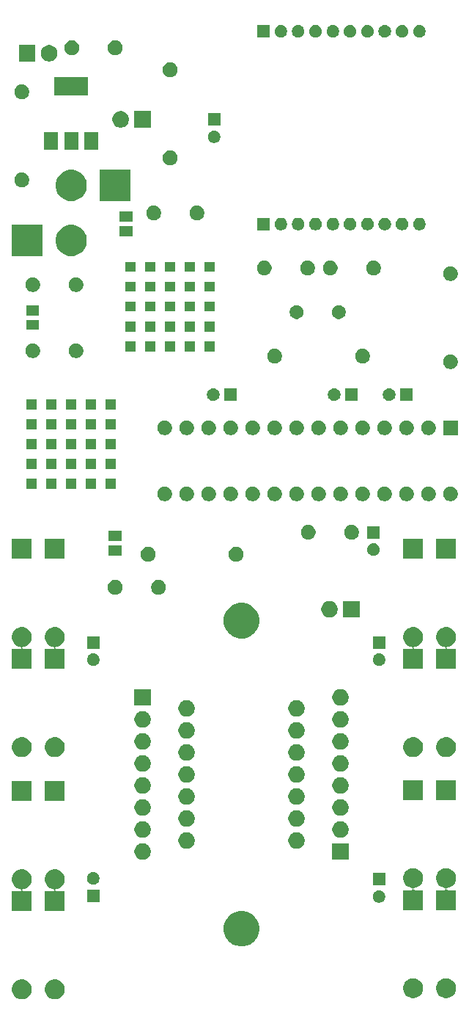
<source format=gbr>
G04 #@! TF.GenerationSoftware,KiCad,Pcbnew,(5.1.5)-3*
G04 #@! TF.CreationDate,2020-02-27T17:39:31-08:00*
G04 #@! TF.ProjectId,MobileCloud,4d6f6269-6c65-4436-9c6f-75642e6b6963,C*
G04 #@! TF.SameCoordinates,Original*
G04 #@! TF.FileFunction,Soldermask,Top*
G04 #@! TF.FilePolarity,Negative*
%FSLAX46Y46*%
G04 Gerber Fmt 4.6, Leading zero omitted, Abs format (unit mm)*
G04 Created by KiCad (PCBNEW (5.1.5)-3) date 2020-02-27 17:39:31*
%MOMM*%
%LPD*%
G04 APERTURE LIST*
%ADD10C,0.100000*%
G04 APERTURE END LIST*
D10*
G36*
X53564549Y-126506116D02*
G01*
X53675734Y-126528232D01*
X53823850Y-126589584D01*
X53882700Y-126613960D01*
X53885203Y-126614997D01*
X54073720Y-126740960D01*
X54234040Y-126901280D01*
X54360003Y-127089797D01*
X54446768Y-127299266D01*
X54491000Y-127521636D01*
X54491000Y-127748364D01*
X54446768Y-127970734D01*
X54360003Y-128180203D01*
X54234040Y-128368720D01*
X54073720Y-128529040D01*
X53885203Y-128655003D01*
X53885202Y-128655004D01*
X53885201Y-128655004D01*
X53823850Y-128680416D01*
X53675734Y-128741768D01*
X53564549Y-128763884D01*
X53453365Y-128786000D01*
X53226635Y-128786000D01*
X53115451Y-128763884D01*
X53004266Y-128741768D01*
X52856150Y-128680416D01*
X52794799Y-128655004D01*
X52794798Y-128655004D01*
X52794797Y-128655003D01*
X52606280Y-128529040D01*
X52445960Y-128368720D01*
X52319997Y-128180203D01*
X52233232Y-127970734D01*
X52189000Y-127748364D01*
X52189000Y-127521636D01*
X52233232Y-127299266D01*
X52319997Y-127089797D01*
X52445960Y-126901280D01*
X52606280Y-126740960D01*
X52794797Y-126614997D01*
X52797301Y-126613960D01*
X52856150Y-126589584D01*
X53004266Y-126528232D01*
X53115451Y-126506116D01*
X53226635Y-126484000D01*
X53453365Y-126484000D01*
X53564549Y-126506116D01*
G37*
G36*
X49754549Y-126506116D02*
G01*
X49865734Y-126528232D01*
X50013850Y-126589584D01*
X50072700Y-126613960D01*
X50075203Y-126614997D01*
X50263720Y-126740960D01*
X50424040Y-126901280D01*
X50550003Y-127089797D01*
X50636768Y-127299266D01*
X50681000Y-127521636D01*
X50681000Y-127748364D01*
X50636768Y-127970734D01*
X50550003Y-128180203D01*
X50424040Y-128368720D01*
X50263720Y-128529040D01*
X50075203Y-128655003D01*
X50075202Y-128655004D01*
X50075201Y-128655004D01*
X50013850Y-128680416D01*
X49865734Y-128741768D01*
X49754549Y-128763884D01*
X49643365Y-128786000D01*
X49416635Y-128786000D01*
X49305451Y-128763884D01*
X49194266Y-128741768D01*
X49046150Y-128680416D01*
X48984799Y-128655004D01*
X48984798Y-128655004D01*
X48984797Y-128655003D01*
X48796280Y-128529040D01*
X48635960Y-128368720D01*
X48509997Y-128180203D01*
X48423232Y-127970734D01*
X48379000Y-127748364D01*
X48379000Y-127521636D01*
X48423232Y-127299266D01*
X48509997Y-127089797D01*
X48635960Y-126901280D01*
X48796280Y-126740960D01*
X48984797Y-126614997D01*
X48987301Y-126613960D01*
X49046150Y-126589584D01*
X49194266Y-126528232D01*
X49305451Y-126506116D01*
X49416635Y-126484000D01*
X49643365Y-126484000D01*
X49754549Y-126506116D01*
G37*
G36*
X94966549Y-126379116D02*
G01*
X95077734Y-126401232D01*
X95225850Y-126462584D01*
X95277554Y-126484000D01*
X95287203Y-126487997D01*
X95475720Y-126613960D01*
X95636040Y-126774280D01*
X95762003Y-126962797D01*
X95848768Y-127172266D01*
X95893000Y-127394636D01*
X95893000Y-127621364D01*
X95848768Y-127843734D01*
X95762003Y-128053203D01*
X95636040Y-128241720D01*
X95475720Y-128402040D01*
X95287203Y-128528003D01*
X95287202Y-128528004D01*
X95287201Y-128528004D01*
X95225850Y-128553416D01*
X95077734Y-128614768D01*
X94966549Y-128636884D01*
X94855365Y-128659000D01*
X94628635Y-128659000D01*
X94517451Y-128636884D01*
X94406266Y-128614768D01*
X94258150Y-128553416D01*
X94196799Y-128528004D01*
X94196798Y-128528004D01*
X94196797Y-128528003D01*
X94008280Y-128402040D01*
X93847960Y-128241720D01*
X93721997Y-128053203D01*
X93635232Y-127843734D01*
X93591000Y-127621364D01*
X93591000Y-127394636D01*
X93635232Y-127172266D01*
X93721997Y-126962797D01*
X93847960Y-126774280D01*
X94008280Y-126613960D01*
X94196797Y-126487997D01*
X94206447Y-126484000D01*
X94258150Y-126462584D01*
X94406266Y-126401232D01*
X94517451Y-126379116D01*
X94628635Y-126357000D01*
X94855365Y-126357000D01*
X94966549Y-126379116D01*
G37*
G36*
X98776549Y-126379116D02*
G01*
X98887734Y-126401232D01*
X99035850Y-126462584D01*
X99087554Y-126484000D01*
X99097203Y-126487997D01*
X99285720Y-126613960D01*
X99446040Y-126774280D01*
X99572003Y-126962797D01*
X99658768Y-127172266D01*
X99703000Y-127394636D01*
X99703000Y-127621364D01*
X99658768Y-127843734D01*
X99572003Y-128053203D01*
X99446040Y-128241720D01*
X99285720Y-128402040D01*
X99097203Y-128528003D01*
X99097202Y-128528004D01*
X99097201Y-128528004D01*
X99035850Y-128553416D01*
X98887734Y-128614768D01*
X98776549Y-128636884D01*
X98665365Y-128659000D01*
X98438635Y-128659000D01*
X98327451Y-128636884D01*
X98216266Y-128614768D01*
X98068150Y-128553416D01*
X98006799Y-128528004D01*
X98006798Y-128528004D01*
X98006797Y-128528003D01*
X97818280Y-128402040D01*
X97657960Y-128241720D01*
X97531997Y-128053203D01*
X97445232Y-127843734D01*
X97401000Y-127621364D01*
X97401000Y-127394636D01*
X97445232Y-127172266D01*
X97531997Y-126962797D01*
X97657960Y-126774280D01*
X97818280Y-126613960D01*
X98006797Y-126487997D01*
X98016447Y-126484000D01*
X98068150Y-126462584D01*
X98216266Y-126401232D01*
X98327451Y-126379116D01*
X98438635Y-126357000D01*
X98665365Y-126357000D01*
X98776549Y-126379116D01*
G37*
G36*
X75528254Y-118677818D02*
G01*
X75901511Y-118832426D01*
X75901513Y-118832427D01*
X76237436Y-119056884D01*
X76523116Y-119342564D01*
X76747574Y-119678489D01*
X76902182Y-120051746D01*
X76981000Y-120447993D01*
X76981000Y-120852007D01*
X76902182Y-121248254D01*
X76747574Y-121621511D01*
X76747573Y-121621513D01*
X76523116Y-121957436D01*
X76237436Y-122243116D01*
X75901513Y-122467573D01*
X75901512Y-122467574D01*
X75901511Y-122467574D01*
X75528254Y-122622182D01*
X75132007Y-122701000D01*
X74727993Y-122701000D01*
X74331746Y-122622182D01*
X73958489Y-122467574D01*
X73958488Y-122467574D01*
X73958487Y-122467573D01*
X73622564Y-122243116D01*
X73336884Y-121957436D01*
X73112427Y-121621513D01*
X73112426Y-121621511D01*
X72957818Y-121248254D01*
X72879000Y-120852007D01*
X72879000Y-120447993D01*
X72957818Y-120051746D01*
X73112426Y-119678489D01*
X73336884Y-119342564D01*
X73622564Y-119056884D01*
X73958487Y-118832427D01*
X73958489Y-118832426D01*
X74331746Y-118677818D01*
X74727993Y-118599000D01*
X75132007Y-118599000D01*
X75528254Y-118677818D01*
G37*
G36*
X53564549Y-113806116D02*
G01*
X53675734Y-113828232D01*
X53823850Y-113889584D01*
X53882700Y-113913960D01*
X53885203Y-113914997D01*
X54073720Y-114040960D01*
X54234040Y-114201280D01*
X54360003Y-114389797D01*
X54360004Y-114389799D01*
X54446768Y-114599267D01*
X54480430Y-114768494D01*
X54491000Y-114821636D01*
X54491000Y-115048364D01*
X54446768Y-115270734D01*
X54360003Y-115480203D01*
X54234040Y-115668720D01*
X54073720Y-115829040D01*
X53885203Y-115955003D01*
X53885202Y-115955004D01*
X53885201Y-115955004D01*
X53823850Y-115980416D01*
X53675734Y-116041768D01*
X53559192Y-116064950D01*
X53501607Y-116076404D01*
X53478158Y-116083517D01*
X53456547Y-116095068D01*
X53437605Y-116110613D01*
X53422060Y-116129555D01*
X53410509Y-116151166D01*
X53403396Y-116174615D01*
X53400994Y-116199001D01*
X53403396Y-116223387D01*
X53410509Y-116246836D01*
X53422060Y-116268447D01*
X53437605Y-116287389D01*
X53456547Y-116302934D01*
X53478158Y-116314485D01*
X53501607Y-116321598D01*
X53525993Y-116324000D01*
X54491000Y-116324000D01*
X54491000Y-118626000D01*
X52189000Y-118626000D01*
X52189000Y-116324000D01*
X53154007Y-116324000D01*
X53178393Y-116321598D01*
X53201842Y-116314485D01*
X53223453Y-116302934D01*
X53242395Y-116287389D01*
X53257940Y-116268447D01*
X53269491Y-116246836D01*
X53276604Y-116223387D01*
X53279006Y-116199001D01*
X53276604Y-116174615D01*
X53269491Y-116151166D01*
X53257940Y-116129555D01*
X53242395Y-116110613D01*
X53223453Y-116095068D01*
X53201842Y-116083517D01*
X53178393Y-116076404D01*
X53120808Y-116064950D01*
X53004266Y-116041768D01*
X52856150Y-115980416D01*
X52794799Y-115955004D01*
X52794798Y-115955004D01*
X52794797Y-115955003D01*
X52606280Y-115829040D01*
X52445960Y-115668720D01*
X52319997Y-115480203D01*
X52233232Y-115270734D01*
X52189000Y-115048364D01*
X52189000Y-114821636D01*
X52199571Y-114768494D01*
X52233232Y-114599267D01*
X52319996Y-114389799D01*
X52319997Y-114389797D01*
X52445960Y-114201280D01*
X52606280Y-114040960D01*
X52794797Y-113914997D01*
X52797301Y-113913960D01*
X52856150Y-113889584D01*
X53004266Y-113828232D01*
X53115451Y-113806116D01*
X53226635Y-113784000D01*
X53453365Y-113784000D01*
X53564549Y-113806116D01*
G37*
G36*
X49754549Y-113806116D02*
G01*
X49865734Y-113828232D01*
X50013850Y-113889584D01*
X50072700Y-113913960D01*
X50075203Y-113914997D01*
X50263720Y-114040960D01*
X50424040Y-114201280D01*
X50550003Y-114389797D01*
X50550004Y-114389799D01*
X50636768Y-114599267D01*
X50670430Y-114768494D01*
X50681000Y-114821636D01*
X50681000Y-115048364D01*
X50636768Y-115270734D01*
X50550003Y-115480203D01*
X50424040Y-115668720D01*
X50263720Y-115829040D01*
X50075203Y-115955003D01*
X50075202Y-115955004D01*
X50075201Y-115955004D01*
X50013850Y-115980416D01*
X49865734Y-116041768D01*
X49749192Y-116064950D01*
X49691607Y-116076404D01*
X49668158Y-116083517D01*
X49646547Y-116095068D01*
X49627605Y-116110613D01*
X49612060Y-116129555D01*
X49600509Y-116151166D01*
X49593396Y-116174615D01*
X49590994Y-116199001D01*
X49593396Y-116223387D01*
X49600509Y-116246836D01*
X49612060Y-116268447D01*
X49627605Y-116287389D01*
X49646547Y-116302934D01*
X49668158Y-116314485D01*
X49691607Y-116321598D01*
X49715993Y-116324000D01*
X50681000Y-116324000D01*
X50681000Y-118626000D01*
X48379000Y-118626000D01*
X48379000Y-116324000D01*
X49344007Y-116324000D01*
X49368393Y-116321598D01*
X49391842Y-116314485D01*
X49413453Y-116302934D01*
X49432395Y-116287389D01*
X49447940Y-116268447D01*
X49459491Y-116246836D01*
X49466604Y-116223387D01*
X49469006Y-116199001D01*
X49466604Y-116174615D01*
X49459491Y-116151166D01*
X49447940Y-116129555D01*
X49432395Y-116110613D01*
X49413453Y-116095068D01*
X49391842Y-116083517D01*
X49368393Y-116076404D01*
X49310808Y-116064950D01*
X49194266Y-116041768D01*
X49046150Y-115980416D01*
X48984799Y-115955004D01*
X48984798Y-115955004D01*
X48984797Y-115955003D01*
X48796280Y-115829040D01*
X48635960Y-115668720D01*
X48509997Y-115480203D01*
X48423232Y-115270734D01*
X48379000Y-115048364D01*
X48379000Y-114821636D01*
X48389571Y-114768494D01*
X48423232Y-114599267D01*
X48509996Y-114389799D01*
X48509997Y-114389797D01*
X48635960Y-114201280D01*
X48796280Y-114040960D01*
X48984797Y-113914997D01*
X48987301Y-113913960D01*
X49046150Y-113889584D01*
X49194266Y-113828232D01*
X49305451Y-113806116D01*
X49416635Y-113784000D01*
X49643365Y-113784000D01*
X49754549Y-113806116D01*
G37*
G36*
X98776549Y-113679116D02*
G01*
X98887734Y-113701232D01*
X99035850Y-113762584D01*
X99087554Y-113784000D01*
X99097203Y-113787997D01*
X99285720Y-113913960D01*
X99446040Y-114074280D01*
X99572003Y-114262797D01*
X99658768Y-114472266D01*
X99703000Y-114694636D01*
X99703000Y-114921364D01*
X99658768Y-115143734D01*
X99572003Y-115353203D01*
X99446040Y-115541720D01*
X99285720Y-115702040D01*
X99097203Y-115828003D01*
X99097202Y-115828004D01*
X99097201Y-115828004D01*
X99035850Y-115853416D01*
X98887734Y-115914768D01*
X98771192Y-115937950D01*
X98713607Y-115949404D01*
X98690158Y-115956517D01*
X98668547Y-115968068D01*
X98649605Y-115983613D01*
X98634060Y-116002555D01*
X98622509Y-116024166D01*
X98615396Y-116047615D01*
X98612994Y-116072001D01*
X98615396Y-116096387D01*
X98622509Y-116119836D01*
X98634060Y-116141447D01*
X98649605Y-116160389D01*
X98668547Y-116175934D01*
X98690158Y-116187485D01*
X98713607Y-116194598D01*
X98737993Y-116197000D01*
X99703000Y-116197000D01*
X99703000Y-118499000D01*
X97401000Y-118499000D01*
X97401000Y-116197000D01*
X98366007Y-116197000D01*
X98390393Y-116194598D01*
X98413842Y-116187485D01*
X98435453Y-116175934D01*
X98454395Y-116160389D01*
X98469940Y-116141447D01*
X98481491Y-116119836D01*
X98488604Y-116096387D01*
X98491006Y-116072001D01*
X98488604Y-116047615D01*
X98481491Y-116024166D01*
X98469940Y-116002555D01*
X98454395Y-115983613D01*
X98435453Y-115968068D01*
X98413842Y-115956517D01*
X98390393Y-115949404D01*
X98332808Y-115937950D01*
X98216266Y-115914768D01*
X98068150Y-115853416D01*
X98006799Y-115828004D01*
X98006798Y-115828004D01*
X98006797Y-115828003D01*
X97818280Y-115702040D01*
X97657960Y-115541720D01*
X97531997Y-115353203D01*
X97445232Y-115143734D01*
X97401000Y-114921364D01*
X97401000Y-114694636D01*
X97445232Y-114472266D01*
X97531997Y-114262797D01*
X97657960Y-114074280D01*
X97818280Y-113913960D01*
X98006797Y-113787997D01*
X98016447Y-113784000D01*
X98068150Y-113762584D01*
X98216266Y-113701232D01*
X98327451Y-113679116D01*
X98438635Y-113657000D01*
X98665365Y-113657000D01*
X98776549Y-113679116D01*
G37*
G36*
X94966549Y-113679116D02*
G01*
X95077734Y-113701232D01*
X95225850Y-113762584D01*
X95277554Y-113784000D01*
X95287203Y-113787997D01*
X95475720Y-113913960D01*
X95636040Y-114074280D01*
X95762003Y-114262797D01*
X95848768Y-114472266D01*
X95893000Y-114694636D01*
X95893000Y-114921364D01*
X95848768Y-115143734D01*
X95762003Y-115353203D01*
X95636040Y-115541720D01*
X95475720Y-115702040D01*
X95287203Y-115828003D01*
X95287202Y-115828004D01*
X95287201Y-115828004D01*
X95225850Y-115853416D01*
X95077734Y-115914768D01*
X94961192Y-115937950D01*
X94903607Y-115949404D01*
X94880158Y-115956517D01*
X94858547Y-115968068D01*
X94839605Y-115983613D01*
X94824060Y-116002555D01*
X94812509Y-116024166D01*
X94805396Y-116047615D01*
X94802994Y-116072001D01*
X94805396Y-116096387D01*
X94812509Y-116119836D01*
X94824060Y-116141447D01*
X94839605Y-116160389D01*
X94858547Y-116175934D01*
X94880158Y-116187485D01*
X94903607Y-116194598D01*
X94927993Y-116197000D01*
X95893000Y-116197000D01*
X95893000Y-118499000D01*
X93591000Y-118499000D01*
X93591000Y-116197000D01*
X94556007Y-116197000D01*
X94580393Y-116194598D01*
X94603842Y-116187485D01*
X94625453Y-116175934D01*
X94644395Y-116160389D01*
X94659940Y-116141447D01*
X94671491Y-116119836D01*
X94678604Y-116096387D01*
X94681006Y-116072001D01*
X94678604Y-116047615D01*
X94671491Y-116024166D01*
X94659940Y-116002555D01*
X94644395Y-115983613D01*
X94625453Y-115968068D01*
X94603842Y-115956517D01*
X94580393Y-115949404D01*
X94522808Y-115937950D01*
X94406266Y-115914768D01*
X94258150Y-115853416D01*
X94196799Y-115828004D01*
X94196798Y-115828004D01*
X94196797Y-115828003D01*
X94008280Y-115702040D01*
X93847960Y-115541720D01*
X93721997Y-115353203D01*
X93635232Y-115143734D01*
X93591000Y-114921364D01*
X93591000Y-114694636D01*
X93635232Y-114472266D01*
X93721997Y-114262797D01*
X93847960Y-114074280D01*
X94008280Y-113913960D01*
X94196797Y-113787997D01*
X94206447Y-113784000D01*
X94258150Y-113762584D01*
X94406266Y-113701232D01*
X94517451Y-113679116D01*
X94628635Y-113657000D01*
X94855365Y-113657000D01*
X94966549Y-113679116D01*
G37*
G36*
X91016766Y-116236899D02*
G01*
X91148888Y-116291626D01*
X91148890Y-116291627D01*
X91267798Y-116371079D01*
X91368921Y-116472202D01*
X91368922Y-116472204D01*
X91448374Y-116591112D01*
X91503101Y-116723234D01*
X91531000Y-116863494D01*
X91531000Y-117006506D01*
X91503101Y-117146766D01*
X91448374Y-117278888D01*
X91448373Y-117278890D01*
X91368921Y-117397798D01*
X91267798Y-117498921D01*
X91148890Y-117578373D01*
X91148889Y-117578374D01*
X91148888Y-117578374D01*
X91016766Y-117633101D01*
X90876506Y-117661000D01*
X90733494Y-117661000D01*
X90593234Y-117633101D01*
X90461112Y-117578374D01*
X90461111Y-117578374D01*
X90461110Y-117578373D01*
X90342202Y-117498921D01*
X90241079Y-117397798D01*
X90161627Y-117278890D01*
X90161626Y-117278888D01*
X90106899Y-117146766D01*
X90079000Y-117006506D01*
X90079000Y-116863494D01*
X90106899Y-116723234D01*
X90161626Y-116591112D01*
X90241078Y-116472204D01*
X90241079Y-116472202D01*
X90342202Y-116371079D01*
X90461110Y-116291627D01*
X90461112Y-116291626D01*
X90593234Y-116236899D01*
X90733494Y-116209000D01*
X90876506Y-116209000D01*
X91016766Y-116236899D01*
G37*
G36*
X58511000Y-117566000D02*
G01*
X57059000Y-117566000D01*
X57059000Y-116114000D01*
X58511000Y-116114000D01*
X58511000Y-117566000D01*
G37*
G36*
X91531000Y-115661000D02*
G01*
X90079000Y-115661000D01*
X90079000Y-114209000D01*
X91531000Y-114209000D01*
X91531000Y-115661000D01*
G37*
G36*
X57996766Y-114141899D02*
G01*
X58128888Y-114196626D01*
X58128890Y-114196627D01*
X58247798Y-114276079D01*
X58348921Y-114377202D01*
X58428373Y-114496110D01*
X58428374Y-114496112D01*
X58483101Y-114628234D01*
X58511000Y-114768494D01*
X58511000Y-114911506D01*
X58483101Y-115051766D01*
X58445006Y-115143734D01*
X58428373Y-115183890D01*
X58348921Y-115302798D01*
X58247798Y-115403921D01*
X58128890Y-115483373D01*
X58128889Y-115483374D01*
X58128888Y-115483374D01*
X57996766Y-115538101D01*
X57856506Y-115566000D01*
X57713494Y-115566000D01*
X57573234Y-115538101D01*
X57441112Y-115483374D01*
X57441111Y-115483374D01*
X57441110Y-115483373D01*
X57322202Y-115403921D01*
X57221079Y-115302798D01*
X57141627Y-115183890D01*
X57124994Y-115143734D01*
X57086899Y-115051766D01*
X57059000Y-114911506D01*
X57059000Y-114768494D01*
X57086899Y-114628234D01*
X57141626Y-114496112D01*
X57141627Y-114496110D01*
X57221079Y-114377202D01*
X57322202Y-114276079D01*
X57441110Y-114196627D01*
X57441112Y-114196626D01*
X57573234Y-114141899D01*
X57713494Y-114114000D01*
X57856506Y-114114000D01*
X57996766Y-114141899D01*
G37*
G36*
X87311000Y-112711000D02*
G01*
X85409000Y-112711000D01*
X85409000Y-110809000D01*
X87311000Y-110809000D01*
X87311000Y-112711000D01*
G37*
G36*
X63777395Y-110845546D02*
G01*
X63950466Y-110917234D01*
X64027818Y-110968919D01*
X64106227Y-111021310D01*
X64238690Y-111153773D01*
X64238691Y-111153775D01*
X64342766Y-111309534D01*
X64414454Y-111482605D01*
X64451000Y-111666333D01*
X64451000Y-111853667D01*
X64414454Y-112037395D01*
X64342766Y-112210466D01*
X64342765Y-112210467D01*
X64238690Y-112366227D01*
X64106227Y-112498690D01*
X64027818Y-112551081D01*
X63950466Y-112602766D01*
X63777395Y-112674454D01*
X63593667Y-112711000D01*
X63406333Y-112711000D01*
X63222605Y-112674454D01*
X63049534Y-112602766D01*
X62972182Y-112551081D01*
X62893773Y-112498690D01*
X62761310Y-112366227D01*
X62657235Y-112210467D01*
X62657234Y-112210466D01*
X62585546Y-112037395D01*
X62549000Y-111853667D01*
X62549000Y-111666333D01*
X62585546Y-111482605D01*
X62657234Y-111309534D01*
X62761309Y-111153775D01*
X62761310Y-111153773D01*
X62893773Y-111021310D01*
X62972182Y-110968919D01*
X63049534Y-110917234D01*
X63222605Y-110845546D01*
X63406333Y-110809000D01*
X63593667Y-110809000D01*
X63777395Y-110845546D01*
G37*
G36*
X68857395Y-109575546D02*
G01*
X69030466Y-109647234D01*
X69107818Y-109698919D01*
X69186227Y-109751310D01*
X69318690Y-109883773D01*
X69318691Y-109883775D01*
X69422766Y-110039534D01*
X69494454Y-110212605D01*
X69531000Y-110396333D01*
X69531000Y-110583667D01*
X69494454Y-110767395D01*
X69422766Y-110940466D01*
X69422765Y-110940467D01*
X69318690Y-111096227D01*
X69186227Y-111228690D01*
X69107818Y-111281081D01*
X69030466Y-111332766D01*
X68857395Y-111404454D01*
X68673667Y-111441000D01*
X68486333Y-111441000D01*
X68302605Y-111404454D01*
X68129534Y-111332766D01*
X68052182Y-111281081D01*
X67973773Y-111228690D01*
X67841310Y-111096227D01*
X67737235Y-110940467D01*
X67737234Y-110940466D01*
X67665546Y-110767395D01*
X67629000Y-110583667D01*
X67629000Y-110396333D01*
X67665546Y-110212605D01*
X67737234Y-110039534D01*
X67841309Y-109883775D01*
X67841310Y-109883773D01*
X67973773Y-109751310D01*
X68052182Y-109698919D01*
X68129534Y-109647234D01*
X68302605Y-109575546D01*
X68486333Y-109539000D01*
X68673667Y-109539000D01*
X68857395Y-109575546D01*
G37*
G36*
X81557395Y-109575546D02*
G01*
X81730466Y-109647234D01*
X81807818Y-109698919D01*
X81886227Y-109751310D01*
X82018690Y-109883773D01*
X82018691Y-109883775D01*
X82122766Y-110039534D01*
X82194454Y-110212605D01*
X82231000Y-110396333D01*
X82231000Y-110583667D01*
X82194454Y-110767395D01*
X82122766Y-110940466D01*
X82122765Y-110940467D01*
X82018690Y-111096227D01*
X81886227Y-111228690D01*
X81807818Y-111281081D01*
X81730466Y-111332766D01*
X81557395Y-111404454D01*
X81373667Y-111441000D01*
X81186333Y-111441000D01*
X81002605Y-111404454D01*
X80829534Y-111332766D01*
X80752182Y-111281081D01*
X80673773Y-111228690D01*
X80541310Y-111096227D01*
X80437235Y-110940467D01*
X80437234Y-110940466D01*
X80365546Y-110767395D01*
X80329000Y-110583667D01*
X80329000Y-110396333D01*
X80365546Y-110212605D01*
X80437234Y-110039534D01*
X80541309Y-109883775D01*
X80541310Y-109883773D01*
X80673773Y-109751310D01*
X80752182Y-109698919D01*
X80829534Y-109647234D01*
X81002605Y-109575546D01*
X81186333Y-109539000D01*
X81373667Y-109539000D01*
X81557395Y-109575546D01*
G37*
G36*
X63777395Y-108305546D02*
G01*
X63950466Y-108377234D01*
X64027818Y-108428919D01*
X64106227Y-108481310D01*
X64238690Y-108613773D01*
X64238691Y-108613775D01*
X64342766Y-108769534D01*
X64414454Y-108942605D01*
X64451000Y-109126333D01*
X64451000Y-109313667D01*
X64414454Y-109497395D01*
X64342766Y-109670466D01*
X64342765Y-109670467D01*
X64238690Y-109826227D01*
X64106227Y-109958690D01*
X64027818Y-110011081D01*
X63950466Y-110062766D01*
X63777395Y-110134454D01*
X63593667Y-110171000D01*
X63406333Y-110171000D01*
X63222605Y-110134454D01*
X63049534Y-110062766D01*
X62972182Y-110011081D01*
X62893773Y-109958690D01*
X62761310Y-109826227D01*
X62657235Y-109670467D01*
X62657234Y-109670466D01*
X62585546Y-109497395D01*
X62549000Y-109313667D01*
X62549000Y-109126333D01*
X62585546Y-108942605D01*
X62657234Y-108769534D01*
X62761309Y-108613775D01*
X62761310Y-108613773D01*
X62893773Y-108481310D01*
X62972182Y-108428919D01*
X63049534Y-108377234D01*
X63222605Y-108305546D01*
X63406333Y-108269000D01*
X63593667Y-108269000D01*
X63777395Y-108305546D01*
G37*
G36*
X86637395Y-108305546D02*
G01*
X86810466Y-108377234D01*
X86887818Y-108428919D01*
X86966227Y-108481310D01*
X87098690Y-108613773D01*
X87098691Y-108613775D01*
X87202766Y-108769534D01*
X87274454Y-108942605D01*
X87311000Y-109126333D01*
X87311000Y-109313667D01*
X87274454Y-109497395D01*
X87202766Y-109670466D01*
X87202765Y-109670467D01*
X87098690Y-109826227D01*
X86966227Y-109958690D01*
X86887818Y-110011081D01*
X86810466Y-110062766D01*
X86637395Y-110134454D01*
X86453667Y-110171000D01*
X86266333Y-110171000D01*
X86082605Y-110134454D01*
X85909534Y-110062766D01*
X85832182Y-110011081D01*
X85753773Y-109958690D01*
X85621310Y-109826227D01*
X85517235Y-109670467D01*
X85517234Y-109670466D01*
X85445546Y-109497395D01*
X85409000Y-109313667D01*
X85409000Y-109126333D01*
X85445546Y-108942605D01*
X85517234Y-108769534D01*
X85621309Y-108613775D01*
X85621310Y-108613773D01*
X85753773Y-108481310D01*
X85832182Y-108428919D01*
X85909534Y-108377234D01*
X86082605Y-108305546D01*
X86266333Y-108269000D01*
X86453667Y-108269000D01*
X86637395Y-108305546D01*
G37*
G36*
X68857395Y-107035546D02*
G01*
X69030466Y-107107234D01*
X69107818Y-107158919D01*
X69186227Y-107211310D01*
X69318690Y-107343773D01*
X69318691Y-107343775D01*
X69422766Y-107499534D01*
X69494454Y-107672605D01*
X69531000Y-107856333D01*
X69531000Y-108043667D01*
X69494454Y-108227395D01*
X69422766Y-108400466D01*
X69422765Y-108400467D01*
X69318690Y-108556227D01*
X69186227Y-108688690D01*
X69107818Y-108741081D01*
X69030466Y-108792766D01*
X68857395Y-108864454D01*
X68673667Y-108901000D01*
X68486333Y-108901000D01*
X68302605Y-108864454D01*
X68129534Y-108792766D01*
X68052182Y-108741081D01*
X67973773Y-108688690D01*
X67841310Y-108556227D01*
X67737235Y-108400467D01*
X67737234Y-108400466D01*
X67665546Y-108227395D01*
X67629000Y-108043667D01*
X67629000Y-107856333D01*
X67665546Y-107672605D01*
X67737234Y-107499534D01*
X67841309Y-107343775D01*
X67841310Y-107343773D01*
X67973773Y-107211310D01*
X68052182Y-107158919D01*
X68129534Y-107107234D01*
X68302605Y-107035546D01*
X68486333Y-106999000D01*
X68673667Y-106999000D01*
X68857395Y-107035546D01*
G37*
G36*
X81557395Y-107035546D02*
G01*
X81730466Y-107107234D01*
X81807818Y-107158919D01*
X81886227Y-107211310D01*
X82018690Y-107343773D01*
X82018691Y-107343775D01*
X82122766Y-107499534D01*
X82194454Y-107672605D01*
X82231000Y-107856333D01*
X82231000Y-108043667D01*
X82194454Y-108227395D01*
X82122766Y-108400466D01*
X82122765Y-108400467D01*
X82018690Y-108556227D01*
X81886227Y-108688690D01*
X81807818Y-108741081D01*
X81730466Y-108792766D01*
X81557395Y-108864454D01*
X81373667Y-108901000D01*
X81186333Y-108901000D01*
X81002605Y-108864454D01*
X80829534Y-108792766D01*
X80752182Y-108741081D01*
X80673773Y-108688690D01*
X80541310Y-108556227D01*
X80437235Y-108400467D01*
X80437234Y-108400466D01*
X80365546Y-108227395D01*
X80329000Y-108043667D01*
X80329000Y-107856333D01*
X80365546Y-107672605D01*
X80437234Y-107499534D01*
X80541309Y-107343775D01*
X80541310Y-107343773D01*
X80673773Y-107211310D01*
X80752182Y-107158919D01*
X80829534Y-107107234D01*
X81002605Y-107035546D01*
X81186333Y-106999000D01*
X81373667Y-106999000D01*
X81557395Y-107035546D01*
G37*
G36*
X63777395Y-105765546D02*
G01*
X63950466Y-105837234D01*
X64027818Y-105888919D01*
X64106227Y-105941310D01*
X64238690Y-106073773D01*
X64238691Y-106073775D01*
X64342766Y-106229534D01*
X64414454Y-106402605D01*
X64451000Y-106586333D01*
X64451000Y-106773667D01*
X64414454Y-106957395D01*
X64342766Y-107130466D01*
X64342765Y-107130467D01*
X64238690Y-107286227D01*
X64106227Y-107418690D01*
X64027818Y-107471081D01*
X63950466Y-107522766D01*
X63777395Y-107594454D01*
X63593667Y-107631000D01*
X63406333Y-107631000D01*
X63222605Y-107594454D01*
X63049534Y-107522766D01*
X62972182Y-107471081D01*
X62893773Y-107418690D01*
X62761310Y-107286227D01*
X62657235Y-107130467D01*
X62657234Y-107130466D01*
X62585546Y-106957395D01*
X62549000Y-106773667D01*
X62549000Y-106586333D01*
X62585546Y-106402605D01*
X62657234Y-106229534D01*
X62761309Y-106073775D01*
X62761310Y-106073773D01*
X62893773Y-105941310D01*
X62972182Y-105888919D01*
X63049534Y-105837234D01*
X63222605Y-105765546D01*
X63406333Y-105729000D01*
X63593667Y-105729000D01*
X63777395Y-105765546D01*
G37*
G36*
X86637395Y-105765546D02*
G01*
X86810466Y-105837234D01*
X86887818Y-105888919D01*
X86966227Y-105941310D01*
X87098690Y-106073773D01*
X87098691Y-106073775D01*
X87202766Y-106229534D01*
X87274454Y-106402605D01*
X87311000Y-106586333D01*
X87311000Y-106773667D01*
X87274454Y-106957395D01*
X87202766Y-107130466D01*
X87202765Y-107130467D01*
X87098690Y-107286227D01*
X86966227Y-107418690D01*
X86887818Y-107471081D01*
X86810466Y-107522766D01*
X86637395Y-107594454D01*
X86453667Y-107631000D01*
X86266333Y-107631000D01*
X86082605Y-107594454D01*
X85909534Y-107522766D01*
X85832182Y-107471081D01*
X85753773Y-107418690D01*
X85621310Y-107286227D01*
X85517235Y-107130467D01*
X85517234Y-107130466D01*
X85445546Y-106957395D01*
X85409000Y-106773667D01*
X85409000Y-106586333D01*
X85445546Y-106402605D01*
X85517234Y-106229534D01*
X85621309Y-106073775D01*
X85621310Y-106073773D01*
X85753773Y-105941310D01*
X85832182Y-105888919D01*
X85909534Y-105837234D01*
X86082605Y-105765546D01*
X86266333Y-105729000D01*
X86453667Y-105729000D01*
X86637395Y-105765546D01*
G37*
G36*
X81557395Y-104495546D02*
G01*
X81730466Y-104567234D01*
X81807818Y-104618919D01*
X81886227Y-104671310D01*
X82018690Y-104803773D01*
X82018691Y-104803775D01*
X82122766Y-104959534D01*
X82194454Y-105132605D01*
X82231000Y-105316333D01*
X82231000Y-105503667D01*
X82194454Y-105687395D01*
X82122766Y-105860466D01*
X82071081Y-105937818D01*
X82018690Y-106016227D01*
X81886227Y-106148690D01*
X81807818Y-106201081D01*
X81730466Y-106252766D01*
X81557395Y-106324454D01*
X81373667Y-106361000D01*
X81186333Y-106361000D01*
X81002605Y-106324454D01*
X80829534Y-106252766D01*
X80752182Y-106201081D01*
X80673773Y-106148690D01*
X80541310Y-106016227D01*
X80488919Y-105937818D01*
X80437234Y-105860466D01*
X80365546Y-105687395D01*
X80329000Y-105503667D01*
X80329000Y-105316333D01*
X80365546Y-105132605D01*
X80437234Y-104959534D01*
X80541309Y-104803775D01*
X80541310Y-104803773D01*
X80673773Y-104671310D01*
X80752182Y-104618919D01*
X80829534Y-104567234D01*
X81002605Y-104495546D01*
X81186333Y-104459000D01*
X81373667Y-104459000D01*
X81557395Y-104495546D01*
G37*
G36*
X68857395Y-104495546D02*
G01*
X69030466Y-104567234D01*
X69107818Y-104618919D01*
X69186227Y-104671310D01*
X69318690Y-104803773D01*
X69318691Y-104803775D01*
X69422766Y-104959534D01*
X69494454Y-105132605D01*
X69531000Y-105316333D01*
X69531000Y-105503667D01*
X69494454Y-105687395D01*
X69422766Y-105860466D01*
X69371081Y-105937818D01*
X69318690Y-106016227D01*
X69186227Y-106148690D01*
X69107818Y-106201081D01*
X69030466Y-106252766D01*
X68857395Y-106324454D01*
X68673667Y-106361000D01*
X68486333Y-106361000D01*
X68302605Y-106324454D01*
X68129534Y-106252766D01*
X68052182Y-106201081D01*
X67973773Y-106148690D01*
X67841310Y-106016227D01*
X67788919Y-105937818D01*
X67737234Y-105860466D01*
X67665546Y-105687395D01*
X67629000Y-105503667D01*
X67629000Y-105316333D01*
X67665546Y-105132605D01*
X67737234Y-104959534D01*
X67841309Y-104803775D01*
X67841310Y-104803773D01*
X67973773Y-104671310D01*
X68052182Y-104618919D01*
X68129534Y-104567234D01*
X68302605Y-104495546D01*
X68486333Y-104459000D01*
X68673667Y-104459000D01*
X68857395Y-104495546D01*
G37*
G36*
X54491000Y-105926000D02*
G01*
X52189000Y-105926000D01*
X52189000Y-103624000D01*
X54491000Y-103624000D01*
X54491000Y-105926000D01*
G37*
G36*
X50681000Y-105926000D02*
G01*
X48379000Y-105926000D01*
X48379000Y-103624000D01*
X50681000Y-103624000D01*
X50681000Y-105926000D01*
G37*
G36*
X99703000Y-105799000D02*
G01*
X97401000Y-105799000D01*
X97401000Y-103497000D01*
X99703000Y-103497000D01*
X99703000Y-105799000D01*
G37*
G36*
X95893000Y-105799000D02*
G01*
X93591000Y-105799000D01*
X93591000Y-103497000D01*
X95893000Y-103497000D01*
X95893000Y-105799000D01*
G37*
G36*
X63777395Y-103225546D02*
G01*
X63950466Y-103297234D01*
X64027818Y-103348919D01*
X64106227Y-103401310D01*
X64238690Y-103533773D01*
X64238691Y-103533775D01*
X64342766Y-103689534D01*
X64414454Y-103862605D01*
X64451000Y-104046333D01*
X64451000Y-104233667D01*
X64414454Y-104417395D01*
X64342766Y-104590466D01*
X64342765Y-104590467D01*
X64238690Y-104746227D01*
X64106227Y-104878690D01*
X64027818Y-104931081D01*
X63950466Y-104982766D01*
X63777395Y-105054454D01*
X63593667Y-105091000D01*
X63406333Y-105091000D01*
X63222605Y-105054454D01*
X63049534Y-104982766D01*
X62972182Y-104931081D01*
X62893773Y-104878690D01*
X62761310Y-104746227D01*
X62657235Y-104590467D01*
X62657234Y-104590466D01*
X62585546Y-104417395D01*
X62549000Y-104233667D01*
X62549000Y-104046333D01*
X62585546Y-103862605D01*
X62657234Y-103689534D01*
X62761309Y-103533775D01*
X62761310Y-103533773D01*
X62893773Y-103401310D01*
X62972182Y-103348919D01*
X63049534Y-103297234D01*
X63222605Y-103225546D01*
X63406333Y-103189000D01*
X63593667Y-103189000D01*
X63777395Y-103225546D01*
G37*
G36*
X86637395Y-103225546D02*
G01*
X86810466Y-103297234D01*
X86887818Y-103348919D01*
X86966227Y-103401310D01*
X87098690Y-103533773D01*
X87098691Y-103533775D01*
X87202766Y-103689534D01*
X87274454Y-103862605D01*
X87311000Y-104046333D01*
X87311000Y-104233667D01*
X87274454Y-104417395D01*
X87202766Y-104590466D01*
X87202765Y-104590467D01*
X87098690Y-104746227D01*
X86966227Y-104878690D01*
X86887818Y-104931081D01*
X86810466Y-104982766D01*
X86637395Y-105054454D01*
X86453667Y-105091000D01*
X86266333Y-105091000D01*
X86082605Y-105054454D01*
X85909534Y-104982766D01*
X85832182Y-104931081D01*
X85753773Y-104878690D01*
X85621310Y-104746227D01*
X85517235Y-104590467D01*
X85517234Y-104590466D01*
X85445546Y-104417395D01*
X85409000Y-104233667D01*
X85409000Y-104046333D01*
X85445546Y-103862605D01*
X85517234Y-103689534D01*
X85621309Y-103533775D01*
X85621310Y-103533773D01*
X85753773Y-103401310D01*
X85832182Y-103348919D01*
X85909534Y-103297234D01*
X86082605Y-103225546D01*
X86266333Y-103189000D01*
X86453667Y-103189000D01*
X86637395Y-103225546D01*
G37*
G36*
X68857395Y-101955546D02*
G01*
X69030466Y-102027234D01*
X69107818Y-102078919D01*
X69186227Y-102131310D01*
X69318690Y-102263773D01*
X69318691Y-102263775D01*
X69422766Y-102419534D01*
X69494454Y-102592605D01*
X69531000Y-102776333D01*
X69531000Y-102963667D01*
X69494454Y-103147395D01*
X69422766Y-103320466D01*
X69422765Y-103320467D01*
X69318690Y-103476227D01*
X69186227Y-103608690D01*
X69107818Y-103661081D01*
X69030466Y-103712766D01*
X68857395Y-103784454D01*
X68673667Y-103821000D01*
X68486333Y-103821000D01*
X68302605Y-103784454D01*
X68129534Y-103712766D01*
X68052182Y-103661081D01*
X67973773Y-103608690D01*
X67841310Y-103476227D01*
X67737235Y-103320467D01*
X67737234Y-103320466D01*
X67665546Y-103147395D01*
X67629000Y-102963667D01*
X67629000Y-102776333D01*
X67665546Y-102592605D01*
X67737234Y-102419534D01*
X67841309Y-102263775D01*
X67841310Y-102263773D01*
X67973773Y-102131310D01*
X68052182Y-102078919D01*
X68129534Y-102027234D01*
X68302605Y-101955546D01*
X68486333Y-101919000D01*
X68673667Y-101919000D01*
X68857395Y-101955546D01*
G37*
G36*
X81557395Y-101955546D02*
G01*
X81730466Y-102027234D01*
X81807818Y-102078919D01*
X81886227Y-102131310D01*
X82018690Y-102263773D01*
X82018691Y-102263775D01*
X82122766Y-102419534D01*
X82194454Y-102592605D01*
X82231000Y-102776333D01*
X82231000Y-102963667D01*
X82194454Y-103147395D01*
X82122766Y-103320466D01*
X82122765Y-103320467D01*
X82018690Y-103476227D01*
X81886227Y-103608690D01*
X81807818Y-103661081D01*
X81730466Y-103712766D01*
X81557395Y-103784454D01*
X81373667Y-103821000D01*
X81186333Y-103821000D01*
X81002605Y-103784454D01*
X80829534Y-103712766D01*
X80752182Y-103661081D01*
X80673773Y-103608690D01*
X80541310Y-103476227D01*
X80437235Y-103320467D01*
X80437234Y-103320466D01*
X80365546Y-103147395D01*
X80329000Y-102963667D01*
X80329000Y-102776333D01*
X80365546Y-102592605D01*
X80437234Y-102419534D01*
X80541309Y-102263775D01*
X80541310Y-102263773D01*
X80673773Y-102131310D01*
X80752182Y-102078919D01*
X80829534Y-102027234D01*
X81002605Y-101955546D01*
X81186333Y-101919000D01*
X81373667Y-101919000D01*
X81557395Y-101955546D01*
G37*
G36*
X86637395Y-100685546D02*
G01*
X86810466Y-100757234D01*
X86877116Y-100801768D01*
X86966227Y-100861310D01*
X87098690Y-100993773D01*
X87098691Y-100993775D01*
X87202766Y-101149534D01*
X87274454Y-101322605D01*
X87311000Y-101506333D01*
X87311000Y-101693667D01*
X87274454Y-101877395D01*
X87202766Y-102050466D01*
X87202765Y-102050467D01*
X87098690Y-102206227D01*
X86966227Y-102338690D01*
X86887818Y-102391081D01*
X86810466Y-102442766D01*
X86637395Y-102514454D01*
X86453667Y-102551000D01*
X86266333Y-102551000D01*
X86082605Y-102514454D01*
X85909534Y-102442766D01*
X85832182Y-102391081D01*
X85753773Y-102338690D01*
X85621310Y-102206227D01*
X85517235Y-102050467D01*
X85517234Y-102050466D01*
X85445546Y-101877395D01*
X85409000Y-101693667D01*
X85409000Y-101506333D01*
X85445546Y-101322605D01*
X85517234Y-101149534D01*
X85621309Y-100993775D01*
X85621310Y-100993773D01*
X85753773Y-100861310D01*
X85842884Y-100801768D01*
X85909534Y-100757234D01*
X86082605Y-100685546D01*
X86266333Y-100649000D01*
X86453667Y-100649000D01*
X86637395Y-100685546D01*
G37*
G36*
X63777395Y-100685546D02*
G01*
X63950466Y-100757234D01*
X64017116Y-100801768D01*
X64106227Y-100861310D01*
X64238690Y-100993773D01*
X64238691Y-100993775D01*
X64342766Y-101149534D01*
X64414454Y-101322605D01*
X64451000Y-101506333D01*
X64451000Y-101693667D01*
X64414454Y-101877395D01*
X64342766Y-102050466D01*
X64342765Y-102050467D01*
X64238690Y-102206227D01*
X64106227Y-102338690D01*
X64027818Y-102391081D01*
X63950466Y-102442766D01*
X63777395Y-102514454D01*
X63593667Y-102551000D01*
X63406333Y-102551000D01*
X63222605Y-102514454D01*
X63049534Y-102442766D01*
X62972182Y-102391081D01*
X62893773Y-102338690D01*
X62761310Y-102206227D01*
X62657235Y-102050467D01*
X62657234Y-102050466D01*
X62585546Y-101877395D01*
X62549000Y-101693667D01*
X62549000Y-101506333D01*
X62585546Y-101322605D01*
X62657234Y-101149534D01*
X62761309Y-100993775D01*
X62761310Y-100993773D01*
X62893773Y-100861310D01*
X62982884Y-100801768D01*
X63049534Y-100757234D01*
X63222605Y-100685546D01*
X63406333Y-100649000D01*
X63593667Y-100649000D01*
X63777395Y-100685546D01*
G37*
G36*
X68857395Y-99415546D02*
G01*
X69030466Y-99487234D01*
X69107818Y-99538919D01*
X69186227Y-99591310D01*
X69318690Y-99723773D01*
X69318691Y-99723775D01*
X69422766Y-99879534D01*
X69494454Y-100052605D01*
X69531000Y-100236333D01*
X69531000Y-100423667D01*
X69494454Y-100607395D01*
X69422766Y-100780466D01*
X69371081Y-100857818D01*
X69318690Y-100936227D01*
X69186227Y-101068690D01*
X69107818Y-101121081D01*
X69030466Y-101172766D01*
X68857395Y-101244454D01*
X68673667Y-101281000D01*
X68486333Y-101281000D01*
X68302605Y-101244454D01*
X68129534Y-101172766D01*
X68052182Y-101121081D01*
X67973773Y-101068690D01*
X67841310Y-100936227D01*
X67788919Y-100857818D01*
X67737234Y-100780466D01*
X67665546Y-100607395D01*
X67629000Y-100423667D01*
X67629000Y-100236333D01*
X67665546Y-100052605D01*
X67737234Y-99879534D01*
X67841309Y-99723775D01*
X67841310Y-99723773D01*
X67973773Y-99591310D01*
X68052182Y-99538919D01*
X68129534Y-99487234D01*
X68302605Y-99415546D01*
X68486333Y-99379000D01*
X68673667Y-99379000D01*
X68857395Y-99415546D01*
G37*
G36*
X81557395Y-99415546D02*
G01*
X81730466Y-99487234D01*
X81807818Y-99538919D01*
X81886227Y-99591310D01*
X82018690Y-99723773D01*
X82018691Y-99723775D01*
X82122766Y-99879534D01*
X82194454Y-100052605D01*
X82231000Y-100236333D01*
X82231000Y-100423667D01*
X82194454Y-100607395D01*
X82122766Y-100780466D01*
X82071081Y-100857818D01*
X82018690Y-100936227D01*
X81886227Y-101068690D01*
X81807818Y-101121081D01*
X81730466Y-101172766D01*
X81557395Y-101244454D01*
X81373667Y-101281000D01*
X81186333Y-101281000D01*
X81002605Y-101244454D01*
X80829534Y-101172766D01*
X80752182Y-101121081D01*
X80673773Y-101068690D01*
X80541310Y-100936227D01*
X80488919Y-100857818D01*
X80437234Y-100780466D01*
X80365546Y-100607395D01*
X80329000Y-100423667D01*
X80329000Y-100236333D01*
X80365546Y-100052605D01*
X80437234Y-99879534D01*
X80541309Y-99723775D01*
X80541310Y-99723773D01*
X80673773Y-99591310D01*
X80752182Y-99538919D01*
X80829534Y-99487234D01*
X81002605Y-99415546D01*
X81186333Y-99379000D01*
X81373667Y-99379000D01*
X81557395Y-99415546D01*
G37*
G36*
X98776549Y-98566116D02*
G01*
X98887734Y-98588232D01*
X99097203Y-98674997D01*
X99285720Y-98800960D01*
X99446040Y-98961280D01*
X99572003Y-99149797D01*
X99649709Y-99337395D01*
X99658768Y-99359267D01*
X99703000Y-99581635D01*
X99703000Y-99808365D01*
X99684223Y-99902765D01*
X99658768Y-100030734D01*
X99572003Y-100240203D01*
X99446040Y-100428720D01*
X99285720Y-100589040D01*
X99097203Y-100715003D01*
X98887734Y-100801768D01*
X98776549Y-100823884D01*
X98665365Y-100846000D01*
X98438635Y-100846000D01*
X98327451Y-100823884D01*
X98216266Y-100801768D01*
X98006797Y-100715003D01*
X97818280Y-100589040D01*
X97657960Y-100428720D01*
X97531997Y-100240203D01*
X97445232Y-100030734D01*
X97419777Y-99902765D01*
X97401000Y-99808365D01*
X97401000Y-99581635D01*
X97445232Y-99359267D01*
X97454292Y-99337395D01*
X97531997Y-99149797D01*
X97657960Y-98961280D01*
X97818280Y-98800960D01*
X98006797Y-98674997D01*
X98216266Y-98588232D01*
X98327451Y-98566116D01*
X98438635Y-98544000D01*
X98665365Y-98544000D01*
X98776549Y-98566116D01*
G37*
G36*
X94966549Y-98566116D02*
G01*
X95077734Y-98588232D01*
X95287203Y-98674997D01*
X95475720Y-98800960D01*
X95636040Y-98961280D01*
X95762003Y-99149797D01*
X95839709Y-99337395D01*
X95848768Y-99359267D01*
X95893000Y-99581635D01*
X95893000Y-99808365D01*
X95874223Y-99902765D01*
X95848768Y-100030734D01*
X95762003Y-100240203D01*
X95636040Y-100428720D01*
X95475720Y-100589040D01*
X95287203Y-100715003D01*
X95077734Y-100801768D01*
X94966549Y-100823884D01*
X94855365Y-100846000D01*
X94628635Y-100846000D01*
X94517451Y-100823884D01*
X94406266Y-100801768D01*
X94196797Y-100715003D01*
X94008280Y-100589040D01*
X93847960Y-100428720D01*
X93721997Y-100240203D01*
X93635232Y-100030734D01*
X93609777Y-99902765D01*
X93591000Y-99808365D01*
X93591000Y-99581635D01*
X93635232Y-99359267D01*
X93644292Y-99337395D01*
X93721997Y-99149797D01*
X93847960Y-98961280D01*
X94008280Y-98800960D01*
X94196797Y-98674997D01*
X94406266Y-98588232D01*
X94517451Y-98566116D01*
X94628635Y-98544000D01*
X94855365Y-98544000D01*
X94966549Y-98566116D01*
G37*
G36*
X53564549Y-98566116D02*
G01*
X53675734Y-98588232D01*
X53885203Y-98674997D01*
X54073720Y-98800960D01*
X54234040Y-98961280D01*
X54360003Y-99149797D01*
X54437709Y-99337395D01*
X54446768Y-99359267D01*
X54491000Y-99581635D01*
X54491000Y-99808365D01*
X54472223Y-99902765D01*
X54446768Y-100030734D01*
X54360003Y-100240203D01*
X54234040Y-100428720D01*
X54073720Y-100589040D01*
X53885203Y-100715003D01*
X53675734Y-100801768D01*
X53564549Y-100823884D01*
X53453365Y-100846000D01*
X53226635Y-100846000D01*
X53115451Y-100823884D01*
X53004266Y-100801768D01*
X52794797Y-100715003D01*
X52606280Y-100589040D01*
X52445960Y-100428720D01*
X52319997Y-100240203D01*
X52233232Y-100030734D01*
X52207777Y-99902765D01*
X52189000Y-99808365D01*
X52189000Y-99581635D01*
X52233232Y-99359267D01*
X52242292Y-99337395D01*
X52319997Y-99149797D01*
X52445960Y-98961280D01*
X52606280Y-98800960D01*
X52794797Y-98674997D01*
X53004266Y-98588232D01*
X53115451Y-98566116D01*
X53226635Y-98544000D01*
X53453365Y-98544000D01*
X53564549Y-98566116D01*
G37*
G36*
X49754549Y-98566116D02*
G01*
X49865734Y-98588232D01*
X50075203Y-98674997D01*
X50263720Y-98800960D01*
X50424040Y-98961280D01*
X50550003Y-99149797D01*
X50627709Y-99337395D01*
X50636768Y-99359267D01*
X50681000Y-99581635D01*
X50681000Y-99808365D01*
X50662223Y-99902765D01*
X50636768Y-100030734D01*
X50550003Y-100240203D01*
X50424040Y-100428720D01*
X50263720Y-100589040D01*
X50075203Y-100715003D01*
X49865734Y-100801768D01*
X49754549Y-100823884D01*
X49643365Y-100846000D01*
X49416635Y-100846000D01*
X49305451Y-100823884D01*
X49194266Y-100801768D01*
X48984797Y-100715003D01*
X48796280Y-100589040D01*
X48635960Y-100428720D01*
X48509997Y-100240203D01*
X48423232Y-100030734D01*
X48397777Y-99902765D01*
X48379000Y-99808365D01*
X48379000Y-99581635D01*
X48423232Y-99359267D01*
X48432292Y-99337395D01*
X48509997Y-99149797D01*
X48635960Y-98961280D01*
X48796280Y-98800960D01*
X48984797Y-98674997D01*
X49194266Y-98588232D01*
X49305451Y-98566116D01*
X49416635Y-98544000D01*
X49643365Y-98544000D01*
X49754549Y-98566116D01*
G37*
G36*
X63777395Y-98145546D02*
G01*
X63950466Y-98217234D01*
X64027818Y-98268919D01*
X64106227Y-98321310D01*
X64238690Y-98453773D01*
X64238691Y-98453775D01*
X64342766Y-98609534D01*
X64414454Y-98782605D01*
X64451000Y-98966333D01*
X64451000Y-99153667D01*
X64414454Y-99337395D01*
X64342766Y-99510466D01*
X64342765Y-99510467D01*
X64238690Y-99666227D01*
X64106227Y-99798690D01*
X64091747Y-99808365D01*
X63950466Y-99902766D01*
X63777395Y-99974454D01*
X63593667Y-100011000D01*
X63406333Y-100011000D01*
X63222605Y-99974454D01*
X63049534Y-99902766D01*
X62908253Y-99808365D01*
X62893773Y-99798690D01*
X62761310Y-99666227D01*
X62657235Y-99510467D01*
X62657234Y-99510466D01*
X62585546Y-99337395D01*
X62549000Y-99153667D01*
X62549000Y-98966333D01*
X62585546Y-98782605D01*
X62657234Y-98609534D01*
X62761309Y-98453775D01*
X62761310Y-98453773D01*
X62893773Y-98321310D01*
X62972182Y-98268919D01*
X63049534Y-98217234D01*
X63222605Y-98145546D01*
X63406333Y-98109000D01*
X63593667Y-98109000D01*
X63777395Y-98145546D01*
G37*
G36*
X86637395Y-98145546D02*
G01*
X86810466Y-98217234D01*
X86887818Y-98268919D01*
X86966227Y-98321310D01*
X87098690Y-98453773D01*
X87098691Y-98453775D01*
X87202766Y-98609534D01*
X87274454Y-98782605D01*
X87311000Y-98966333D01*
X87311000Y-99153667D01*
X87274454Y-99337395D01*
X87202766Y-99510466D01*
X87202765Y-99510467D01*
X87098690Y-99666227D01*
X86966227Y-99798690D01*
X86951747Y-99808365D01*
X86810466Y-99902766D01*
X86637395Y-99974454D01*
X86453667Y-100011000D01*
X86266333Y-100011000D01*
X86082605Y-99974454D01*
X85909534Y-99902766D01*
X85768253Y-99808365D01*
X85753773Y-99798690D01*
X85621310Y-99666227D01*
X85517235Y-99510467D01*
X85517234Y-99510466D01*
X85445546Y-99337395D01*
X85409000Y-99153667D01*
X85409000Y-98966333D01*
X85445546Y-98782605D01*
X85517234Y-98609534D01*
X85621309Y-98453775D01*
X85621310Y-98453773D01*
X85753773Y-98321310D01*
X85832182Y-98268919D01*
X85909534Y-98217234D01*
X86082605Y-98145546D01*
X86266333Y-98109000D01*
X86453667Y-98109000D01*
X86637395Y-98145546D01*
G37*
G36*
X68857395Y-96875546D02*
G01*
X69030466Y-96947234D01*
X69107818Y-96998919D01*
X69186227Y-97051310D01*
X69318690Y-97183773D01*
X69318691Y-97183775D01*
X69422766Y-97339534D01*
X69494454Y-97512605D01*
X69531000Y-97696333D01*
X69531000Y-97883667D01*
X69494454Y-98067395D01*
X69422766Y-98240466D01*
X69422765Y-98240467D01*
X69318690Y-98396227D01*
X69186227Y-98528690D01*
X69107818Y-98581081D01*
X69030466Y-98632766D01*
X68857395Y-98704454D01*
X68673667Y-98741000D01*
X68486333Y-98741000D01*
X68302605Y-98704454D01*
X68129534Y-98632766D01*
X68052182Y-98581081D01*
X67973773Y-98528690D01*
X67841310Y-98396227D01*
X67737235Y-98240467D01*
X67737234Y-98240466D01*
X67665546Y-98067395D01*
X67629000Y-97883667D01*
X67629000Y-97696333D01*
X67665546Y-97512605D01*
X67737234Y-97339534D01*
X67841309Y-97183775D01*
X67841310Y-97183773D01*
X67973773Y-97051310D01*
X68052182Y-96998919D01*
X68129534Y-96947234D01*
X68302605Y-96875546D01*
X68486333Y-96839000D01*
X68673667Y-96839000D01*
X68857395Y-96875546D01*
G37*
G36*
X81557395Y-96875546D02*
G01*
X81730466Y-96947234D01*
X81807818Y-96998919D01*
X81886227Y-97051310D01*
X82018690Y-97183773D01*
X82018691Y-97183775D01*
X82122766Y-97339534D01*
X82194454Y-97512605D01*
X82231000Y-97696333D01*
X82231000Y-97883667D01*
X82194454Y-98067395D01*
X82122766Y-98240466D01*
X82122765Y-98240467D01*
X82018690Y-98396227D01*
X81886227Y-98528690D01*
X81807818Y-98581081D01*
X81730466Y-98632766D01*
X81557395Y-98704454D01*
X81373667Y-98741000D01*
X81186333Y-98741000D01*
X81002605Y-98704454D01*
X80829534Y-98632766D01*
X80752182Y-98581081D01*
X80673773Y-98528690D01*
X80541310Y-98396227D01*
X80437235Y-98240467D01*
X80437234Y-98240466D01*
X80365546Y-98067395D01*
X80329000Y-97883667D01*
X80329000Y-97696333D01*
X80365546Y-97512605D01*
X80437234Y-97339534D01*
X80541309Y-97183775D01*
X80541310Y-97183773D01*
X80673773Y-97051310D01*
X80752182Y-96998919D01*
X80829534Y-96947234D01*
X81002605Y-96875546D01*
X81186333Y-96839000D01*
X81373667Y-96839000D01*
X81557395Y-96875546D01*
G37*
G36*
X63777395Y-95605546D02*
G01*
X63950466Y-95677234D01*
X64027818Y-95728919D01*
X64106227Y-95781310D01*
X64238690Y-95913773D01*
X64238691Y-95913775D01*
X64342766Y-96069534D01*
X64414454Y-96242605D01*
X64451000Y-96426333D01*
X64451000Y-96613667D01*
X64414454Y-96797395D01*
X64342766Y-96970466D01*
X64342765Y-96970467D01*
X64238690Y-97126227D01*
X64106227Y-97258690D01*
X64027818Y-97311081D01*
X63950466Y-97362766D01*
X63777395Y-97434454D01*
X63593667Y-97471000D01*
X63406333Y-97471000D01*
X63222605Y-97434454D01*
X63049534Y-97362766D01*
X62972182Y-97311081D01*
X62893773Y-97258690D01*
X62761310Y-97126227D01*
X62657235Y-96970467D01*
X62657234Y-96970466D01*
X62585546Y-96797395D01*
X62549000Y-96613667D01*
X62549000Y-96426333D01*
X62585546Y-96242605D01*
X62657234Y-96069534D01*
X62761309Y-95913775D01*
X62761310Y-95913773D01*
X62893773Y-95781310D01*
X62972182Y-95728919D01*
X63049534Y-95677234D01*
X63222605Y-95605546D01*
X63406333Y-95569000D01*
X63593667Y-95569000D01*
X63777395Y-95605546D01*
G37*
G36*
X86637395Y-95605546D02*
G01*
X86810466Y-95677234D01*
X86887818Y-95728919D01*
X86966227Y-95781310D01*
X87098690Y-95913773D01*
X87098691Y-95913775D01*
X87202766Y-96069534D01*
X87274454Y-96242605D01*
X87311000Y-96426333D01*
X87311000Y-96613667D01*
X87274454Y-96797395D01*
X87202766Y-96970466D01*
X87202765Y-96970467D01*
X87098690Y-97126227D01*
X86966227Y-97258690D01*
X86887818Y-97311081D01*
X86810466Y-97362766D01*
X86637395Y-97434454D01*
X86453667Y-97471000D01*
X86266333Y-97471000D01*
X86082605Y-97434454D01*
X85909534Y-97362766D01*
X85832182Y-97311081D01*
X85753773Y-97258690D01*
X85621310Y-97126227D01*
X85517235Y-96970467D01*
X85517234Y-96970466D01*
X85445546Y-96797395D01*
X85409000Y-96613667D01*
X85409000Y-96426333D01*
X85445546Y-96242605D01*
X85517234Y-96069534D01*
X85621309Y-95913775D01*
X85621310Y-95913773D01*
X85753773Y-95781310D01*
X85832182Y-95728919D01*
X85909534Y-95677234D01*
X86082605Y-95605546D01*
X86266333Y-95569000D01*
X86453667Y-95569000D01*
X86637395Y-95605546D01*
G37*
G36*
X81557395Y-94335546D02*
G01*
X81730466Y-94407234D01*
X81807818Y-94458919D01*
X81886227Y-94511310D01*
X82018690Y-94643773D01*
X82018691Y-94643775D01*
X82122766Y-94799534D01*
X82194454Y-94972605D01*
X82231000Y-95156333D01*
X82231000Y-95343667D01*
X82194454Y-95527395D01*
X82122766Y-95700466D01*
X82122765Y-95700467D01*
X82018690Y-95856227D01*
X81886227Y-95988690D01*
X81807818Y-96041081D01*
X81730466Y-96092766D01*
X81557395Y-96164454D01*
X81373667Y-96201000D01*
X81186333Y-96201000D01*
X81002605Y-96164454D01*
X80829534Y-96092766D01*
X80752182Y-96041081D01*
X80673773Y-95988690D01*
X80541310Y-95856227D01*
X80437235Y-95700467D01*
X80437234Y-95700466D01*
X80365546Y-95527395D01*
X80329000Y-95343667D01*
X80329000Y-95156333D01*
X80365546Y-94972605D01*
X80437234Y-94799534D01*
X80541309Y-94643775D01*
X80541310Y-94643773D01*
X80673773Y-94511310D01*
X80752182Y-94458919D01*
X80829534Y-94407234D01*
X81002605Y-94335546D01*
X81186333Y-94299000D01*
X81373667Y-94299000D01*
X81557395Y-94335546D01*
G37*
G36*
X68857395Y-94335546D02*
G01*
X69030466Y-94407234D01*
X69107818Y-94458919D01*
X69186227Y-94511310D01*
X69318690Y-94643773D01*
X69318691Y-94643775D01*
X69422766Y-94799534D01*
X69494454Y-94972605D01*
X69531000Y-95156333D01*
X69531000Y-95343667D01*
X69494454Y-95527395D01*
X69422766Y-95700466D01*
X69422765Y-95700467D01*
X69318690Y-95856227D01*
X69186227Y-95988690D01*
X69107818Y-96041081D01*
X69030466Y-96092766D01*
X68857395Y-96164454D01*
X68673667Y-96201000D01*
X68486333Y-96201000D01*
X68302605Y-96164454D01*
X68129534Y-96092766D01*
X68052182Y-96041081D01*
X67973773Y-95988690D01*
X67841310Y-95856227D01*
X67737235Y-95700467D01*
X67737234Y-95700466D01*
X67665546Y-95527395D01*
X67629000Y-95343667D01*
X67629000Y-95156333D01*
X67665546Y-94972605D01*
X67737234Y-94799534D01*
X67841309Y-94643775D01*
X67841310Y-94643773D01*
X67973773Y-94511310D01*
X68052182Y-94458919D01*
X68129534Y-94407234D01*
X68302605Y-94335546D01*
X68486333Y-94299000D01*
X68673667Y-94299000D01*
X68857395Y-94335546D01*
G37*
G36*
X64451000Y-94931000D02*
G01*
X62549000Y-94931000D01*
X62549000Y-93029000D01*
X64451000Y-93029000D01*
X64451000Y-94931000D01*
G37*
G36*
X86637395Y-93065546D02*
G01*
X86810466Y-93137234D01*
X86810467Y-93137235D01*
X86966227Y-93241310D01*
X87098690Y-93373773D01*
X87098691Y-93373775D01*
X87202766Y-93529534D01*
X87274454Y-93702605D01*
X87311000Y-93886333D01*
X87311000Y-94073667D01*
X87274454Y-94257395D01*
X87202766Y-94430466D01*
X87202765Y-94430467D01*
X87098690Y-94586227D01*
X86966227Y-94718690D01*
X86887818Y-94771081D01*
X86810466Y-94822766D01*
X86637395Y-94894454D01*
X86453667Y-94931000D01*
X86266333Y-94931000D01*
X86082605Y-94894454D01*
X85909534Y-94822766D01*
X85832182Y-94771081D01*
X85753773Y-94718690D01*
X85621310Y-94586227D01*
X85517235Y-94430467D01*
X85517234Y-94430466D01*
X85445546Y-94257395D01*
X85409000Y-94073667D01*
X85409000Y-93886333D01*
X85445546Y-93702605D01*
X85517234Y-93529534D01*
X85621309Y-93373775D01*
X85621310Y-93373773D01*
X85753773Y-93241310D01*
X85909533Y-93137235D01*
X85909534Y-93137234D01*
X86082605Y-93065546D01*
X86266333Y-93029000D01*
X86453667Y-93029000D01*
X86637395Y-93065546D01*
G37*
G36*
X49754549Y-85866116D02*
G01*
X49865734Y-85888232D01*
X50075203Y-85974997D01*
X50263720Y-86100960D01*
X50424040Y-86261280D01*
X50550003Y-86449797D01*
X50636768Y-86659266D01*
X50681000Y-86881636D01*
X50681000Y-87108364D01*
X50636768Y-87330734D01*
X50550003Y-87540203D01*
X50424040Y-87728720D01*
X50263720Y-87889040D01*
X50075203Y-88015003D01*
X49865734Y-88101768D01*
X49749192Y-88124950D01*
X49691607Y-88136404D01*
X49668158Y-88143517D01*
X49646547Y-88155068D01*
X49627605Y-88170613D01*
X49612060Y-88189555D01*
X49600509Y-88211166D01*
X49593396Y-88234615D01*
X49590994Y-88259001D01*
X49593396Y-88283387D01*
X49600509Y-88306836D01*
X49612060Y-88328447D01*
X49627605Y-88347389D01*
X49646547Y-88362934D01*
X49668158Y-88374485D01*
X49691607Y-88381598D01*
X49715993Y-88384000D01*
X50681000Y-88384000D01*
X50681000Y-90686000D01*
X48379000Y-90686000D01*
X48379000Y-88384000D01*
X49344007Y-88384000D01*
X49368393Y-88381598D01*
X49391842Y-88374485D01*
X49413453Y-88362934D01*
X49432395Y-88347389D01*
X49447940Y-88328447D01*
X49459491Y-88306836D01*
X49466604Y-88283387D01*
X49469006Y-88259001D01*
X49466604Y-88234615D01*
X49459491Y-88211166D01*
X49447940Y-88189555D01*
X49432395Y-88170613D01*
X49413453Y-88155068D01*
X49391842Y-88143517D01*
X49368393Y-88136404D01*
X49310808Y-88124950D01*
X49194266Y-88101768D01*
X48984797Y-88015003D01*
X48796280Y-87889040D01*
X48635960Y-87728720D01*
X48509997Y-87540203D01*
X48423232Y-87330734D01*
X48379000Y-87108364D01*
X48379000Y-86881636D01*
X48423232Y-86659266D01*
X48509997Y-86449797D01*
X48635960Y-86261280D01*
X48796280Y-86100960D01*
X48984797Y-85974997D01*
X49194266Y-85888232D01*
X49305451Y-85866116D01*
X49416635Y-85844000D01*
X49643365Y-85844000D01*
X49754549Y-85866116D01*
G37*
G36*
X94966549Y-85866116D02*
G01*
X95077734Y-85888232D01*
X95287203Y-85974997D01*
X95475720Y-86100960D01*
X95636040Y-86261280D01*
X95762003Y-86449797D01*
X95848768Y-86659266D01*
X95893000Y-86881636D01*
X95893000Y-87108364D01*
X95848768Y-87330734D01*
X95762003Y-87540203D01*
X95636040Y-87728720D01*
X95475720Y-87889040D01*
X95287203Y-88015003D01*
X95077734Y-88101768D01*
X94961192Y-88124950D01*
X94903607Y-88136404D01*
X94880158Y-88143517D01*
X94858547Y-88155068D01*
X94839605Y-88170613D01*
X94824060Y-88189555D01*
X94812509Y-88211166D01*
X94805396Y-88234615D01*
X94802994Y-88259001D01*
X94805396Y-88283387D01*
X94812509Y-88306836D01*
X94824060Y-88328447D01*
X94839605Y-88347389D01*
X94858547Y-88362934D01*
X94880158Y-88374485D01*
X94903607Y-88381598D01*
X94927993Y-88384000D01*
X95893000Y-88384000D01*
X95893000Y-90686000D01*
X93591000Y-90686000D01*
X93591000Y-88384000D01*
X94556007Y-88384000D01*
X94580393Y-88381598D01*
X94603842Y-88374485D01*
X94625453Y-88362934D01*
X94644395Y-88347389D01*
X94659940Y-88328447D01*
X94671491Y-88306836D01*
X94678604Y-88283387D01*
X94681006Y-88259001D01*
X94678604Y-88234615D01*
X94671491Y-88211166D01*
X94659940Y-88189555D01*
X94644395Y-88170613D01*
X94625453Y-88155068D01*
X94603842Y-88143517D01*
X94580393Y-88136404D01*
X94522808Y-88124950D01*
X94406266Y-88101768D01*
X94196797Y-88015003D01*
X94008280Y-87889040D01*
X93847960Y-87728720D01*
X93721997Y-87540203D01*
X93635232Y-87330734D01*
X93591000Y-87108364D01*
X93591000Y-86881636D01*
X93635232Y-86659266D01*
X93721997Y-86449797D01*
X93847960Y-86261280D01*
X94008280Y-86100960D01*
X94196797Y-85974997D01*
X94406266Y-85888232D01*
X94517451Y-85866116D01*
X94628635Y-85844000D01*
X94855365Y-85844000D01*
X94966549Y-85866116D01*
G37*
G36*
X53564549Y-85866116D02*
G01*
X53675734Y-85888232D01*
X53885203Y-85974997D01*
X54073720Y-86100960D01*
X54234040Y-86261280D01*
X54360003Y-86449797D01*
X54446768Y-86659266D01*
X54491000Y-86881636D01*
X54491000Y-87108364D01*
X54446768Y-87330734D01*
X54360003Y-87540203D01*
X54234040Y-87728720D01*
X54073720Y-87889040D01*
X53885203Y-88015003D01*
X53675734Y-88101768D01*
X53559192Y-88124950D01*
X53501607Y-88136404D01*
X53478158Y-88143517D01*
X53456547Y-88155068D01*
X53437605Y-88170613D01*
X53422060Y-88189555D01*
X53410509Y-88211166D01*
X53403396Y-88234615D01*
X53400994Y-88259001D01*
X53403396Y-88283387D01*
X53410509Y-88306836D01*
X53422060Y-88328447D01*
X53437605Y-88347389D01*
X53456547Y-88362934D01*
X53478158Y-88374485D01*
X53501607Y-88381598D01*
X53525993Y-88384000D01*
X54491000Y-88384000D01*
X54491000Y-90686000D01*
X52189000Y-90686000D01*
X52189000Y-88384000D01*
X53154007Y-88384000D01*
X53178393Y-88381598D01*
X53201842Y-88374485D01*
X53223453Y-88362934D01*
X53242395Y-88347389D01*
X53257940Y-88328447D01*
X53269491Y-88306836D01*
X53276604Y-88283387D01*
X53279006Y-88259001D01*
X53276604Y-88234615D01*
X53269491Y-88211166D01*
X53257940Y-88189555D01*
X53242395Y-88170613D01*
X53223453Y-88155068D01*
X53201842Y-88143517D01*
X53178393Y-88136404D01*
X53120808Y-88124950D01*
X53004266Y-88101768D01*
X52794797Y-88015003D01*
X52606280Y-87889040D01*
X52445960Y-87728720D01*
X52319997Y-87540203D01*
X52233232Y-87330734D01*
X52189000Y-87108364D01*
X52189000Y-86881636D01*
X52233232Y-86659266D01*
X52319997Y-86449797D01*
X52445960Y-86261280D01*
X52606280Y-86100960D01*
X52794797Y-85974997D01*
X53004266Y-85888232D01*
X53115451Y-85866116D01*
X53226635Y-85844000D01*
X53453365Y-85844000D01*
X53564549Y-85866116D01*
G37*
G36*
X98776549Y-85866116D02*
G01*
X98887734Y-85888232D01*
X99097203Y-85974997D01*
X99285720Y-86100960D01*
X99446040Y-86261280D01*
X99572003Y-86449797D01*
X99658768Y-86659266D01*
X99703000Y-86881636D01*
X99703000Y-87108364D01*
X99658768Y-87330734D01*
X99572003Y-87540203D01*
X99446040Y-87728720D01*
X99285720Y-87889040D01*
X99097203Y-88015003D01*
X98887734Y-88101768D01*
X98771192Y-88124950D01*
X98713607Y-88136404D01*
X98690158Y-88143517D01*
X98668547Y-88155068D01*
X98649605Y-88170613D01*
X98634060Y-88189555D01*
X98622509Y-88211166D01*
X98615396Y-88234615D01*
X98612994Y-88259001D01*
X98615396Y-88283387D01*
X98622509Y-88306836D01*
X98634060Y-88328447D01*
X98649605Y-88347389D01*
X98668547Y-88362934D01*
X98690158Y-88374485D01*
X98713607Y-88381598D01*
X98737993Y-88384000D01*
X99703000Y-88384000D01*
X99703000Y-90686000D01*
X97401000Y-90686000D01*
X97401000Y-88384000D01*
X98366007Y-88384000D01*
X98390393Y-88381598D01*
X98413842Y-88374485D01*
X98435453Y-88362934D01*
X98454395Y-88347389D01*
X98469940Y-88328447D01*
X98481491Y-88306836D01*
X98488604Y-88283387D01*
X98491006Y-88259001D01*
X98488604Y-88234615D01*
X98481491Y-88211166D01*
X98469940Y-88189555D01*
X98454395Y-88170613D01*
X98435453Y-88155068D01*
X98413842Y-88143517D01*
X98390393Y-88136404D01*
X98332808Y-88124950D01*
X98216266Y-88101768D01*
X98006797Y-88015003D01*
X97818280Y-87889040D01*
X97657960Y-87728720D01*
X97531997Y-87540203D01*
X97445232Y-87330734D01*
X97401000Y-87108364D01*
X97401000Y-86881636D01*
X97445232Y-86659266D01*
X97531997Y-86449797D01*
X97657960Y-86261280D01*
X97818280Y-86100960D01*
X98006797Y-85974997D01*
X98216266Y-85888232D01*
X98327451Y-85866116D01*
X98438635Y-85844000D01*
X98665365Y-85844000D01*
X98776549Y-85866116D01*
G37*
G36*
X91016766Y-88931899D02*
G01*
X91148888Y-88986626D01*
X91148890Y-88986627D01*
X91267798Y-89066079D01*
X91368921Y-89167202D01*
X91368922Y-89167204D01*
X91448374Y-89286112D01*
X91503101Y-89418234D01*
X91531000Y-89558494D01*
X91531000Y-89701506D01*
X91503101Y-89841766D01*
X91448374Y-89973888D01*
X91448373Y-89973890D01*
X91368921Y-90092798D01*
X91267798Y-90193921D01*
X91148890Y-90273373D01*
X91148889Y-90273374D01*
X91148888Y-90273374D01*
X91016766Y-90328101D01*
X90876506Y-90356000D01*
X90733494Y-90356000D01*
X90593234Y-90328101D01*
X90461112Y-90273374D01*
X90461111Y-90273374D01*
X90461110Y-90273373D01*
X90342202Y-90193921D01*
X90241079Y-90092798D01*
X90161627Y-89973890D01*
X90161626Y-89973888D01*
X90106899Y-89841766D01*
X90079000Y-89701506D01*
X90079000Y-89558494D01*
X90106899Y-89418234D01*
X90161626Y-89286112D01*
X90241078Y-89167204D01*
X90241079Y-89167202D01*
X90342202Y-89066079D01*
X90461110Y-88986627D01*
X90461112Y-88986626D01*
X90593234Y-88931899D01*
X90733494Y-88904000D01*
X90876506Y-88904000D01*
X91016766Y-88931899D01*
G37*
G36*
X57996766Y-88931899D02*
G01*
X58128888Y-88986626D01*
X58128890Y-88986627D01*
X58247798Y-89066079D01*
X58348921Y-89167202D01*
X58348922Y-89167204D01*
X58428374Y-89286112D01*
X58483101Y-89418234D01*
X58511000Y-89558494D01*
X58511000Y-89701506D01*
X58483101Y-89841766D01*
X58428374Y-89973888D01*
X58428373Y-89973890D01*
X58348921Y-90092798D01*
X58247798Y-90193921D01*
X58128890Y-90273373D01*
X58128889Y-90273374D01*
X58128888Y-90273374D01*
X57996766Y-90328101D01*
X57856506Y-90356000D01*
X57713494Y-90356000D01*
X57573234Y-90328101D01*
X57441112Y-90273374D01*
X57441111Y-90273374D01*
X57441110Y-90273373D01*
X57322202Y-90193921D01*
X57221079Y-90092798D01*
X57141627Y-89973890D01*
X57141626Y-89973888D01*
X57086899Y-89841766D01*
X57059000Y-89701506D01*
X57059000Y-89558494D01*
X57086899Y-89418234D01*
X57141626Y-89286112D01*
X57221078Y-89167204D01*
X57221079Y-89167202D01*
X57322202Y-89066079D01*
X57441110Y-88986627D01*
X57441112Y-88986626D01*
X57573234Y-88931899D01*
X57713494Y-88904000D01*
X57856506Y-88904000D01*
X57996766Y-88931899D01*
G37*
G36*
X91531000Y-88356000D02*
G01*
X90079000Y-88356000D01*
X90079000Y-86904000D01*
X91531000Y-86904000D01*
X91531000Y-88356000D01*
G37*
G36*
X58511000Y-88356000D02*
G01*
X57059000Y-88356000D01*
X57059000Y-86904000D01*
X58511000Y-86904000D01*
X58511000Y-88356000D01*
G37*
G36*
X75528254Y-83147818D02*
G01*
X75901511Y-83302426D01*
X75901513Y-83302427D01*
X76237436Y-83526884D01*
X76523116Y-83812564D01*
X76747574Y-84148489D01*
X76902182Y-84521746D01*
X76981000Y-84917993D01*
X76981000Y-85322007D01*
X76902182Y-85718254D01*
X76747574Y-86091511D01*
X76747573Y-86091513D01*
X76523116Y-86427436D01*
X76237436Y-86713116D01*
X75901513Y-86937573D01*
X75901512Y-86937574D01*
X75901511Y-86937574D01*
X75528254Y-87092182D01*
X75132007Y-87171000D01*
X74727993Y-87171000D01*
X74331746Y-87092182D01*
X73958489Y-86937574D01*
X73958488Y-86937574D01*
X73958487Y-86937573D01*
X73622564Y-86713116D01*
X73336884Y-86427436D01*
X73112427Y-86091513D01*
X73112426Y-86091511D01*
X72957818Y-85718254D01*
X72879000Y-85322007D01*
X72879000Y-84917993D01*
X72957818Y-84521746D01*
X73112426Y-84148489D01*
X73336884Y-83812564D01*
X73622564Y-83526884D01*
X73958487Y-83302427D01*
X73958489Y-83302426D01*
X74331746Y-83147818D01*
X74727993Y-83069000D01*
X75132007Y-83069000D01*
X75528254Y-83147818D01*
G37*
G36*
X88581000Y-84771000D02*
G01*
X86679000Y-84771000D01*
X86679000Y-82869000D01*
X88581000Y-82869000D01*
X88581000Y-84771000D01*
G37*
G36*
X85367395Y-82905546D02*
G01*
X85540466Y-82977234D01*
X85540467Y-82977235D01*
X85696227Y-83081310D01*
X85828690Y-83213773D01*
X85828691Y-83213775D01*
X85932766Y-83369534D01*
X86004454Y-83542605D01*
X86041000Y-83726333D01*
X86041000Y-83913667D01*
X86004454Y-84097395D01*
X85932766Y-84270466D01*
X85932765Y-84270467D01*
X85828690Y-84426227D01*
X85696227Y-84558690D01*
X85617818Y-84611081D01*
X85540466Y-84662766D01*
X85367395Y-84734454D01*
X85183667Y-84771000D01*
X84996333Y-84771000D01*
X84812605Y-84734454D01*
X84639534Y-84662766D01*
X84562182Y-84611081D01*
X84483773Y-84558690D01*
X84351310Y-84426227D01*
X84247235Y-84270467D01*
X84247234Y-84270466D01*
X84175546Y-84097395D01*
X84139000Y-83913667D01*
X84139000Y-83726333D01*
X84175546Y-83542605D01*
X84247234Y-83369534D01*
X84351309Y-83213775D01*
X84351310Y-83213773D01*
X84483773Y-83081310D01*
X84639533Y-82977235D01*
X84639534Y-82977234D01*
X84812605Y-82905546D01*
X84996333Y-82869000D01*
X85183667Y-82869000D01*
X85367395Y-82905546D01*
G37*
G36*
X65573228Y-80461703D02*
G01*
X65728100Y-80525853D01*
X65867481Y-80618985D01*
X65986015Y-80737519D01*
X66079147Y-80876900D01*
X66143297Y-81031772D01*
X66176000Y-81196184D01*
X66176000Y-81363816D01*
X66143297Y-81528228D01*
X66079147Y-81683100D01*
X65986015Y-81822481D01*
X65867481Y-81941015D01*
X65728100Y-82034147D01*
X65573228Y-82098297D01*
X65408816Y-82131000D01*
X65241184Y-82131000D01*
X65076772Y-82098297D01*
X64921900Y-82034147D01*
X64782519Y-81941015D01*
X64663985Y-81822481D01*
X64570853Y-81683100D01*
X64506703Y-81528228D01*
X64474000Y-81363816D01*
X64474000Y-81196184D01*
X64506703Y-81031772D01*
X64570853Y-80876900D01*
X64663985Y-80737519D01*
X64782519Y-80618985D01*
X64921900Y-80525853D01*
X65076772Y-80461703D01*
X65241184Y-80429000D01*
X65408816Y-80429000D01*
X65573228Y-80461703D01*
G37*
G36*
X60573228Y-80461703D02*
G01*
X60728100Y-80525853D01*
X60867481Y-80618985D01*
X60986015Y-80737519D01*
X61079147Y-80876900D01*
X61143297Y-81031772D01*
X61176000Y-81196184D01*
X61176000Y-81363816D01*
X61143297Y-81528228D01*
X61079147Y-81683100D01*
X60986015Y-81822481D01*
X60867481Y-81941015D01*
X60728100Y-82034147D01*
X60573228Y-82098297D01*
X60408816Y-82131000D01*
X60241184Y-82131000D01*
X60076772Y-82098297D01*
X59921900Y-82034147D01*
X59782519Y-81941015D01*
X59663985Y-81822481D01*
X59570853Y-81683100D01*
X59506703Y-81528228D01*
X59474000Y-81363816D01*
X59474000Y-81196184D01*
X59506703Y-81031772D01*
X59570853Y-80876900D01*
X59663985Y-80737519D01*
X59782519Y-80618985D01*
X59921900Y-80525853D01*
X60076772Y-80461703D01*
X60241184Y-80429000D01*
X60408816Y-80429000D01*
X60573228Y-80461703D01*
G37*
G36*
X64383228Y-76651703D02*
G01*
X64538100Y-76715853D01*
X64677481Y-76808985D01*
X64796015Y-76927519D01*
X64889147Y-77066900D01*
X64953297Y-77221772D01*
X64986000Y-77386184D01*
X64986000Y-77553816D01*
X64953297Y-77718228D01*
X64889147Y-77873100D01*
X64796015Y-78012481D01*
X64677481Y-78131015D01*
X64538100Y-78224147D01*
X64383228Y-78288297D01*
X64218816Y-78321000D01*
X64051184Y-78321000D01*
X63886772Y-78288297D01*
X63731900Y-78224147D01*
X63592519Y-78131015D01*
X63473985Y-78012481D01*
X63380853Y-77873100D01*
X63316703Y-77718228D01*
X63284000Y-77553816D01*
X63284000Y-77386184D01*
X63316703Y-77221772D01*
X63380853Y-77066900D01*
X63473985Y-76927519D01*
X63592519Y-76808985D01*
X63731900Y-76715853D01*
X63886772Y-76651703D01*
X64051184Y-76619000D01*
X64218816Y-76619000D01*
X64383228Y-76651703D01*
G37*
G36*
X74543228Y-76651703D02*
G01*
X74698100Y-76715853D01*
X74837481Y-76808985D01*
X74956015Y-76927519D01*
X75049147Y-77066900D01*
X75113297Y-77221772D01*
X75146000Y-77386184D01*
X75146000Y-77553816D01*
X75113297Y-77718228D01*
X75049147Y-77873100D01*
X74956015Y-78012481D01*
X74837481Y-78131015D01*
X74698100Y-78224147D01*
X74543228Y-78288297D01*
X74378816Y-78321000D01*
X74211184Y-78321000D01*
X74046772Y-78288297D01*
X73891900Y-78224147D01*
X73752519Y-78131015D01*
X73633985Y-78012481D01*
X73540853Y-77873100D01*
X73476703Y-77718228D01*
X73444000Y-77553816D01*
X73444000Y-77386184D01*
X73476703Y-77221772D01*
X73540853Y-77066900D01*
X73633985Y-76927519D01*
X73752519Y-76808985D01*
X73891900Y-76715853D01*
X74046772Y-76651703D01*
X74211184Y-76619000D01*
X74378816Y-76619000D01*
X74543228Y-76651703D01*
G37*
G36*
X99703000Y-77986000D02*
G01*
X97401000Y-77986000D01*
X97401000Y-75684000D01*
X99703000Y-75684000D01*
X99703000Y-77986000D01*
G37*
G36*
X95893000Y-77986000D02*
G01*
X93591000Y-77986000D01*
X93591000Y-75684000D01*
X95893000Y-75684000D01*
X95893000Y-77986000D01*
G37*
G36*
X50681000Y-77986000D02*
G01*
X48379000Y-77986000D01*
X48379000Y-75684000D01*
X50681000Y-75684000D01*
X50681000Y-77986000D01*
G37*
G36*
X54491000Y-77986000D02*
G01*
X52189000Y-77986000D01*
X52189000Y-75684000D01*
X54491000Y-75684000D01*
X54491000Y-77986000D01*
G37*
G36*
X90381766Y-76231899D02*
G01*
X90513888Y-76286626D01*
X90513890Y-76286627D01*
X90632798Y-76366079D01*
X90733921Y-76467202D01*
X90733922Y-76467204D01*
X90813374Y-76586112D01*
X90868101Y-76718234D01*
X90896000Y-76858494D01*
X90896000Y-77001506D01*
X90868101Y-77141766D01*
X90834961Y-77221772D01*
X90813373Y-77273890D01*
X90733921Y-77392798D01*
X90632798Y-77493921D01*
X90513890Y-77573373D01*
X90513889Y-77573374D01*
X90513888Y-77573374D01*
X90381766Y-77628101D01*
X90241506Y-77656000D01*
X90098494Y-77656000D01*
X89958234Y-77628101D01*
X89826112Y-77573374D01*
X89826111Y-77573374D01*
X89826110Y-77573373D01*
X89707202Y-77493921D01*
X89606079Y-77392798D01*
X89526627Y-77273890D01*
X89505039Y-77221772D01*
X89471899Y-77141766D01*
X89444000Y-77001506D01*
X89444000Y-76858494D01*
X89471899Y-76718234D01*
X89526626Y-76586112D01*
X89606078Y-76467204D01*
X89606079Y-76467202D01*
X89707202Y-76366079D01*
X89826110Y-76286627D01*
X89826112Y-76286626D01*
X89958234Y-76231899D01*
X90098494Y-76204000D01*
X90241506Y-76204000D01*
X90381766Y-76231899D01*
G37*
G36*
X61076000Y-77612000D02*
G01*
X59574000Y-77612000D01*
X59574000Y-76450000D01*
X61076000Y-76450000D01*
X61076000Y-77612000D01*
G37*
G36*
X61076000Y-75950000D02*
G01*
X59574000Y-75950000D01*
X59574000Y-74788000D01*
X61076000Y-74788000D01*
X61076000Y-75950000D01*
G37*
G36*
X87878228Y-74111703D02*
G01*
X88033100Y-74175853D01*
X88172481Y-74268985D01*
X88291015Y-74387519D01*
X88384147Y-74526900D01*
X88448297Y-74681772D01*
X88481000Y-74846184D01*
X88481000Y-75013816D01*
X88448297Y-75178228D01*
X88384147Y-75333100D01*
X88291015Y-75472481D01*
X88172481Y-75591015D01*
X88033100Y-75684147D01*
X87878228Y-75748297D01*
X87713816Y-75781000D01*
X87546184Y-75781000D01*
X87381772Y-75748297D01*
X87226900Y-75684147D01*
X87087519Y-75591015D01*
X86968985Y-75472481D01*
X86875853Y-75333100D01*
X86811703Y-75178228D01*
X86779000Y-75013816D01*
X86779000Y-74846184D01*
X86811703Y-74681772D01*
X86875853Y-74526900D01*
X86968985Y-74387519D01*
X87087519Y-74268985D01*
X87226900Y-74175853D01*
X87381772Y-74111703D01*
X87546184Y-74079000D01*
X87713816Y-74079000D01*
X87878228Y-74111703D01*
G37*
G36*
X82878228Y-74111703D02*
G01*
X83033100Y-74175853D01*
X83172481Y-74268985D01*
X83291015Y-74387519D01*
X83384147Y-74526900D01*
X83448297Y-74681772D01*
X83481000Y-74846184D01*
X83481000Y-75013816D01*
X83448297Y-75178228D01*
X83384147Y-75333100D01*
X83291015Y-75472481D01*
X83172481Y-75591015D01*
X83033100Y-75684147D01*
X82878228Y-75748297D01*
X82713816Y-75781000D01*
X82546184Y-75781000D01*
X82381772Y-75748297D01*
X82226900Y-75684147D01*
X82087519Y-75591015D01*
X81968985Y-75472481D01*
X81875853Y-75333100D01*
X81811703Y-75178228D01*
X81779000Y-75013816D01*
X81779000Y-74846184D01*
X81811703Y-74681772D01*
X81875853Y-74526900D01*
X81968985Y-74387519D01*
X82087519Y-74268985D01*
X82226900Y-74175853D01*
X82381772Y-74111703D01*
X82546184Y-74079000D01*
X82713816Y-74079000D01*
X82878228Y-74111703D01*
G37*
G36*
X90896000Y-75656000D02*
G01*
X89444000Y-75656000D01*
X89444000Y-74204000D01*
X90896000Y-74204000D01*
X90896000Y-75656000D01*
G37*
G36*
X86608228Y-69666703D02*
G01*
X86763100Y-69730853D01*
X86902481Y-69823985D01*
X87021015Y-69942519D01*
X87114147Y-70081900D01*
X87178297Y-70236772D01*
X87211000Y-70401184D01*
X87211000Y-70568816D01*
X87178297Y-70733228D01*
X87114147Y-70888100D01*
X87021015Y-71027481D01*
X86902481Y-71146015D01*
X86763100Y-71239147D01*
X86608228Y-71303297D01*
X86443816Y-71336000D01*
X86276184Y-71336000D01*
X86111772Y-71303297D01*
X85956900Y-71239147D01*
X85817519Y-71146015D01*
X85698985Y-71027481D01*
X85605853Y-70888100D01*
X85541703Y-70733228D01*
X85509000Y-70568816D01*
X85509000Y-70401184D01*
X85541703Y-70236772D01*
X85605853Y-70081900D01*
X85698985Y-69942519D01*
X85817519Y-69823985D01*
X85956900Y-69730853D01*
X86111772Y-69666703D01*
X86276184Y-69634000D01*
X86443816Y-69634000D01*
X86608228Y-69666703D01*
G37*
G36*
X84068228Y-69666703D02*
G01*
X84223100Y-69730853D01*
X84362481Y-69823985D01*
X84481015Y-69942519D01*
X84574147Y-70081900D01*
X84638297Y-70236772D01*
X84671000Y-70401184D01*
X84671000Y-70568816D01*
X84638297Y-70733228D01*
X84574147Y-70888100D01*
X84481015Y-71027481D01*
X84362481Y-71146015D01*
X84223100Y-71239147D01*
X84068228Y-71303297D01*
X83903816Y-71336000D01*
X83736184Y-71336000D01*
X83571772Y-71303297D01*
X83416900Y-71239147D01*
X83277519Y-71146015D01*
X83158985Y-71027481D01*
X83065853Y-70888100D01*
X83001703Y-70733228D01*
X82969000Y-70568816D01*
X82969000Y-70401184D01*
X83001703Y-70236772D01*
X83065853Y-70081900D01*
X83158985Y-69942519D01*
X83277519Y-69823985D01*
X83416900Y-69730853D01*
X83571772Y-69666703D01*
X83736184Y-69634000D01*
X83903816Y-69634000D01*
X84068228Y-69666703D01*
G37*
G36*
X81528228Y-69666703D02*
G01*
X81683100Y-69730853D01*
X81822481Y-69823985D01*
X81941015Y-69942519D01*
X82034147Y-70081900D01*
X82098297Y-70236772D01*
X82131000Y-70401184D01*
X82131000Y-70568816D01*
X82098297Y-70733228D01*
X82034147Y-70888100D01*
X81941015Y-71027481D01*
X81822481Y-71146015D01*
X81683100Y-71239147D01*
X81528228Y-71303297D01*
X81363816Y-71336000D01*
X81196184Y-71336000D01*
X81031772Y-71303297D01*
X80876900Y-71239147D01*
X80737519Y-71146015D01*
X80618985Y-71027481D01*
X80525853Y-70888100D01*
X80461703Y-70733228D01*
X80429000Y-70568816D01*
X80429000Y-70401184D01*
X80461703Y-70236772D01*
X80525853Y-70081900D01*
X80618985Y-69942519D01*
X80737519Y-69823985D01*
X80876900Y-69730853D01*
X81031772Y-69666703D01*
X81196184Y-69634000D01*
X81363816Y-69634000D01*
X81528228Y-69666703D01*
G37*
G36*
X78988228Y-69666703D02*
G01*
X79143100Y-69730853D01*
X79282481Y-69823985D01*
X79401015Y-69942519D01*
X79494147Y-70081900D01*
X79558297Y-70236772D01*
X79591000Y-70401184D01*
X79591000Y-70568816D01*
X79558297Y-70733228D01*
X79494147Y-70888100D01*
X79401015Y-71027481D01*
X79282481Y-71146015D01*
X79143100Y-71239147D01*
X78988228Y-71303297D01*
X78823816Y-71336000D01*
X78656184Y-71336000D01*
X78491772Y-71303297D01*
X78336900Y-71239147D01*
X78197519Y-71146015D01*
X78078985Y-71027481D01*
X77985853Y-70888100D01*
X77921703Y-70733228D01*
X77889000Y-70568816D01*
X77889000Y-70401184D01*
X77921703Y-70236772D01*
X77985853Y-70081900D01*
X78078985Y-69942519D01*
X78197519Y-69823985D01*
X78336900Y-69730853D01*
X78491772Y-69666703D01*
X78656184Y-69634000D01*
X78823816Y-69634000D01*
X78988228Y-69666703D01*
G37*
G36*
X76448228Y-69666703D02*
G01*
X76603100Y-69730853D01*
X76742481Y-69823985D01*
X76861015Y-69942519D01*
X76954147Y-70081900D01*
X77018297Y-70236772D01*
X77051000Y-70401184D01*
X77051000Y-70568816D01*
X77018297Y-70733228D01*
X76954147Y-70888100D01*
X76861015Y-71027481D01*
X76742481Y-71146015D01*
X76603100Y-71239147D01*
X76448228Y-71303297D01*
X76283816Y-71336000D01*
X76116184Y-71336000D01*
X75951772Y-71303297D01*
X75796900Y-71239147D01*
X75657519Y-71146015D01*
X75538985Y-71027481D01*
X75445853Y-70888100D01*
X75381703Y-70733228D01*
X75349000Y-70568816D01*
X75349000Y-70401184D01*
X75381703Y-70236772D01*
X75445853Y-70081900D01*
X75538985Y-69942519D01*
X75657519Y-69823985D01*
X75796900Y-69730853D01*
X75951772Y-69666703D01*
X76116184Y-69634000D01*
X76283816Y-69634000D01*
X76448228Y-69666703D01*
G37*
G36*
X66288228Y-69666703D02*
G01*
X66443100Y-69730853D01*
X66582481Y-69823985D01*
X66701015Y-69942519D01*
X66794147Y-70081900D01*
X66858297Y-70236772D01*
X66891000Y-70401184D01*
X66891000Y-70568816D01*
X66858297Y-70733228D01*
X66794147Y-70888100D01*
X66701015Y-71027481D01*
X66582481Y-71146015D01*
X66443100Y-71239147D01*
X66288228Y-71303297D01*
X66123816Y-71336000D01*
X65956184Y-71336000D01*
X65791772Y-71303297D01*
X65636900Y-71239147D01*
X65497519Y-71146015D01*
X65378985Y-71027481D01*
X65285853Y-70888100D01*
X65221703Y-70733228D01*
X65189000Y-70568816D01*
X65189000Y-70401184D01*
X65221703Y-70236772D01*
X65285853Y-70081900D01*
X65378985Y-69942519D01*
X65497519Y-69823985D01*
X65636900Y-69730853D01*
X65791772Y-69666703D01*
X65956184Y-69634000D01*
X66123816Y-69634000D01*
X66288228Y-69666703D01*
G37*
G36*
X89148228Y-69666703D02*
G01*
X89303100Y-69730853D01*
X89442481Y-69823985D01*
X89561015Y-69942519D01*
X89654147Y-70081900D01*
X89718297Y-70236772D01*
X89751000Y-70401184D01*
X89751000Y-70568816D01*
X89718297Y-70733228D01*
X89654147Y-70888100D01*
X89561015Y-71027481D01*
X89442481Y-71146015D01*
X89303100Y-71239147D01*
X89148228Y-71303297D01*
X88983816Y-71336000D01*
X88816184Y-71336000D01*
X88651772Y-71303297D01*
X88496900Y-71239147D01*
X88357519Y-71146015D01*
X88238985Y-71027481D01*
X88145853Y-70888100D01*
X88081703Y-70733228D01*
X88049000Y-70568816D01*
X88049000Y-70401184D01*
X88081703Y-70236772D01*
X88145853Y-70081900D01*
X88238985Y-69942519D01*
X88357519Y-69823985D01*
X88496900Y-69730853D01*
X88651772Y-69666703D01*
X88816184Y-69634000D01*
X88983816Y-69634000D01*
X89148228Y-69666703D01*
G37*
G36*
X91688228Y-69666703D02*
G01*
X91843100Y-69730853D01*
X91982481Y-69823985D01*
X92101015Y-69942519D01*
X92194147Y-70081900D01*
X92258297Y-70236772D01*
X92291000Y-70401184D01*
X92291000Y-70568816D01*
X92258297Y-70733228D01*
X92194147Y-70888100D01*
X92101015Y-71027481D01*
X91982481Y-71146015D01*
X91843100Y-71239147D01*
X91688228Y-71303297D01*
X91523816Y-71336000D01*
X91356184Y-71336000D01*
X91191772Y-71303297D01*
X91036900Y-71239147D01*
X90897519Y-71146015D01*
X90778985Y-71027481D01*
X90685853Y-70888100D01*
X90621703Y-70733228D01*
X90589000Y-70568816D01*
X90589000Y-70401184D01*
X90621703Y-70236772D01*
X90685853Y-70081900D01*
X90778985Y-69942519D01*
X90897519Y-69823985D01*
X91036900Y-69730853D01*
X91191772Y-69666703D01*
X91356184Y-69634000D01*
X91523816Y-69634000D01*
X91688228Y-69666703D01*
G37*
G36*
X94228228Y-69666703D02*
G01*
X94383100Y-69730853D01*
X94522481Y-69823985D01*
X94641015Y-69942519D01*
X94734147Y-70081900D01*
X94798297Y-70236772D01*
X94831000Y-70401184D01*
X94831000Y-70568816D01*
X94798297Y-70733228D01*
X94734147Y-70888100D01*
X94641015Y-71027481D01*
X94522481Y-71146015D01*
X94383100Y-71239147D01*
X94228228Y-71303297D01*
X94063816Y-71336000D01*
X93896184Y-71336000D01*
X93731772Y-71303297D01*
X93576900Y-71239147D01*
X93437519Y-71146015D01*
X93318985Y-71027481D01*
X93225853Y-70888100D01*
X93161703Y-70733228D01*
X93129000Y-70568816D01*
X93129000Y-70401184D01*
X93161703Y-70236772D01*
X93225853Y-70081900D01*
X93318985Y-69942519D01*
X93437519Y-69823985D01*
X93576900Y-69730853D01*
X93731772Y-69666703D01*
X93896184Y-69634000D01*
X94063816Y-69634000D01*
X94228228Y-69666703D01*
G37*
G36*
X96768228Y-69666703D02*
G01*
X96923100Y-69730853D01*
X97062481Y-69823985D01*
X97181015Y-69942519D01*
X97274147Y-70081900D01*
X97338297Y-70236772D01*
X97371000Y-70401184D01*
X97371000Y-70568816D01*
X97338297Y-70733228D01*
X97274147Y-70888100D01*
X97181015Y-71027481D01*
X97062481Y-71146015D01*
X96923100Y-71239147D01*
X96768228Y-71303297D01*
X96603816Y-71336000D01*
X96436184Y-71336000D01*
X96271772Y-71303297D01*
X96116900Y-71239147D01*
X95977519Y-71146015D01*
X95858985Y-71027481D01*
X95765853Y-70888100D01*
X95701703Y-70733228D01*
X95669000Y-70568816D01*
X95669000Y-70401184D01*
X95701703Y-70236772D01*
X95765853Y-70081900D01*
X95858985Y-69942519D01*
X95977519Y-69823985D01*
X96116900Y-69730853D01*
X96271772Y-69666703D01*
X96436184Y-69634000D01*
X96603816Y-69634000D01*
X96768228Y-69666703D01*
G37*
G36*
X99308228Y-69666703D02*
G01*
X99463100Y-69730853D01*
X99602481Y-69823985D01*
X99721015Y-69942519D01*
X99814147Y-70081900D01*
X99878297Y-70236772D01*
X99911000Y-70401184D01*
X99911000Y-70568816D01*
X99878297Y-70733228D01*
X99814147Y-70888100D01*
X99721015Y-71027481D01*
X99602481Y-71146015D01*
X99463100Y-71239147D01*
X99308228Y-71303297D01*
X99143816Y-71336000D01*
X98976184Y-71336000D01*
X98811772Y-71303297D01*
X98656900Y-71239147D01*
X98517519Y-71146015D01*
X98398985Y-71027481D01*
X98305853Y-70888100D01*
X98241703Y-70733228D01*
X98209000Y-70568816D01*
X98209000Y-70401184D01*
X98241703Y-70236772D01*
X98305853Y-70081900D01*
X98398985Y-69942519D01*
X98517519Y-69823985D01*
X98656900Y-69730853D01*
X98811772Y-69666703D01*
X98976184Y-69634000D01*
X99143816Y-69634000D01*
X99308228Y-69666703D01*
G37*
G36*
X73908228Y-69666703D02*
G01*
X74063100Y-69730853D01*
X74202481Y-69823985D01*
X74321015Y-69942519D01*
X74414147Y-70081900D01*
X74478297Y-70236772D01*
X74511000Y-70401184D01*
X74511000Y-70568816D01*
X74478297Y-70733228D01*
X74414147Y-70888100D01*
X74321015Y-71027481D01*
X74202481Y-71146015D01*
X74063100Y-71239147D01*
X73908228Y-71303297D01*
X73743816Y-71336000D01*
X73576184Y-71336000D01*
X73411772Y-71303297D01*
X73256900Y-71239147D01*
X73117519Y-71146015D01*
X72998985Y-71027481D01*
X72905853Y-70888100D01*
X72841703Y-70733228D01*
X72809000Y-70568816D01*
X72809000Y-70401184D01*
X72841703Y-70236772D01*
X72905853Y-70081900D01*
X72998985Y-69942519D01*
X73117519Y-69823985D01*
X73256900Y-69730853D01*
X73411772Y-69666703D01*
X73576184Y-69634000D01*
X73743816Y-69634000D01*
X73908228Y-69666703D01*
G37*
G36*
X71368228Y-69666703D02*
G01*
X71523100Y-69730853D01*
X71662481Y-69823985D01*
X71781015Y-69942519D01*
X71874147Y-70081900D01*
X71938297Y-70236772D01*
X71971000Y-70401184D01*
X71971000Y-70568816D01*
X71938297Y-70733228D01*
X71874147Y-70888100D01*
X71781015Y-71027481D01*
X71662481Y-71146015D01*
X71523100Y-71239147D01*
X71368228Y-71303297D01*
X71203816Y-71336000D01*
X71036184Y-71336000D01*
X70871772Y-71303297D01*
X70716900Y-71239147D01*
X70577519Y-71146015D01*
X70458985Y-71027481D01*
X70365853Y-70888100D01*
X70301703Y-70733228D01*
X70269000Y-70568816D01*
X70269000Y-70401184D01*
X70301703Y-70236772D01*
X70365853Y-70081900D01*
X70458985Y-69942519D01*
X70577519Y-69823985D01*
X70716900Y-69730853D01*
X70871772Y-69666703D01*
X71036184Y-69634000D01*
X71203816Y-69634000D01*
X71368228Y-69666703D01*
G37*
G36*
X68828228Y-69666703D02*
G01*
X68983100Y-69730853D01*
X69122481Y-69823985D01*
X69241015Y-69942519D01*
X69334147Y-70081900D01*
X69398297Y-70236772D01*
X69431000Y-70401184D01*
X69431000Y-70568816D01*
X69398297Y-70733228D01*
X69334147Y-70888100D01*
X69241015Y-71027481D01*
X69122481Y-71146015D01*
X68983100Y-71239147D01*
X68828228Y-71303297D01*
X68663816Y-71336000D01*
X68496184Y-71336000D01*
X68331772Y-71303297D01*
X68176900Y-71239147D01*
X68037519Y-71146015D01*
X67918985Y-71027481D01*
X67825853Y-70888100D01*
X67761703Y-70733228D01*
X67729000Y-70568816D01*
X67729000Y-70401184D01*
X67761703Y-70236772D01*
X67825853Y-70081900D01*
X67918985Y-69942519D01*
X68037519Y-69823985D01*
X68176900Y-69730853D01*
X68331772Y-69666703D01*
X68496184Y-69634000D01*
X68663816Y-69634000D01*
X68828228Y-69666703D01*
G37*
G36*
X53536000Y-69931000D02*
G01*
X52374000Y-69931000D01*
X52374000Y-68769000D01*
X53536000Y-68769000D01*
X53536000Y-69931000D01*
G37*
G36*
X60406000Y-69931000D02*
G01*
X59244000Y-69931000D01*
X59244000Y-68769000D01*
X60406000Y-68769000D01*
X60406000Y-69931000D01*
G37*
G36*
X58116000Y-69931000D02*
G01*
X56954000Y-69931000D01*
X56954000Y-68769000D01*
X58116000Y-68769000D01*
X58116000Y-69931000D01*
G37*
G36*
X55826000Y-69931000D02*
G01*
X54664000Y-69931000D01*
X54664000Y-68769000D01*
X55826000Y-68769000D01*
X55826000Y-69931000D01*
G37*
G36*
X51246000Y-69931000D02*
G01*
X50084000Y-69931000D01*
X50084000Y-68769000D01*
X51246000Y-68769000D01*
X51246000Y-69931000D01*
G37*
G36*
X55826000Y-67641000D02*
G01*
X54664000Y-67641000D01*
X54664000Y-66479000D01*
X55826000Y-66479000D01*
X55826000Y-67641000D01*
G37*
G36*
X58116000Y-67641000D02*
G01*
X56954000Y-67641000D01*
X56954000Y-66479000D01*
X58116000Y-66479000D01*
X58116000Y-67641000D01*
G37*
G36*
X60406000Y-67641000D02*
G01*
X59244000Y-67641000D01*
X59244000Y-66479000D01*
X60406000Y-66479000D01*
X60406000Y-67641000D01*
G37*
G36*
X53536000Y-67641000D02*
G01*
X52374000Y-67641000D01*
X52374000Y-66479000D01*
X53536000Y-66479000D01*
X53536000Y-67641000D01*
G37*
G36*
X51246000Y-67641000D02*
G01*
X50084000Y-67641000D01*
X50084000Y-66479000D01*
X51246000Y-66479000D01*
X51246000Y-67641000D01*
G37*
G36*
X58116000Y-65351000D02*
G01*
X56954000Y-65351000D01*
X56954000Y-64189000D01*
X58116000Y-64189000D01*
X58116000Y-65351000D01*
G37*
G36*
X55826000Y-65351000D02*
G01*
X54664000Y-65351000D01*
X54664000Y-64189000D01*
X55826000Y-64189000D01*
X55826000Y-65351000D01*
G37*
G36*
X53536000Y-65351000D02*
G01*
X52374000Y-65351000D01*
X52374000Y-64189000D01*
X53536000Y-64189000D01*
X53536000Y-65351000D01*
G37*
G36*
X60406000Y-65351000D02*
G01*
X59244000Y-65351000D01*
X59244000Y-64189000D01*
X60406000Y-64189000D01*
X60406000Y-65351000D01*
G37*
G36*
X51246000Y-65351000D02*
G01*
X50084000Y-65351000D01*
X50084000Y-64189000D01*
X51246000Y-64189000D01*
X51246000Y-65351000D01*
G37*
G36*
X78988228Y-62046703D02*
G01*
X79143100Y-62110853D01*
X79282481Y-62203985D01*
X79401015Y-62322519D01*
X79494147Y-62461900D01*
X79558297Y-62616772D01*
X79591000Y-62781184D01*
X79591000Y-62948816D01*
X79558297Y-63113228D01*
X79494147Y-63268100D01*
X79401015Y-63407481D01*
X79282481Y-63526015D01*
X79143100Y-63619147D01*
X78988228Y-63683297D01*
X78823816Y-63716000D01*
X78656184Y-63716000D01*
X78491772Y-63683297D01*
X78336900Y-63619147D01*
X78197519Y-63526015D01*
X78078985Y-63407481D01*
X77985853Y-63268100D01*
X77921703Y-63113228D01*
X77889000Y-62948816D01*
X77889000Y-62781184D01*
X77921703Y-62616772D01*
X77985853Y-62461900D01*
X78078985Y-62322519D01*
X78197519Y-62203985D01*
X78336900Y-62110853D01*
X78491772Y-62046703D01*
X78656184Y-62014000D01*
X78823816Y-62014000D01*
X78988228Y-62046703D01*
G37*
G36*
X76448228Y-62046703D02*
G01*
X76603100Y-62110853D01*
X76742481Y-62203985D01*
X76861015Y-62322519D01*
X76954147Y-62461900D01*
X77018297Y-62616772D01*
X77051000Y-62781184D01*
X77051000Y-62948816D01*
X77018297Y-63113228D01*
X76954147Y-63268100D01*
X76861015Y-63407481D01*
X76742481Y-63526015D01*
X76603100Y-63619147D01*
X76448228Y-63683297D01*
X76283816Y-63716000D01*
X76116184Y-63716000D01*
X75951772Y-63683297D01*
X75796900Y-63619147D01*
X75657519Y-63526015D01*
X75538985Y-63407481D01*
X75445853Y-63268100D01*
X75381703Y-63113228D01*
X75349000Y-62948816D01*
X75349000Y-62781184D01*
X75381703Y-62616772D01*
X75445853Y-62461900D01*
X75538985Y-62322519D01*
X75657519Y-62203985D01*
X75796900Y-62110853D01*
X75951772Y-62046703D01*
X76116184Y-62014000D01*
X76283816Y-62014000D01*
X76448228Y-62046703D01*
G37*
G36*
X73908228Y-62046703D02*
G01*
X74063100Y-62110853D01*
X74202481Y-62203985D01*
X74321015Y-62322519D01*
X74414147Y-62461900D01*
X74478297Y-62616772D01*
X74511000Y-62781184D01*
X74511000Y-62948816D01*
X74478297Y-63113228D01*
X74414147Y-63268100D01*
X74321015Y-63407481D01*
X74202481Y-63526015D01*
X74063100Y-63619147D01*
X73908228Y-63683297D01*
X73743816Y-63716000D01*
X73576184Y-63716000D01*
X73411772Y-63683297D01*
X73256900Y-63619147D01*
X73117519Y-63526015D01*
X72998985Y-63407481D01*
X72905853Y-63268100D01*
X72841703Y-63113228D01*
X72809000Y-62948816D01*
X72809000Y-62781184D01*
X72841703Y-62616772D01*
X72905853Y-62461900D01*
X72998985Y-62322519D01*
X73117519Y-62203985D01*
X73256900Y-62110853D01*
X73411772Y-62046703D01*
X73576184Y-62014000D01*
X73743816Y-62014000D01*
X73908228Y-62046703D01*
G37*
G36*
X91688228Y-62046703D02*
G01*
X91843100Y-62110853D01*
X91982481Y-62203985D01*
X92101015Y-62322519D01*
X92194147Y-62461900D01*
X92258297Y-62616772D01*
X92291000Y-62781184D01*
X92291000Y-62948816D01*
X92258297Y-63113228D01*
X92194147Y-63268100D01*
X92101015Y-63407481D01*
X91982481Y-63526015D01*
X91843100Y-63619147D01*
X91688228Y-63683297D01*
X91523816Y-63716000D01*
X91356184Y-63716000D01*
X91191772Y-63683297D01*
X91036900Y-63619147D01*
X90897519Y-63526015D01*
X90778985Y-63407481D01*
X90685853Y-63268100D01*
X90621703Y-63113228D01*
X90589000Y-62948816D01*
X90589000Y-62781184D01*
X90621703Y-62616772D01*
X90685853Y-62461900D01*
X90778985Y-62322519D01*
X90897519Y-62203985D01*
X91036900Y-62110853D01*
X91191772Y-62046703D01*
X91356184Y-62014000D01*
X91523816Y-62014000D01*
X91688228Y-62046703D01*
G37*
G36*
X94228228Y-62046703D02*
G01*
X94383100Y-62110853D01*
X94522481Y-62203985D01*
X94641015Y-62322519D01*
X94734147Y-62461900D01*
X94798297Y-62616772D01*
X94831000Y-62781184D01*
X94831000Y-62948816D01*
X94798297Y-63113228D01*
X94734147Y-63268100D01*
X94641015Y-63407481D01*
X94522481Y-63526015D01*
X94383100Y-63619147D01*
X94228228Y-63683297D01*
X94063816Y-63716000D01*
X93896184Y-63716000D01*
X93731772Y-63683297D01*
X93576900Y-63619147D01*
X93437519Y-63526015D01*
X93318985Y-63407481D01*
X93225853Y-63268100D01*
X93161703Y-63113228D01*
X93129000Y-62948816D01*
X93129000Y-62781184D01*
X93161703Y-62616772D01*
X93225853Y-62461900D01*
X93318985Y-62322519D01*
X93437519Y-62203985D01*
X93576900Y-62110853D01*
X93731772Y-62046703D01*
X93896184Y-62014000D01*
X94063816Y-62014000D01*
X94228228Y-62046703D01*
G37*
G36*
X99911000Y-63716000D02*
G01*
X98209000Y-63716000D01*
X98209000Y-62014000D01*
X99911000Y-62014000D01*
X99911000Y-63716000D01*
G37*
G36*
X84068228Y-62046703D02*
G01*
X84223100Y-62110853D01*
X84362481Y-62203985D01*
X84481015Y-62322519D01*
X84574147Y-62461900D01*
X84638297Y-62616772D01*
X84671000Y-62781184D01*
X84671000Y-62948816D01*
X84638297Y-63113228D01*
X84574147Y-63268100D01*
X84481015Y-63407481D01*
X84362481Y-63526015D01*
X84223100Y-63619147D01*
X84068228Y-63683297D01*
X83903816Y-63716000D01*
X83736184Y-63716000D01*
X83571772Y-63683297D01*
X83416900Y-63619147D01*
X83277519Y-63526015D01*
X83158985Y-63407481D01*
X83065853Y-63268100D01*
X83001703Y-63113228D01*
X82969000Y-62948816D01*
X82969000Y-62781184D01*
X83001703Y-62616772D01*
X83065853Y-62461900D01*
X83158985Y-62322519D01*
X83277519Y-62203985D01*
X83416900Y-62110853D01*
X83571772Y-62046703D01*
X83736184Y-62014000D01*
X83903816Y-62014000D01*
X84068228Y-62046703D01*
G37*
G36*
X81528228Y-62046703D02*
G01*
X81683100Y-62110853D01*
X81822481Y-62203985D01*
X81941015Y-62322519D01*
X82034147Y-62461900D01*
X82098297Y-62616772D01*
X82131000Y-62781184D01*
X82131000Y-62948816D01*
X82098297Y-63113228D01*
X82034147Y-63268100D01*
X81941015Y-63407481D01*
X81822481Y-63526015D01*
X81683100Y-63619147D01*
X81528228Y-63683297D01*
X81363816Y-63716000D01*
X81196184Y-63716000D01*
X81031772Y-63683297D01*
X80876900Y-63619147D01*
X80737519Y-63526015D01*
X80618985Y-63407481D01*
X80525853Y-63268100D01*
X80461703Y-63113228D01*
X80429000Y-62948816D01*
X80429000Y-62781184D01*
X80461703Y-62616772D01*
X80525853Y-62461900D01*
X80618985Y-62322519D01*
X80737519Y-62203985D01*
X80876900Y-62110853D01*
X81031772Y-62046703D01*
X81196184Y-62014000D01*
X81363816Y-62014000D01*
X81528228Y-62046703D01*
G37*
G36*
X96768228Y-62046703D02*
G01*
X96923100Y-62110853D01*
X97062481Y-62203985D01*
X97181015Y-62322519D01*
X97274147Y-62461900D01*
X97338297Y-62616772D01*
X97371000Y-62781184D01*
X97371000Y-62948816D01*
X97338297Y-63113228D01*
X97274147Y-63268100D01*
X97181015Y-63407481D01*
X97062481Y-63526015D01*
X96923100Y-63619147D01*
X96768228Y-63683297D01*
X96603816Y-63716000D01*
X96436184Y-63716000D01*
X96271772Y-63683297D01*
X96116900Y-63619147D01*
X95977519Y-63526015D01*
X95858985Y-63407481D01*
X95765853Y-63268100D01*
X95701703Y-63113228D01*
X95669000Y-62948816D01*
X95669000Y-62781184D01*
X95701703Y-62616772D01*
X95765853Y-62461900D01*
X95858985Y-62322519D01*
X95977519Y-62203985D01*
X96116900Y-62110853D01*
X96271772Y-62046703D01*
X96436184Y-62014000D01*
X96603816Y-62014000D01*
X96768228Y-62046703D01*
G37*
G36*
X66288228Y-62046703D02*
G01*
X66443100Y-62110853D01*
X66582481Y-62203985D01*
X66701015Y-62322519D01*
X66794147Y-62461900D01*
X66858297Y-62616772D01*
X66891000Y-62781184D01*
X66891000Y-62948816D01*
X66858297Y-63113228D01*
X66794147Y-63268100D01*
X66701015Y-63407481D01*
X66582481Y-63526015D01*
X66443100Y-63619147D01*
X66288228Y-63683297D01*
X66123816Y-63716000D01*
X65956184Y-63716000D01*
X65791772Y-63683297D01*
X65636900Y-63619147D01*
X65497519Y-63526015D01*
X65378985Y-63407481D01*
X65285853Y-63268100D01*
X65221703Y-63113228D01*
X65189000Y-62948816D01*
X65189000Y-62781184D01*
X65221703Y-62616772D01*
X65285853Y-62461900D01*
X65378985Y-62322519D01*
X65497519Y-62203985D01*
X65636900Y-62110853D01*
X65791772Y-62046703D01*
X65956184Y-62014000D01*
X66123816Y-62014000D01*
X66288228Y-62046703D01*
G37*
G36*
X68828228Y-62046703D02*
G01*
X68983100Y-62110853D01*
X69122481Y-62203985D01*
X69241015Y-62322519D01*
X69334147Y-62461900D01*
X69398297Y-62616772D01*
X69431000Y-62781184D01*
X69431000Y-62948816D01*
X69398297Y-63113228D01*
X69334147Y-63268100D01*
X69241015Y-63407481D01*
X69122481Y-63526015D01*
X68983100Y-63619147D01*
X68828228Y-63683297D01*
X68663816Y-63716000D01*
X68496184Y-63716000D01*
X68331772Y-63683297D01*
X68176900Y-63619147D01*
X68037519Y-63526015D01*
X67918985Y-63407481D01*
X67825853Y-63268100D01*
X67761703Y-63113228D01*
X67729000Y-62948816D01*
X67729000Y-62781184D01*
X67761703Y-62616772D01*
X67825853Y-62461900D01*
X67918985Y-62322519D01*
X68037519Y-62203985D01*
X68176900Y-62110853D01*
X68331772Y-62046703D01*
X68496184Y-62014000D01*
X68663816Y-62014000D01*
X68828228Y-62046703D01*
G37*
G36*
X71368228Y-62046703D02*
G01*
X71523100Y-62110853D01*
X71662481Y-62203985D01*
X71781015Y-62322519D01*
X71874147Y-62461900D01*
X71938297Y-62616772D01*
X71971000Y-62781184D01*
X71971000Y-62948816D01*
X71938297Y-63113228D01*
X71874147Y-63268100D01*
X71781015Y-63407481D01*
X71662481Y-63526015D01*
X71523100Y-63619147D01*
X71368228Y-63683297D01*
X71203816Y-63716000D01*
X71036184Y-63716000D01*
X70871772Y-63683297D01*
X70716900Y-63619147D01*
X70577519Y-63526015D01*
X70458985Y-63407481D01*
X70365853Y-63268100D01*
X70301703Y-63113228D01*
X70269000Y-62948816D01*
X70269000Y-62781184D01*
X70301703Y-62616772D01*
X70365853Y-62461900D01*
X70458985Y-62322519D01*
X70577519Y-62203985D01*
X70716900Y-62110853D01*
X70871772Y-62046703D01*
X71036184Y-62014000D01*
X71203816Y-62014000D01*
X71368228Y-62046703D01*
G37*
G36*
X86608228Y-62046703D02*
G01*
X86763100Y-62110853D01*
X86902481Y-62203985D01*
X87021015Y-62322519D01*
X87114147Y-62461900D01*
X87178297Y-62616772D01*
X87211000Y-62781184D01*
X87211000Y-62948816D01*
X87178297Y-63113228D01*
X87114147Y-63268100D01*
X87021015Y-63407481D01*
X86902481Y-63526015D01*
X86763100Y-63619147D01*
X86608228Y-63683297D01*
X86443816Y-63716000D01*
X86276184Y-63716000D01*
X86111772Y-63683297D01*
X85956900Y-63619147D01*
X85817519Y-63526015D01*
X85698985Y-63407481D01*
X85605853Y-63268100D01*
X85541703Y-63113228D01*
X85509000Y-62948816D01*
X85509000Y-62781184D01*
X85541703Y-62616772D01*
X85605853Y-62461900D01*
X85698985Y-62322519D01*
X85817519Y-62203985D01*
X85956900Y-62110853D01*
X86111772Y-62046703D01*
X86276184Y-62014000D01*
X86443816Y-62014000D01*
X86608228Y-62046703D01*
G37*
G36*
X89148228Y-62046703D02*
G01*
X89303100Y-62110853D01*
X89442481Y-62203985D01*
X89561015Y-62322519D01*
X89654147Y-62461900D01*
X89718297Y-62616772D01*
X89751000Y-62781184D01*
X89751000Y-62948816D01*
X89718297Y-63113228D01*
X89654147Y-63268100D01*
X89561015Y-63407481D01*
X89442481Y-63526015D01*
X89303100Y-63619147D01*
X89148228Y-63683297D01*
X88983816Y-63716000D01*
X88816184Y-63716000D01*
X88651772Y-63683297D01*
X88496900Y-63619147D01*
X88357519Y-63526015D01*
X88238985Y-63407481D01*
X88145853Y-63268100D01*
X88081703Y-63113228D01*
X88049000Y-62948816D01*
X88049000Y-62781184D01*
X88081703Y-62616772D01*
X88145853Y-62461900D01*
X88238985Y-62322519D01*
X88357519Y-62203985D01*
X88496900Y-62110853D01*
X88651772Y-62046703D01*
X88816184Y-62014000D01*
X88983816Y-62014000D01*
X89148228Y-62046703D01*
G37*
G36*
X55826000Y-63061000D02*
G01*
X54664000Y-63061000D01*
X54664000Y-61899000D01*
X55826000Y-61899000D01*
X55826000Y-63061000D01*
G37*
G36*
X58116000Y-63061000D02*
G01*
X56954000Y-63061000D01*
X56954000Y-61899000D01*
X58116000Y-61899000D01*
X58116000Y-63061000D01*
G37*
G36*
X53536000Y-63061000D02*
G01*
X52374000Y-63061000D01*
X52374000Y-61899000D01*
X53536000Y-61899000D01*
X53536000Y-63061000D01*
G37*
G36*
X51246000Y-63061000D02*
G01*
X50084000Y-63061000D01*
X50084000Y-61899000D01*
X51246000Y-61899000D01*
X51246000Y-63061000D01*
G37*
G36*
X60406000Y-63061000D02*
G01*
X59244000Y-63061000D01*
X59244000Y-61899000D01*
X60406000Y-61899000D01*
X60406000Y-63061000D01*
G37*
G36*
X55826000Y-60771000D02*
G01*
X54664000Y-60771000D01*
X54664000Y-59609000D01*
X55826000Y-59609000D01*
X55826000Y-60771000D01*
G37*
G36*
X58116000Y-60771000D02*
G01*
X56954000Y-60771000D01*
X56954000Y-59609000D01*
X58116000Y-59609000D01*
X58116000Y-60771000D01*
G37*
G36*
X60406000Y-60771000D02*
G01*
X59244000Y-60771000D01*
X59244000Y-59609000D01*
X60406000Y-59609000D01*
X60406000Y-60771000D01*
G37*
G36*
X53536000Y-60771000D02*
G01*
X52374000Y-60771000D01*
X52374000Y-59609000D01*
X53536000Y-59609000D01*
X53536000Y-60771000D01*
G37*
G36*
X51246000Y-60771000D02*
G01*
X50084000Y-60771000D01*
X50084000Y-59609000D01*
X51246000Y-59609000D01*
X51246000Y-60771000D01*
G37*
G36*
X74386000Y-59781000D02*
G01*
X72934000Y-59781000D01*
X72934000Y-58329000D01*
X74386000Y-58329000D01*
X74386000Y-59781000D01*
G37*
G36*
X71871766Y-58356899D02*
G01*
X72003888Y-58411626D01*
X72003890Y-58411627D01*
X72122798Y-58491079D01*
X72223921Y-58592202D01*
X72223922Y-58592204D01*
X72303374Y-58711112D01*
X72358101Y-58843234D01*
X72386000Y-58983494D01*
X72386000Y-59126506D01*
X72358101Y-59266766D01*
X72303374Y-59398888D01*
X72303373Y-59398890D01*
X72223921Y-59517798D01*
X72122798Y-59618921D01*
X72003890Y-59698373D01*
X72003889Y-59698374D01*
X72003888Y-59698374D01*
X71871766Y-59753101D01*
X71731506Y-59781000D01*
X71588494Y-59781000D01*
X71448234Y-59753101D01*
X71316112Y-59698374D01*
X71316111Y-59698374D01*
X71316110Y-59698373D01*
X71197202Y-59618921D01*
X71096079Y-59517798D01*
X71016627Y-59398890D01*
X71016626Y-59398888D01*
X70961899Y-59266766D01*
X70934000Y-59126506D01*
X70934000Y-58983494D01*
X70961899Y-58843234D01*
X71016626Y-58711112D01*
X71096078Y-58592204D01*
X71096079Y-58592202D01*
X71197202Y-58491079D01*
X71316110Y-58411627D01*
X71316112Y-58411626D01*
X71448234Y-58356899D01*
X71588494Y-58329000D01*
X71731506Y-58329000D01*
X71871766Y-58356899D01*
G37*
G36*
X94706000Y-59781000D02*
G01*
X93254000Y-59781000D01*
X93254000Y-58329000D01*
X94706000Y-58329000D01*
X94706000Y-59781000D01*
G37*
G36*
X92191766Y-58356899D02*
G01*
X92323888Y-58411626D01*
X92323890Y-58411627D01*
X92442798Y-58491079D01*
X92543921Y-58592202D01*
X92543922Y-58592204D01*
X92623374Y-58711112D01*
X92678101Y-58843234D01*
X92706000Y-58983494D01*
X92706000Y-59126506D01*
X92678101Y-59266766D01*
X92623374Y-59398888D01*
X92623373Y-59398890D01*
X92543921Y-59517798D01*
X92442798Y-59618921D01*
X92323890Y-59698373D01*
X92323889Y-59698374D01*
X92323888Y-59698374D01*
X92191766Y-59753101D01*
X92051506Y-59781000D01*
X91908494Y-59781000D01*
X91768234Y-59753101D01*
X91636112Y-59698374D01*
X91636111Y-59698374D01*
X91636110Y-59698373D01*
X91517202Y-59618921D01*
X91416079Y-59517798D01*
X91336627Y-59398890D01*
X91336626Y-59398888D01*
X91281899Y-59266766D01*
X91254000Y-59126506D01*
X91254000Y-58983494D01*
X91281899Y-58843234D01*
X91336626Y-58711112D01*
X91416078Y-58592204D01*
X91416079Y-58592202D01*
X91517202Y-58491079D01*
X91636110Y-58411627D01*
X91636112Y-58411626D01*
X91768234Y-58356899D01*
X91908494Y-58329000D01*
X92051506Y-58329000D01*
X92191766Y-58356899D01*
G37*
G36*
X88356000Y-59781000D02*
G01*
X86904000Y-59781000D01*
X86904000Y-58329000D01*
X88356000Y-58329000D01*
X88356000Y-59781000D01*
G37*
G36*
X85841766Y-58356899D02*
G01*
X85973888Y-58411626D01*
X85973890Y-58411627D01*
X86092798Y-58491079D01*
X86193921Y-58592202D01*
X86193922Y-58592204D01*
X86273374Y-58711112D01*
X86328101Y-58843234D01*
X86356000Y-58983494D01*
X86356000Y-59126506D01*
X86328101Y-59266766D01*
X86273374Y-59398888D01*
X86273373Y-59398890D01*
X86193921Y-59517798D01*
X86092798Y-59618921D01*
X85973890Y-59698373D01*
X85973889Y-59698374D01*
X85973888Y-59698374D01*
X85841766Y-59753101D01*
X85701506Y-59781000D01*
X85558494Y-59781000D01*
X85418234Y-59753101D01*
X85286112Y-59698374D01*
X85286111Y-59698374D01*
X85286110Y-59698373D01*
X85167202Y-59618921D01*
X85066079Y-59517798D01*
X84986627Y-59398890D01*
X84986626Y-59398888D01*
X84931899Y-59266766D01*
X84904000Y-59126506D01*
X84904000Y-58983494D01*
X84931899Y-58843234D01*
X84986626Y-58711112D01*
X85066078Y-58592204D01*
X85066079Y-58592202D01*
X85167202Y-58491079D01*
X85286110Y-58411627D01*
X85286112Y-58411626D01*
X85418234Y-58356899D01*
X85558494Y-58329000D01*
X85701506Y-58329000D01*
X85841766Y-58356899D01*
G37*
G36*
X99308228Y-54426703D02*
G01*
X99463100Y-54490853D01*
X99602481Y-54583985D01*
X99721015Y-54702519D01*
X99814147Y-54841900D01*
X99878297Y-54996772D01*
X99911000Y-55161184D01*
X99911000Y-55328816D01*
X99878297Y-55493228D01*
X99814147Y-55648100D01*
X99721015Y-55787481D01*
X99602481Y-55906015D01*
X99463100Y-55999147D01*
X99308228Y-56063297D01*
X99143816Y-56096000D01*
X98976184Y-56096000D01*
X98811772Y-56063297D01*
X98656900Y-55999147D01*
X98517519Y-55906015D01*
X98398985Y-55787481D01*
X98305853Y-55648100D01*
X98241703Y-55493228D01*
X98209000Y-55328816D01*
X98209000Y-55161184D01*
X98241703Y-54996772D01*
X98305853Y-54841900D01*
X98398985Y-54702519D01*
X98517519Y-54583985D01*
X98656900Y-54490853D01*
X98811772Y-54426703D01*
X98976184Y-54394000D01*
X99143816Y-54394000D01*
X99308228Y-54426703D01*
G37*
G36*
X89148228Y-53791703D02*
G01*
X89303100Y-53855853D01*
X89442481Y-53948985D01*
X89561015Y-54067519D01*
X89654147Y-54206900D01*
X89718297Y-54361772D01*
X89751000Y-54526184D01*
X89751000Y-54693816D01*
X89718297Y-54858228D01*
X89654147Y-55013100D01*
X89561015Y-55152481D01*
X89442481Y-55271015D01*
X89303100Y-55364147D01*
X89148228Y-55428297D01*
X88983816Y-55461000D01*
X88816184Y-55461000D01*
X88651772Y-55428297D01*
X88496900Y-55364147D01*
X88357519Y-55271015D01*
X88238985Y-55152481D01*
X88145853Y-55013100D01*
X88081703Y-54858228D01*
X88049000Y-54693816D01*
X88049000Y-54526184D01*
X88081703Y-54361772D01*
X88145853Y-54206900D01*
X88238985Y-54067519D01*
X88357519Y-53948985D01*
X88496900Y-53855853D01*
X88651772Y-53791703D01*
X88816184Y-53759000D01*
X88983816Y-53759000D01*
X89148228Y-53791703D01*
G37*
G36*
X78988228Y-53791703D02*
G01*
X79143100Y-53855853D01*
X79282481Y-53948985D01*
X79401015Y-54067519D01*
X79494147Y-54206900D01*
X79558297Y-54361772D01*
X79591000Y-54526184D01*
X79591000Y-54693816D01*
X79558297Y-54858228D01*
X79494147Y-55013100D01*
X79401015Y-55152481D01*
X79282481Y-55271015D01*
X79143100Y-55364147D01*
X78988228Y-55428297D01*
X78823816Y-55461000D01*
X78656184Y-55461000D01*
X78491772Y-55428297D01*
X78336900Y-55364147D01*
X78197519Y-55271015D01*
X78078985Y-55152481D01*
X77985853Y-55013100D01*
X77921703Y-54858228D01*
X77889000Y-54693816D01*
X77889000Y-54526184D01*
X77921703Y-54361772D01*
X77985853Y-54206900D01*
X78078985Y-54067519D01*
X78197519Y-53948985D01*
X78336900Y-53855853D01*
X78491772Y-53791703D01*
X78656184Y-53759000D01*
X78823816Y-53759000D01*
X78988228Y-53791703D01*
G37*
G36*
X51048228Y-53156703D02*
G01*
X51203100Y-53220853D01*
X51342481Y-53313985D01*
X51461015Y-53432519D01*
X51554147Y-53571900D01*
X51618297Y-53726772D01*
X51651000Y-53891184D01*
X51651000Y-54058816D01*
X51618297Y-54223228D01*
X51554147Y-54378100D01*
X51461015Y-54517481D01*
X51342481Y-54636015D01*
X51203100Y-54729147D01*
X51048228Y-54793297D01*
X50883816Y-54826000D01*
X50716184Y-54826000D01*
X50551772Y-54793297D01*
X50396900Y-54729147D01*
X50257519Y-54636015D01*
X50138985Y-54517481D01*
X50045853Y-54378100D01*
X49981703Y-54223228D01*
X49949000Y-54058816D01*
X49949000Y-53891184D01*
X49981703Y-53726772D01*
X50045853Y-53571900D01*
X50138985Y-53432519D01*
X50257519Y-53313985D01*
X50396900Y-53220853D01*
X50551772Y-53156703D01*
X50716184Y-53124000D01*
X50883816Y-53124000D01*
X51048228Y-53156703D01*
G37*
G36*
X56048228Y-53156703D02*
G01*
X56203100Y-53220853D01*
X56342481Y-53313985D01*
X56461015Y-53432519D01*
X56554147Y-53571900D01*
X56618297Y-53726772D01*
X56651000Y-53891184D01*
X56651000Y-54058816D01*
X56618297Y-54223228D01*
X56554147Y-54378100D01*
X56461015Y-54517481D01*
X56342481Y-54636015D01*
X56203100Y-54729147D01*
X56048228Y-54793297D01*
X55883816Y-54826000D01*
X55716184Y-54826000D01*
X55551772Y-54793297D01*
X55396900Y-54729147D01*
X55257519Y-54636015D01*
X55138985Y-54517481D01*
X55045853Y-54378100D01*
X54981703Y-54223228D01*
X54949000Y-54058816D01*
X54949000Y-53891184D01*
X54981703Y-53726772D01*
X55045853Y-53571900D01*
X55138985Y-53432519D01*
X55257519Y-53313985D01*
X55396900Y-53220853D01*
X55551772Y-53156703D01*
X55716184Y-53124000D01*
X55883816Y-53124000D01*
X56048228Y-53156703D01*
G37*
G36*
X64966000Y-54056000D02*
G01*
X63804000Y-54056000D01*
X63804000Y-52894000D01*
X64966000Y-52894000D01*
X64966000Y-54056000D01*
G37*
G36*
X71836000Y-54056000D02*
G01*
X70674000Y-54056000D01*
X70674000Y-52894000D01*
X71836000Y-52894000D01*
X71836000Y-54056000D01*
G37*
G36*
X67256000Y-54056000D02*
G01*
X66094000Y-54056000D01*
X66094000Y-52894000D01*
X67256000Y-52894000D01*
X67256000Y-54056000D01*
G37*
G36*
X62676000Y-54056000D02*
G01*
X61514000Y-54056000D01*
X61514000Y-52894000D01*
X62676000Y-52894000D01*
X62676000Y-54056000D01*
G37*
G36*
X69546000Y-54056000D02*
G01*
X68384000Y-54056000D01*
X68384000Y-52894000D01*
X69546000Y-52894000D01*
X69546000Y-54056000D01*
G37*
G36*
X64966000Y-51766000D02*
G01*
X63804000Y-51766000D01*
X63804000Y-50604000D01*
X64966000Y-50604000D01*
X64966000Y-51766000D01*
G37*
G36*
X62676000Y-51766000D02*
G01*
X61514000Y-51766000D01*
X61514000Y-50604000D01*
X62676000Y-50604000D01*
X62676000Y-51766000D01*
G37*
G36*
X67256000Y-51766000D02*
G01*
X66094000Y-51766000D01*
X66094000Y-50604000D01*
X67256000Y-50604000D01*
X67256000Y-51766000D01*
G37*
G36*
X69546000Y-51766000D02*
G01*
X68384000Y-51766000D01*
X68384000Y-50604000D01*
X69546000Y-50604000D01*
X69546000Y-51766000D01*
G37*
G36*
X71836000Y-51766000D02*
G01*
X70674000Y-51766000D01*
X70674000Y-50604000D01*
X71836000Y-50604000D01*
X71836000Y-51766000D01*
G37*
G36*
X51551000Y-51577000D02*
G01*
X50049000Y-51577000D01*
X50049000Y-50415000D01*
X51551000Y-50415000D01*
X51551000Y-51577000D01*
G37*
G36*
X86393642Y-48759781D02*
G01*
X86539414Y-48820162D01*
X86539416Y-48820163D01*
X86670608Y-48907822D01*
X86782178Y-49019392D01*
X86869837Y-49150584D01*
X86869838Y-49150586D01*
X86930219Y-49296358D01*
X86961000Y-49451107D01*
X86961000Y-49608893D01*
X86930219Y-49763642D01*
X86869838Y-49909414D01*
X86869837Y-49909416D01*
X86782178Y-50040608D01*
X86670608Y-50152178D01*
X86539416Y-50239837D01*
X86539415Y-50239838D01*
X86539414Y-50239838D01*
X86393642Y-50300219D01*
X86238893Y-50331000D01*
X86081107Y-50331000D01*
X85926358Y-50300219D01*
X85780586Y-50239838D01*
X85780585Y-50239838D01*
X85780584Y-50239837D01*
X85649392Y-50152178D01*
X85537822Y-50040608D01*
X85450163Y-49909416D01*
X85450162Y-49909414D01*
X85389781Y-49763642D01*
X85359000Y-49608893D01*
X85359000Y-49451107D01*
X85389781Y-49296358D01*
X85450162Y-49150586D01*
X85450163Y-49150584D01*
X85537822Y-49019392D01*
X85649392Y-48907822D01*
X85780584Y-48820163D01*
X85780586Y-48820162D01*
X85926358Y-48759781D01*
X86081107Y-48729000D01*
X86238893Y-48729000D01*
X86393642Y-48759781D01*
G37*
G36*
X81513642Y-48759781D02*
G01*
X81659414Y-48820162D01*
X81659416Y-48820163D01*
X81790608Y-48907822D01*
X81902178Y-49019392D01*
X81989837Y-49150584D01*
X81989838Y-49150586D01*
X82050219Y-49296358D01*
X82081000Y-49451107D01*
X82081000Y-49608893D01*
X82050219Y-49763642D01*
X81989838Y-49909414D01*
X81989837Y-49909416D01*
X81902178Y-50040608D01*
X81790608Y-50152178D01*
X81659416Y-50239837D01*
X81659415Y-50239838D01*
X81659414Y-50239838D01*
X81513642Y-50300219D01*
X81358893Y-50331000D01*
X81201107Y-50331000D01*
X81046358Y-50300219D01*
X80900586Y-50239838D01*
X80900585Y-50239838D01*
X80900584Y-50239837D01*
X80769392Y-50152178D01*
X80657822Y-50040608D01*
X80570163Y-49909416D01*
X80570162Y-49909414D01*
X80509781Y-49763642D01*
X80479000Y-49608893D01*
X80479000Y-49451107D01*
X80509781Y-49296358D01*
X80570162Y-49150586D01*
X80570163Y-49150584D01*
X80657822Y-49019392D01*
X80769392Y-48907822D01*
X80900584Y-48820163D01*
X80900586Y-48820162D01*
X81046358Y-48759781D01*
X81201107Y-48729000D01*
X81358893Y-48729000D01*
X81513642Y-48759781D01*
G37*
G36*
X51551000Y-49915000D02*
G01*
X50049000Y-49915000D01*
X50049000Y-48753000D01*
X51551000Y-48753000D01*
X51551000Y-49915000D01*
G37*
G36*
X69546000Y-49476000D02*
G01*
X68384000Y-49476000D01*
X68384000Y-48314000D01*
X69546000Y-48314000D01*
X69546000Y-49476000D01*
G37*
G36*
X62676000Y-49476000D02*
G01*
X61514000Y-49476000D01*
X61514000Y-48314000D01*
X62676000Y-48314000D01*
X62676000Y-49476000D01*
G37*
G36*
X64966000Y-49476000D02*
G01*
X63804000Y-49476000D01*
X63804000Y-48314000D01*
X64966000Y-48314000D01*
X64966000Y-49476000D01*
G37*
G36*
X71836000Y-49476000D02*
G01*
X70674000Y-49476000D01*
X70674000Y-48314000D01*
X71836000Y-48314000D01*
X71836000Y-49476000D01*
G37*
G36*
X67256000Y-49476000D02*
G01*
X66094000Y-49476000D01*
X66094000Y-48314000D01*
X67256000Y-48314000D01*
X67256000Y-49476000D01*
G37*
G36*
X51048228Y-45536703D02*
G01*
X51203100Y-45600853D01*
X51342481Y-45693985D01*
X51461015Y-45812519D01*
X51554147Y-45951900D01*
X51618297Y-46106772D01*
X51651000Y-46271184D01*
X51651000Y-46438816D01*
X51618297Y-46603228D01*
X51554147Y-46758100D01*
X51461015Y-46897481D01*
X51342481Y-47016015D01*
X51203100Y-47109147D01*
X51048228Y-47173297D01*
X50883816Y-47206000D01*
X50716184Y-47206000D01*
X50551772Y-47173297D01*
X50396900Y-47109147D01*
X50257519Y-47016015D01*
X50138985Y-46897481D01*
X50045853Y-46758100D01*
X49981703Y-46603228D01*
X49949000Y-46438816D01*
X49949000Y-46271184D01*
X49981703Y-46106772D01*
X50045853Y-45951900D01*
X50138985Y-45812519D01*
X50257519Y-45693985D01*
X50396900Y-45600853D01*
X50551772Y-45536703D01*
X50716184Y-45504000D01*
X50883816Y-45504000D01*
X51048228Y-45536703D01*
G37*
G36*
X56048228Y-45536703D02*
G01*
X56203100Y-45600853D01*
X56342481Y-45693985D01*
X56461015Y-45812519D01*
X56554147Y-45951900D01*
X56618297Y-46106772D01*
X56651000Y-46271184D01*
X56651000Y-46438816D01*
X56618297Y-46603228D01*
X56554147Y-46758100D01*
X56461015Y-46897481D01*
X56342481Y-47016015D01*
X56203100Y-47109147D01*
X56048228Y-47173297D01*
X55883816Y-47206000D01*
X55716184Y-47206000D01*
X55551772Y-47173297D01*
X55396900Y-47109147D01*
X55257519Y-47016015D01*
X55138985Y-46897481D01*
X55045853Y-46758100D01*
X54981703Y-46603228D01*
X54949000Y-46438816D01*
X54949000Y-46271184D01*
X54981703Y-46106772D01*
X55045853Y-45951900D01*
X55138985Y-45812519D01*
X55257519Y-45693985D01*
X55396900Y-45600853D01*
X55551772Y-45536703D01*
X55716184Y-45504000D01*
X55883816Y-45504000D01*
X56048228Y-45536703D01*
G37*
G36*
X69546000Y-47186000D02*
G01*
X68384000Y-47186000D01*
X68384000Y-46024000D01*
X69546000Y-46024000D01*
X69546000Y-47186000D01*
G37*
G36*
X71836000Y-47186000D02*
G01*
X70674000Y-47186000D01*
X70674000Y-46024000D01*
X71836000Y-46024000D01*
X71836000Y-47186000D01*
G37*
G36*
X67256000Y-47186000D02*
G01*
X66094000Y-47186000D01*
X66094000Y-46024000D01*
X67256000Y-46024000D01*
X67256000Y-47186000D01*
G37*
G36*
X64966000Y-47186000D02*
G01*
X63804000Y-47186000D01*
X63804000Y-46024000D01*
X64966000Y-46024000D01*
X64966000Y-47186000D01*
G37*
G36*
X62676000Y-47186000D02*
G01*
X61514000Y-47186000D01*
X61514000Y-46024000D01*
X62676000Y-46024000D01*
X62676000Y-47186000D01*
G37*
G36*
X99308228Y-44266703D02*
G01*
X99463100Y-44330853D01*
X99602481Y-44423985D01*
X99721015Y-44542519D01*
X99814147Y-44681900D01*
X99878297Y-44836772D01*
X99911000Y-45001184D01*
X99911000Y-45168816D01*
X99878297Y-45333228D01*
X99814147Y-45488100D01*
X99721015Y-45627481D01*
X99602481Y-45746015D01*
X99463100Y-45839147D01*
X99308228Y-45903297D01*
X99143816Y-45936000D01*
X98976184Y-45936000D01*
X98811772Y-45903297D01*
X98656900Y-45839147D01*
X98517519Y-45746015D01*
X98398985Y-45627481D01*
X98305853Y-45488100D01*
X98241703Y-45333228D01*
X98209000Y-45168816D01*
X98209000Y-45001184D01*
X98241703Y-44836772D01*
X98305853Y-44681900D01*
X98398985Y-44542519D01*
X98517519Y-44423985D01*
X98656900Y-44330853D01*
X98811772Y-44266703D01*
X98976184Y-44234000D01*
X99143816Y-44234000D01*
X99308228Y-44266703D01*
G37*
G36*
X85418228Y-43631703D02*
G01*
X85573100Y-43695853D01*
X85712481Y-43788985D01*
X85831015Y-43907519D01*
X85924147Y-44046900D01*
X85988297Y-44201772D01*
X86021000Y-44366184D01*
X86021000Y-44533816D01*
X85988297Y-44698228D01*
X85924147Y-44853100D01*
X85831015Y-44992481D01*
X85712481Y-45111015D01*
X85573100Y-45204147D01*
X85418228Y-45268297D01*
X85253816Y-45301000D01*
X85086184Y-45301000D01*
X84921772Y-45268297D01*
X84766900Y-45204147D01*
X84627519Y-45111015D01*
X84508985Y-44992481D01*
X84415853Y-44853100D01*
X84351703Y-44698228D01*
X84319000Y-44533816D01*
X84319000Y-44366184D01*
X84351703Y-44201772D01*
X84415853Y-44046900D01*
X84508985Y-43907519D01*
X84627519Y-43788985D01*
X84766900Y-43695853D01*
X84921772Y-43631703D01*
X85086184Y-43599000D01*
X85253816Y-43599000D01*
X85418228Y-43631703D01*
G37*
G36*
X82798228Y-43631703D02*
G01*
X82953100Y-43695853D01*
X83092481Y-43788985D01*
X83211015Y-43907519D01*
X83304147Y-44046900D01*
X83368297Y-44201772D01*
X83401000Y-44366184D01*
X83401000Y-44533816D01*
X83368297Y-44698228D01*
X83304147Y-44853100D01*
X83211015Y-44992481D01*
X83092481Y-45111015D01*
X82953100Y-45204147D01*
X82798228Y-45268297D01*
X82633816Y-45301000D01*
X82466184Y-45301000D01*
X82301772Y-45268297D01*
X82146900Y-45204147D01*
X82007519Y-45111015D01*
X81888985Y-44992481D01*
X81795853Y-44853100D01*
X81731703Y-44698228D01*
X81699000Y-44533816D01*
X81699000Y-44366184D01*
X81731703Y-44201772D01*
X81795853Y-44046900D01*
X81888985Y-43907519D01*
X82007519Y-43788985D01*
X82146900Y-43695853D01*
X82301772Y-43631703D01*
X82466184Y-43599000D01*
X82633816Y-43599000D01*
X82798228Y-43631703D01*
G37*
G36*
X90418228Y-43631703D02*
G01*
X90573100Y-43695853D01*
X90712481Y-43788985D01*
X90831015Y-43907519D01*
X90924147Y-44046900D01*
X90988297Y-44201772D01*
X91021000Y-44366184D01*
X91021000Y-44533816D01*
X90988297Y-44698228D01*
X90924147Y-44853100D01*
X90831015Y-44992481D01*
X90712481Y-45111015D01*
X90573100Y-45204147D01*
X90418228Y-45268297D01*
X90253816Y-45301000D01*
X90086184Y-45301000D01*
X89921772Y-45268297D01*
X89766900Y-45204147D01*
X89627519Y-45111015D01*
X89508985Y-44992481D01*
X89415853Y-44853100D01*
X89351703Y-44698228D01*
X89319000Y-44533816D01*
X89319000Y-44366184D01*
X89351703Y-44201772D01*
X89415853Y-44046900D01*
X89508985Y-43907519D01*
X89627519Y-43788985D01*
X89766900Y-43695853D01*
X89921772Y-43631703D01*
X90086184Y-43599000D01*
X90253816Y-43599000D01*
X90418228Y-43631703D01*
G37*
G36*
X77798228Y-43631703D02*
G01*
X77953100Y-43695853D01*
X78092481Y-43788985D01*
X78211015Y-43907519D01*
X78304147Y-44046900D01*
X78368297Y-44201772D01*
X78401000Y-44366184D01*
X78401000Y-44533816D01*
X78368297Y-44698228D01*
X78304147Y-44853100D01*
X78211015Y-44992481D01*
X78092481Y-45111015D01*
X77953100Y-45204147D01*
X77798228Y-45268297D01*
X77633816Y-45301000D01*
X77466184Y-45301000D01*
X77301772Y-45268297D01*
X77146900Y-45204147D01*
X77007519Y-45111015D01*
X76888985Y-44992481D01*
X76795853Y-44853100D01*
X76731703Y-44698228D01*
X76699000Y-44533816D01*
X76699000Y-44366184D01*
X76731703Y-44201772D01*
X76795853Y-44046900D01*
X76888985Y-43907519D01*
X77007519Y-43788985D01*
X77146900Y-43695853D01*
X77301772Y-43631703D01*
X77466184Y-43599000D01*
X77633816Y-43599000D01*
X77798228Y-43631703D01*
G37*
G36*
X71836000Y-44896000D02*
G01*
X70674000Y-44896000D01*
X70674000Y-43734000D01*
X71836000Y-43734000D01*
X71836000Y-44896000D01*
G37*
G36*
X64966000Y-44896000D02*
G01*
X63804000Y-44896000D01*
X63804000Y-43734000D01*
X64966000Y-43734000D01*
X64966000Y-44896000D01*
G37*
G36*
X67256000Y-44896000D02*
G01*
X66094000Y-44896000D01*
X66094000Y-43734000D01*
X67256000Y-43734000D01*
X67256000Y-44896000D01*
G37*
G36*
X69546000Y-44896000D02*
G01*
X68384000Y-44896000D01*
X68384000Y-43734000D01*
X69546000Y-43734000D01*
X69546000Y-44896000D01*
G37*
G36*
X62676000Y-44896000D02*
G01*
X61514000Y-44896000D01*
X61514000Y-43734000D01*
X62676000Y-43734000D01*
X62676000Y-44896000D01*
G37*
G36*
X55471905Y-39483789D02*
G01*
X55770350Y-39543153D01*
X56098122Y-39678921D01*
X56393109Y-39876025D01*
X56643975Y-40126891D01*
X56841079Y-40421878D01*
X56976847Y-40749650D01*
X57046060Y-41097611D01*
X57046060Y-41452389D01*
X56976847Y-41800350D01*
X56841079Y-42128122D01*
X56643975Y-42423109D01*
X56393109Y-42673975D01*
X56098122Y-42871079D01*
X55770350Y-43006847D01*
X55471905Y-43066211D01*
X55422390Y-43076060D01*
X55067610Y-43076060D01*
X55018095Y-43066211D01*
X54719650Y-43006847D01*
X54391878Y-42871079D01*
X54096891Y-42673975D01*
X53846025Y-42423109D01*
X53648921Y-42128122D01*
X53513153Y-41800350D01*
X53443940Y-41452389D01*
X53443940Y-41097611D01*
X53513153Y-40749650D01*
X53648921Y-40421878D01*
X53846025Y-40126891D01*
X54096891Y-39876025D01*
X54391878Y-39678921D01*
X54719650Y-39543153D01*
X55018095Y-39483789D01*
X55067610Y-39473940D01*
X55422390Y-39473940D01*
X55471905Y-39483789D01*
G37*
G36*
X51966060Y-43076060D02*
G01*
X48363940Y-43076060D01*
X48363940Y-39473940D01*
X51966060Y-39473940D01*
X51966060Y-43076060D01*
G37*
G36*
X62346000Y-40782000D02*
G01*
X60844000Y-40782000D01*
X60844000Y-39620000D01*
X62346000Y-39620000D01*
X62346000Y-40782000D01*
G37*
G36*
X91681766Y-38671899D02*
G01*
X91813888Y-38726626D01*
X91813890Y-38726627D01*
X91932798Y-38806079D01*
X92033921Y-38907202D01*
X92033922Y-38907204D01*
X92113374Y-39026112D01*
X92168101Y-39158234D01*
X92196000Y-39298494D01*
X92196000Y-39441506D01*
X92168101Y-39581766D01*
X92113374Y-39713888D01*
X92113373Y-39713890D01*
X92033921Y-39832798D01*
X91932798Y-39933921D01*
X91813890Y-40013373D01*
X91813889Y-40013374D01*
X91813888Y-40013374D01*
X91681766Y-40068101D01*
X91541506Y-40096000D01*
X91398494Y-40096000D01*
X91258234Y-40068101D01*
X91126112Y-40013374D01*
X91126111Y-40013374D01*
X91126110Y-40013373D01*
X91007202Y-39933921D01*
X90906079Y-39832798D01*
X90826627Y-39713890D01*
X90826626Y-39713888D01*
X90771899Y-39581766D01*
X90744000Y-39441506D01*
X90744000Y-39298494D01*
X90771899Y-39158234D01*
X90826626Y-39026112D01*
X90906078Y-38907204D01*
X90906079Y-38907202D01*
X91007202Y-38806079D01*
X91126110Y-38726627D01*
X91126112Y-38726626D01*
X91258234Y-38671899D01*
X91398494Y-38644000D01*
X91541506Y-38644000D01*
X91681766Y-38671899D01*
G37*
G36*
X79681766Y-38671899D02*
G01*
X79813888Y-38726626D01*
X79813890Y-38726627D01*
X79932798Y-38806079D01*
X80033921Y-38907202D01*
X80033922Y-38907204D01*
X80113374Y-39026112D01*
X80168101Y-39158234D01*
X80196000Y-39298494D01*
X80196000Y-39441506D01*
X80168101Y-39581766D01*
X80113374Y-39713888D01*
X80113373Y-39713890D01*
X80033921Y-39832798D01*
X79932798Y-39933921D01*
X79813890Y-40013373D01*
X79813889Y-40013374D01*
X79813888Y-40013374D01*
X79681766Y-40068101D01*
X79541506Y-40096000D01*
X79398494Y-40096000D01*
X79258234Y-40068101D01*
X79126112Y-40013374D01*
X79126111Y-40013374D01*
X79126110Y-40013373D01*
X79007202Y-39933921D01*
X78906079Y-39832798D01*
X78826627Y-39713890D01*
X78826626Y-39713888D01*
X78771899Y-39581766D01*
X78744000Y-39441506D01*
X78744000Y-39298494D01*
X78771899Y-39158234D01*
X78826626Y-39026112D01*
X78906078Y-38907204D01*
X78906079Y-38907202D01*
X79007202Y-38806079D01*
X79126110Y-38726627D01*
X79126112Y-38726626D01*
X79258234Y-38671899D01*
X79398494Y-38644000D01*
X79541506Y-38644000D01*
X79681766Y-38671899D01*
G37*
G36*
X81681766Y-38671899D02*
G01*
X81813888Y-38726626D01*
X81813890Y-38726627D01*
X81932798Y-38806079D01*
X82033921Y-38907202D01*
X82033922Y-38907204D01*
X82113374Y-39026112D01*
X82168101Y-39158234D01*
X82196000Y-39298494D01*
X82196000Y-39441506D01*
X82168101Y-39581766D01*
X82113374Y-39713888D01*
X82113373Y-39713890D01*
X82033921Y-39832798D01*
X81932798Y-39933921D01*
X81813890Y-40013373D01*
X81813889Y-40013374D01*
X81813888Y-40013374D01*
X81681766Y-40068101D01*
X81541506Y-40096000D01*
X81398494Y-40096000D01*
X81258234Y-40068101D01*
X81126112Y-40013374D01*
X81126111Y-40013374D01*
X81126110Y-40013373D01*
X81007202Y-39933921D01*
X80906079Y-39832798D01*
X80826627Y-39713890D01*
X80826626Y-39713888D01*
X80771899Y-39581766D01*
X80744000Y-39441506D01*
X80744000Y-39298494D01*
X80771899Y-39158234D01*
X80826626Y-39026112D01*
X80906078Y-38907204D01*
X80906079Y-38907202D01*
X81007202Y-38806079D01*
X81126110Y-38726627D01*
X81126112Y-38726626D01*
X81258234Y-38671899D01*
X81398494Y-38644000D01*
X81541506Y-38644000D01*
X81681766Y-38671899D01*
G37*
G36*
X83681766Y-38671899D02*
G01*
X83813888Y-38726626D01*
X83813890Y-38726627D01*
X83932798Y-38806079D01*
X84033921Y-38907202D01*
X84033922Y-38907204D01*
X84113374Y-39026112D01*
X84168101Y-39158234D01*
X84196000Y-39298494D01*
X84196000Y-39441506D01*
X84168101Y-39581766D01*
X84113374Y-39713888D01*
X84113373Y-39713890D01*
X84033921Y-39832798D01*
X83932798Y-39933921D01*
X83813890Y-40013373D01*
X83813889Y-40013374D01*
X83813888Y-40013374D01*
X83681766Y-40068101D01*
X83541506Y-40096000D01*
X83398494Y-40096000D01*
X83258234Y-40068101D01*
X83126112Y-40013374D01*
X83126111Y-40013374D01*
X83126110Y-40013373D01*
X83007202Y-39933921D01*
X82906079Y-39832798D01*
X82826627Y-39713890D01*
X82826626Y-39713888D01*
X82771899Y-39581766D01*
X82744000Y-39441506D01*
X82744000Y-39298494D01*
X82771899Y-39158234D01*
X82826626Y-39026112D01*
X82906078Y-38907204D01*
X82906079Y-38907202D01*
X83007202Y-38806079D01*
X83126110Y-38726627D01*
X83126112Y-38726626D01*
X83258234Y-38671899D01*
X83398494Y-38644000D01*
X83541506Y-38644000D01*
X83681766Y-38671899D01*
G37*
G36*
X85681766Y-38671899D02*
G01*
X85813888Y-38726626D01*
X85813890Y-38726627D01*
X85932798Y-38806079D01*
X86033921Y-38907202D01*
X86033922Y-38907204D01*
X86113374Y-39026112D01*
X86168101Y-39158234D01*
X86196000Y-39298494D01*
X86196000Y-39441506D01*
X86168101Y-39581766D01*
X86113374Y-39713888D01*
X86113373Y-39713890D01*
X86033921Y-39832798D01*
X85932798Y-39933921D01*
X85813890Y-40013373D01*
X85813889Y-40013374D01*
X85813888Y-40013374D01*
X85681766Y-40068101D01*
X85541506Y-40096000D01*
X85398494Y-40096000D01*
X85258234Y-40068101D01*
X85126112Y-40013374D01*
X85126111Y-40013374D01*
X85126110Y-40013373D01*
X85007202Y-39933921D01*
X84906079Y-39832798D01*
X84826627Y-39713890D01*
X84826626Y-39713888D01*
X84771899Y-39581766D01*
X84744000Y-39441506D01*
X84744000Y-39298494D01*
X84771899Y-39158234D01*
X84826626Y-39026112D01*
X84906078Y-38907204D01*
X84906079Y-38907202D01*
X85007202Y-38806079D01*
X85126110Y-38726627D01*
X85126112Y-38726626D01*
X85258234Y-38671899D01*
X85398494Y-38644000D01*
X85541506Y-38644000D01*
X85681766Y-38671899D01*
G37*
G36*
X87681766Y-38671899D02*
G01*
X87813888Y-38726626D01*
X87813890Y-38726627D01*
X87932798Y-38806079D01*
X88033921Y-38907202D01*
X88033922Y-38907204D01*
X88113374Y-39026112D01*
X88168101Y-39158234D01*
X88196000Y-39298494D01*
X88196000Y-39441506D01*
X88168101Y-39581766D01*
X88113374Y-39713888D01*
X88113373Y-39713890D01*
X88033921Y-39832798D01*
X87932798Y-39933921D01*
X87813890Y-40013373D01*
X87813889Y-40013374D01*
X87813888Y-40013374D01*
X87681766Y-40068101D01*
X87541506Y-40096000D01*
X87398494Y-40096000D01*
X87258234Y-40068101D01*
X87126112Y-40013374D01*
X87126111Y-40013374D01*
X87126110Y-40013373D01*
X87007202Y-39933921D01*
X86906079Y-39832798D01*
X86826627Y-39713890D01*
X86826626Y-39713888D01*
X86771899Y-39581766D01*
X86744000Y-39441506D01*
X86744000Y-39298494D01*
X86771899Y-39158234D01*
X86826626Y-39026112D01*
X86906078Y-38907204D01*
X86906079Y-38907202D01*
X87007202Y-38806079D01*
X87126110Y-38726627D01*
X87126112Y-38726626D01*
X87258234Y-38671899D01*
X87398494Y-38644000D01*
X87541506Y-38644000D01*
X87681766Y-38671899D01*
G37*
G36*
X78196000Y-40096000D02*
G01*
X76744000Y-40096000D01*
X76744000Y-38644000D01*
X78196000Y-38644000D01*
X78196000Y-40096000D01*
G37*
G36*
X89681766Y-38671899D02*
G01*
X89813888Y-38726626D01*
X89813890Y-38726627D01*
X89932798Y-38806079D01*
X90033921Y-38907202D01*
X90033922Y-38907204D01*
X90113374Y-39026112D01*
X90168101Y-39158234D01*
X90196000Y-39298494D01*
X90196000Y-39441506D01*
X90168101Y-39581766D01*
X90113374Y-39713888D01*
X90113373Y-39713890D01*
X90033921Y-39832798D01*
X89932798Y-39933921D01*
X89813890Y-40013373D01*
X89813889Y-40013374D01*
X89813888Y-40013374D01*
X89681766Y-40068101D01*
X89541506Y-40096000D01*
X89398494Y-40096000D01*
X89258234Y-40068101D01*
X89126112Y-40013374D01*
X89126111Y-40013374D01*
X89126110Y-40013373D01*
X89007202Y-39933921D01*
X88906079Y-39832798D01*
X88826627Y-39713890D01*
X88826626Y-39713888D01*
X88771899Y-39581766D01*
X88744000Y-39441506D01*
X88744000Y-39298494D01*
X88771899Y-39158234D01*
X88826626Y-39026112D01*
X88906078Y-38907204D01*
X88906079Y-38907202D01*
X89007202Y-38806079D01*
X89126110Y-38726627D01*
X89126112Y-38726626D01*
X89258234Y-38671899D01*
X89398494Y-38644000D01*
X89541506Y-38644000D01*
X89681766Y-38671899D01*
G37*
G36*
X93681766Y-38671899D02*
G01*
X93813888Y-38726626D01*
X93813890Y-38726627D01*
X93932798Y-38806079D01*
X94033921Y-38907202D01*
X94033922Y-38907204D01*
X94113374Y-39026112D01*
X94168101Y-39158234D01*
X94196000Y-39298494D01*
X94196000Y-39441506D01*
X94168101Y-39581766D01*
X94113374Y-39713888D01*
X94113373Y-39713890D01*
X94033921Y-39832798D01*
X93932798Y-39933921D01*
X93813890Y-40013373D01*
X93813889Y-40013374D01*
X93813888Y-40013374D01*
X93681766Y-40068101D01*
X93541506Y-40096000D01*
X93398494Y-40096000D01*
X93258234Y-40068101D01*
X93126112Y-40013374D01*
X93126111Y-40013374D01*
X93126110Y-40013373D01*
X93007202Y-39933921D01*
X92906079Y-39832798D01*
X92826627Y-39713890D01*
X92826626Y-39713888D01*
X92771899Y-39581766D01*
X92744000Y-39441506D01*
X92744000Y-39298494D01*
X92771899Y-39158234D01*
X92826626Y-39026112D01*
X92906078Y-38907204D01*
X92906079Y-38907202D01*
X93007202Y-38806079D01*
X93126110Y-38726627D01*
X93126112Y-38726626D01*
X93258234Y-38671899D01*
X93398494Y-38644000D01*
X93541506Y-38644000D01*
X93681766Y-38671899D01*
G37*
G36*
X95681766Y-38671899D02*
G01*
X95813888Y-38726626D01*
X95813890Y-38726627D01*
X95932798Y-38806079D01*
X96033921Y-38907202D01*
X96033922Y-38907204D01*
X96113374Y-39026112D01*
X96168101Y-39158234D01*
X96196000Y-39298494D01*
X96196000Y-39441506D01*
X96168101Y-39581766D01*
X96113374Y-39713888D01*
X96113373Y-39713890D01*
X96033921Y-39832798D01*
X95932798Y-39933921D01*
X95813890Y-40013373D01*
X95813889Y-40013374D01*
X95813888Y-40013374D01*
X95681766Y-40068101D01*
X95541506Y-40096000D01*
X95398494Y-40096000D01*
X95258234Y-40068101D01*
X95126112Y-40013374D01*
X95126111Y-40013374D01*
X95126110Y-40013373D01*
X95007202Y-39933921D01*
X94906079Y-39832798D01*
X94826627Y-39713890D01*
X94826626Y-39713888D01*
X94771899Y-39581766D01*
X94744000Y-39441506D01*
X94744000Y-39298494D01*
X94771899Y-39158234D01*
X94826626Y-39026112D01*
X94906078Y-38907204D01*
X94906079Y-38907202D01*
X95007202Y-38806079D01*
X95126110Y-38726627D01*
X95126112Y-38726626D01*
X95258234Y-38671899D01*
X95398494Y-38644000D01*
X95541506Y-38644000D01*
X95681766Y-38671899D01*
G37*
G36*
X62346000Y-39120000D02*
G01*
X60844000Y-39120000D01*
X60844000Y-37958000D01*
X62346000Y-37958000D01*
X62346000Y-39120000D01*
G37*
G36*
X70018228Y-37281703D02*
G01*
X70173100Y-37345853D01*
X70312481Y-37438985D01*
X70431015Y-37557519D01*
X70524147Y-37696900D01*
X70588297Y-37851772D01*
X70621000Y-38016184D01*
X70621000Y-38183816D01*
X70588297Y-38348228D01*
X70524147Y-38503100D01*
X70431015Y-38642481D01*
X70312481Y-38761015D01*
X70173100Y-38854147D01*
X70018228Y-38918297D01*
X69853816Y-38951000D01*
X69686184Y-38951000D01*
X69521772Y-38918297D01*
X69366900Y-38854147D01*
X69227519Y-38761015D01*
X69108985Y-38642481D01*
X69015853Y-38503100D01*
X68951703Y-38348228D01*
X68919000Y-38183816D01*
X68919000Y-38016184D01*
X68951703Y-37851772D01*
X69015853Y-37696900D01*
X69108985Y-37557519D01*
X69227519Y-37438985D01*
X69366900Y-37345853D01*
X69521772Y-37281703D01*
X69686184Y-37249000D01*
X69853816Y-37249000D01*
X70018228Y-37281703D01*
G37*
G36*
X65018228Y-37281703D02*
G01*
X65173100Y-37345853D01*
X65312481Y-37438985D01*
X65431015Y-37557519D01*
X65524147Y-37696900D01*
X65588297Y-37851772D01*
X65621000Y-38016184D01*
X65621000Y-38183816D01*
X65588297Y-38348228D01*
X65524147Y-38503100D01*
X65431015Y-38642481D01*
X65312481Y-38761015D01*
X65173100Y-38854147D01*
X65018228Y-38918297D01*
X64853816Y-38951000D01*
X64686184Y-38951000D01*
X64521772Y-38918297D01*
X64366900Y-38854147D01*
X64227519Y-38761015D01*
X64108985Y-38642481D01*
X64015853Y-38503100D01*
X63951703Y-38348228D01*
X63919000Y-38183816D01*
X63919000Y-38016184D01*
X63951703Y-37851772D01*
X64015853Y-37696900D01*
X64108985Y-37557519D01*
X64227519Y-37438985D01*
X64366900Y-37345853D01*
X64521772Y-37281703D01*
X64686184Y-37249000D01*
X64853816Y-37249000D01*
X65018228Y-37281703D01*
G37*
G36*
X55471905Y-33133789D02*
G01*
X55770350Y-33193153D01*
X56098122Y-33328921D01*
X56393109Y-33526025D01*
X56643975Y-33776891D01*
X56841079Y-34071878D01*
X56976847Y-34399650D01*
X57046060Y-34747611D01*
X57046060Y-35102389D01*
X56976847Y-35450350D01*
X56841079Y-35778122D01*
X56643975Y-36073109D01*
X56393109Y-36323975D01*
X56098122Y-36521079D01*
X55770350Y-36656847D01*
X55471905Y-36716211D01*
X55422390Y-36726060D01*
X55067610Y-36726060D01*
X55018095Y-36716211D01*
X54719650Y-36656847D01*
X54391878Y-36521079D01*
X54096891Y-36323975D01*
X53846025Y-36073109D01*
X53648921Y-35778122D01*
X53513153Y-35450350D01*
X53443940Y-35102389D01*
X53443940Y-34747611D01*
X53513153Y-34399650D01*
X53648921Y-34071878D01*
X53846025Y-33776891D01*
X54096891Y-33526025D01*
X54391878Y-33328921D01*
X54719650Y-33193153D01*
X55018095Y-33133789D01*
X55067610Y-33123940D01*
X55422390Y-33123940D01*
X55471905Y-33133789D01*
G37*
G36*
X62126060Y-36726060D02*
G01*
X58523940Y-36726060D01*
X58523940Y-33123940D01*
X62126060Y-33123940D01*
X62126060Y-36726060D01*
G37*
G36*
X49778228Y-33471703D02*
G01*
X49933100Y-33535853D01*
X50072481Y-33628985D01*
X50191015Y-33747519D01*
X50284147Y-33886900D01*
X50348297Y-34041772D01*
X50381000Y-34206184D01*
X50381000Y-34373816D01*
X50348297Y-34538228D01*
X50284147Y-34693100D01*
X50191015Y-34832481D01*
X50072481Y-34951015D01*
X49933100Y-35044147D01*
X49778228Y-35108297D01*
X49613816Y-35141000D01*
X49446184Y-35141000D01*
X49281772Y-35108297D01*
X49126900Y-35044147D01*
X48987519Y-34951015D01*
X48868985Y-34832481D01*
X48775853Y-34693100D01*
X48711703Y-34538228D01*
X48679000Y-34373816D01*
X48679000Y-34206184D01*
X48711703Y-34041772D01*
X48775853Y-33886900D01*
X48868985Y-33747519D01*
X48987519Y-33628985D01*
X49126900Y-33535853D01*
X49281772Y-33471703D01*
X49446184Y-33439000D01*
X49613816Y-33439000D01*
X49778228Y-33471703D01*
G37*
G36*
X66923228Y-30931703D02*
G01*
X67078100Y-30995853D01*
X67217481Y-31088985D01*
X67336015Y-31207519D01*
X67429147Y-31346900D01*
X67493297Y-31501772D01*
X67526000Y-31666184D01*
X67526000Y-31833816D01*
X67493297Y-31998228D01*
X67429147Y-32153100D01*
X67336015Y-32292481D01*
X67217481Y-32411015D01*
X67078100Y-32504147D01*
X66923228Y-32568297D01*
X66758816Y-32601000D01*
X66591184Y-32601000D01*
X66426772Y-32568297D01*
X66271900Y-32504147D01*
X66132519Y-32411015D01*
X66013985Y-32292481D01*
X65920853Y-32153100D01*
X65856703Y-31998228D01*
X65824000Y-31833816D01*
X65824000Y-31666184D01*
X65856703Y-31501772D01*
X65920853Y-31346900D01*
X66013985Y-31207519D01*
X66132519Y-31088985D01*
X66271900Y-30995853D01*
X66426772Y-30931703D01*
X66591184Y-30899000D01*
X66758816Y-30899000D01*
X66923228Y-30931703D01*
G37*
G36*
X53746000Y-30846000D02*
G01*
X52144000Y-30846000D01*
X52144000Y-28744000D01*
X53746000Y-28744000D01*
X53746000Y-30846000D01*
G37*
G36*
X56046000Y-30846000D02*
G01*
X54444000Y-30846000D01*
X54444000Y-28744000D01*
X56046000Y-28744000D01*
X56046000Y-30846000D01*
G37*
G36*
X58346000Y-30846000D02*
G01*
X56744000Y-30846000D01*
X56744000Y-28744000D01*
X58346000Y-28744000D01*
X58346000Y-30846000D01*
G37*
G36*
X71966766Y-28606899D02*
G01*
X72098888Y-28661626D01*
X72098890Y-28661627D01*
X72217798Y-28741079D01*
X72318921Y-28842202D01*
X72318922Y-28842204D01*
X72398374Y-28961112D01*
X72453101Y-29093234D01*
X72481000Y-29233494D01*
X72481000Y-29376506D01*
X72453101Y-29516766D01*
X72398374Y-29648888D01*
X72398373Y-29648890D01*
X72318921Y-29767798D01*
X72217798Y-29868921D01*
X72098890Y-29948373D01*
X72098889Y-29948374D01*
X72098888Y-29948374D01*
X71966766Y-30003101D01*
X71826506Y-30031000D01*
X71683494Y-30031000D01*
X71543234Y-30003101D01*
X71411112Y-29948374D01*
X71411111Y-29948374D01*
X71411110Y-29948373D01*
X71292202Y-29868921D01*
X71191079Y-29767798D01*
X71111627Y-29648890D01*
X71111626Y-29648888D01*
X71056899Y-29516766D01*
X71029000Y-29376506D01*
X71029000Y-29233494D01*
X71056899Y-29093234D01*
X71111626Y-28961112D01*
X71191078Y-28842204D01*
X71191079Y-28842202D01*
X71292202Y-28741079D01*
X71411110Y-28661627D01*
X71411112Y-28661626D01*
X71543234Y-28606899D01*
X71683494Y-28579000D01*
X71826506Y-28579000D01*
X71966766Y-28606899D01*
G37*
G36*
X64451000Y-28256000D02*
G01*
X62549000Y-28256000D01*
X62549000Y-26354000D01*
X64451000Y-26354000D01*
X64451000Y-28256000D01*
G37*
G36*
X61237395Y-26390546D02*
G01*
X61410466Y-26462234D01*
X61410467Y-26462235D01*
X61566227Y-26566310D01*
X61698690Y-26698773D01*
X61698691Y-26698775D01*
X61802766Y-26854534D01*
X61874454Y-27027605D01*
X61911000Y-27211333D01*
X61911000Y-27398667D01*
X61874454Y-27582395D01*
X61802766Y-27755466D01*
X61802765Y-27755467D01*
X61698690Y-27911227D01*
X61566227Y-28043690D01*
X61487818Y-28096081D01*
X61410466Y-28147766D01*
X61237395Y-28219454D01*
X61053667Y-28256000D01*
X60866333Y-28256000D01*
X60682605Y-28219454D01*
X60509534Y-28147766D01*
X60432182Y-28096081D01*
X60353773Y-28043690D01*
X60221310Y-27911227D01*
X60117235Y-27755467D01*
X60117234Y-27755466D01*
X60045546Y-27582395D01*
X60009000Y-27398667D01*
X60009000Y-27211333D01*
X60045546Y-27027605D01*
X60117234Y-26854534D01*
X60221309Y-26698775D01*
X60221310Y-26698773D01*
X60353773Y-26566310D01*
X60509533Y-26462235D01*
X60509534Y-26462234D01*
X60682605Y-26390546D01*
X60866333Y-26354000D01*
X61053667Y-26354000D01*
X61237395Y-26390546D01*
G37*
G36*
X72481000Y-28031000D02*
G01*
X71029000Y-28031000D01*
X71029000Y-26579000D01*
X72481000Y-26579000D01*
X72481000Y-28031000D01*
G37*
G36*
X49778228Y-23311703D02*
G01*
X49933100Y-23375853D01*
X50072481Y-23468985D01*
X50191015Y-23587519D01*
X50284147Y-23726900D01*
X50348297Y-23881772D01*
X50381000Y-24046184D01*
X50381000Y-24213816D01*
X50348297Y-24378228D01*
X50284147Y-24533100D01*
X50191015Y-24672481D01*
X50072481Y-24791015D01*
X49933100Y-24884147D01*
X49778228Y-24948297D01*
X49613816Y-24981000D01*
X49446184Y-24981000D01*
X49281772Y-24948297D01*
X49126900Y-24884147D01*
X48987519Y-24791015D01*
X48868985Y-24672481D01*
X48775853Y-24533100D01*
X48711703Y-24378228D01*
X48679000Y-24213816D01*
X48679000Y-24046184D01*
X48711703Y-23881772D01*
X48775853Y-23726900D01*
X48868985Y-23587519D01*
X48987519Y-23468985D01*
X49126900Y-23375853D01*
X49281772Y-23311703D01*
X49446184Y-23279000D01*
X49613816Y-23279000D01*
X49778228Y-23311703D01*
G37*
G36*
X57196000Y-24546000D02*
G01*
X53294000Y-24546000D01*
X53294000Y-22444000D01*
X57196000Y-22444000D01*
X57196000Y-24546000D01*
G37*
G36*
X66923228Y-20771703D02*
G01*
X67078100Y-20835853D01*
X67217481Y-20928985D01*
X67336015Y-21047519D01*
X67429147Y-21186900D01*
X67493297Y-21341772D01*
X67526000Y-21506184D01*
X67526000Y-21673816D01*
X67493297Y-21838228D01*
X67429147Y-21993100D01*
X67336015Y-22132481D01*
X67217481Y-22251015D01*
X67078100Y-22344147D01*
X66923228Y-22408297D01*
X66758816Y-22441000D01*
X66591184Y-22441000D01*
X66426772Y-22408297D01*
X66271900Y-22344147D01*
X66132519Y-22251015D01*
X66013985Y-22132481D01*
X65920853Y-21993100D01*
X65856703Y-21838228D01*
X65824000Y-21673816D01*
X65824000Y-21506184D01*
X65856703Y-21341772D01*
X65920853Y-21186900D01*
X66013985Y-21047519D01*
X66132519Y-20928985D01*
X66271900Y-20835853D01*
X66426772Y-20771703D01*
X66591184Y-20739000D01*
X66758816Y-20739000D01*
X66923228Y-20771703D01*
G37*
G36*
X52982395Y-18770546D02*
G01*
X53155466Y-18842234D01*
X53155467Y-18842235D01*
X53311227Y-18946310D01*
X53443690Y-19078773D01*
X53443691Y-19078775D01*
X53547766Y-19234534D01*
X53619454Y-19407605D01*
X53656000Y-19591333D01*
X53656000Y-19778667D01*
X53619454Y-19962395D01*
X53547766Y-20135466D01*
X53547765Y-20135467D01*
X53443690Y-20291227D01*
X53311227Y-20423690D01*
X53232818Y-20476081D01*
X53155466Y-20527766D01*
X52982395Y-20599454D01*
X52798667Y-20636000D01*
X52611333Y-20636000D01*
X52427605Y-20599454D01*
X52254534Y-20527766D01*
X52177182Y-20476081D01*
X52098773Y-20423690D01*
X51966310Y-20291227D01*
X51862235Y-20135467D01*
X51862234Y-20135466D01*
X51790546Y-19962395D01*
X51754000Y-19778667D01*
X51754000Y-19591333D01*
X51790546Y-19407605D01*
X51862234Y-19234534D01*
X51966309Y-19078775D01*
X51966310Y-19078773D01*
X52098773Y-18946310D01*
X52254533Y-18842235D01*
X52254534Y-18842234D01*
X52427605Y-18770546D01*
X52611333Y-18734000D01*
X52798667Y-18734000D01*
X52982395Y-18770546D01*
G37*
G36*
X51116000Y-20636000D02*
G01*
X49214000Y-20636000D01*
X49214000Y-18734000D01*
X51116000Y-18734000D01*
X51116000Y-20636000D01*
G37*
G36*
X55573228Y-18231703D02*
G01*
X55728100Y-18295853D01*
X55867481Y-18388985D01*
X55986015Y-18507519D01*
X56079147Y-18646900D01*
X56143297Y-18801772D01*
X56176000Y-18966184D01*
X56176000Y-19133816D01*
X56143297Y-19298228D01*
X56079147Y-19453100D01*
X55986015Y-19592481D01*
X55867481Y-19711015D01*
X55728100Y-19804147D01*
X55573228Y-19868297D01*
X55408816Y-19901000D01*
X55241184Y-19901000D01*
X55076772Y-19868297D01*
X54921900Y-19804147D01*
X54782519Y-19711015D01*
X54663985Y-19592481D01*
X54570853Y-19453100D01*
X54506703Y-19298228D01*
X54474000Y-19133816D01*
X54474000Y-18966184D01*
X54506703Y-18801772D01*
X54570853Y-18646900D01*
X54663985Y-18507519D01*
X54782519Y-18388985D01*
X54921900Y-18295853D01*
X55076772Y-18231703D01*
X55241184Y-18199000D01*
X55408816Y-18199000D01*
X55573228Y-18231703D01*
G37*
G36*
X60573228Y-18231703D02*
G01*
X60728100Y-18295853D01*
X60867481Y-18388985D01*
X60986015Y-18507519D01*
X61079147Y-18646900D01*
X61143297Y-18801772D01*
X61176000Y-18966184D01*
X61176000Y-19133816D01*
X61143297Y-19298228D01*
X61079147Y-19453100D01*
X60986015Y-19592481D01*
X60867481Y-19711015D01*
X60728100Y-19804147D01*
X60573228Y-19868297D01*
X60408816Y-19901000D01*
X60241184Y-19901000D01*
X60076772Y-19868297D01*
X59921900Y-19804147D01*
X59782519Y-19711015D01*
X59663985Y-19592481D01*
X59570853Y-19453100D01*
X59506703Y-19298228D01*
X59474000Y-19133816D01*
X59474000Y-18966184D01*
X59506703Y-18801772D01*
X59570853Y-18646900D01*
X59663985Y-18507519D01*
X59782519Y-18388985D01*
X59921900Y-18295853D01*
X60076772Y-18231703D01*
X60241184Y-18199000D01*
X60408816Y-18199000D01*
X60573228Y-18231703D01*
G37*
G36*
X87681766Y-16446899D02*
G01*
X87813888Y-16501626D01*
X87813890Y-16501627D01*
X87932798Y-16581079D01*
X88033921Y-16682202D01*
X88033922Y-16682204D01*
X88113374Y-16801112D01*
X88168101Y-16933234D01*
X88196000Y-17073494D01*
X88196000Y-17216506D01*
X88168101Y-17356766D01*
X88113374Y-17488888D01*
X88113373Y-17488890D01*
X88033921Y-17607798D01*
X87932798Y-17708921D01*
X87813890Y-17788373D01*
X87813889Y-17788374D01*
X87813888Y-17788374D01*
X87681766Y-17843101D01*
X87541506Y-17871000D01*
X87398494Y-17871000D01*
X87258234Y-17843101D01*
X87126112Y-17788374D01*
X87126111Y-17788374D01*
X87126110Y-17788373D01*
X87007202Y-17708921D01*
X86906079Y-17607798D01*
X86826627Y-17488890D01*
X86826626Y-17488888D01*
X86771899Y-17356766D01*
X86744000Y-17216506D01*
X86744000Y-17073494D01*
X86771899Y-16933234D01*
X86826626Y-16801112D01*
X86906078Y-16682204D01*
X86906079Y-16682202D01*
X87007202Y-16581079D01*
X87126110Y-16501627D01*
X87126112Y-16501626D01*
X87258234Y-16446899D01*
X87398494Y-16419000D01*
X87541506Y-16419000D01*
X87681766Y-16446899D01*
G37*
G36*
X78196000Y-17871000D02*
G01*
X76744000Y-17871000D01*
X76744000Y-16419000D01*
X78196000Y-16419000D01*
X78196000Y-17871000D01*
G37*
G36*
X79681766Y-16446899D02*
G01*
X79813888Y-16501626D01*
X79813890Y-16501627D01*
X79932798Y-16581079D01*
X80033921Y-16682202D01*
X80033922Y-16682204D01*
X80113374Y-16801112D01*
X80168101Y-16933234D01*
X80196000Y-17073494D01*
X80196000Y-17216506D01*
X80168101Y-17356766D01*
X80113374Y-17488888D01*
X80113373Y-17488890D01*
X80033921Y-17607798D01*
X79932798Y-17708921D01*
X79813890Y-17788373D01*
X79813889Y-17788374D01*
X79813888Y-17788374D01*
X79681766Y-17843101D01*
X79541506Y-17871000D01*
X79398494Y-17871000D01*
X79258234Y-17843101D01*
X79126112Y-17788374D01*
X79126111Y-17788374D01*
X79126110Y-17788373D01*
X79007202Y-17708921D01*
X78906079Y-17607798D01*
X78826627Y-17488890D01*
X78826626Y-17488888D01*
X78771899Y-17356766D01*
X78744000Y-17216506D01*
X78744000Y-17073494D01*
X78771899Y-16933234D01*
X78826626Y-16801112D01*
X78906078Y-16682204D01*
X78906079Y-16682202D01*
X79007202Y-16581079D01*
X79126110Y-16501627D01*
X79126112Y-16501626D01*
X79258234Y-16446899D01*
X79398494Y-16419000D01*
X79541506Y-16419000D01*
X79681766Y-16446899D01*
G37*
G36*
X81681766Y-16446899D02*
G01*
X81813888Y-16501626D01*
X81813890Y-16501627D01*
X81932798Y-16581079D01*
X82033921Y-16682202D01*
X82033922Y-16682204D01*
X82113374Y-16801112D01*
X82168101Y-16933234D01*
X82196000Y-17073494D01*
X82196000Y-17216506D01*
X82168101Y-17356766D01*
X82113374Y-17488888D01*
X82113373Y-17488890D01*
X82033921Y-17607798D01*
X81932798Y-17708921D01*
X81813890Y-17788373D01*
X81813889Y-17788374D01*
X81813888Y-17788374D01*
X81681766Y-17843101D01*
X81541506Y-17871000D01*
X81398494Y-17871000D01*
X81258234Y-17843101D01*
X81126112Y-17788374D01*
X81126111Y-17788374D01*
X81126110Y-17788373D01*
X81007202Y-17708921D01*
X80906079Y-17607798D01*
X80826627Y-17488890D01*
X80826626Y-17488888D01*
X80771899Y-17356766D01*
X80744000Y-17216506D01*
X80744000Y-17073494D01*
X80771899Y-16933234D01*
X80826626Y-16801112D01*
X80906078Y-16682204D01*
X80906079Y-16682202D01*
X81007202Y-16581079D01*
X81126110Y-16501627D01*
X81126112Y-16501626D01*
X81258234Y-16446899D01*
X81398494Y-16419000D01*
X81541506Y-16419000D01*
X81681766Y-16446899D01*
G37*
G36*
X83681766Y-16446899D02*
G01*
X83813888Y-16501626D01*
X83813890Y-16501627D01*
X83932798Y-16581079D01*
X84033921Y-16682202D01*
X84033922Y-16682204D01*
X84113374Y-16801112D01*
X84168101Y-16933234D01*
X84196000Y-17073494D01*
X84196000Y-17216506D01*
X84168101Y-17356766D01*
X84113374Y-17488888D01*
X84113373Y-17488890D01*
X84033921Y-17607798D01*
X83932798Y-17708921D01*
X83813890Y-17788373D01*
X83813889Y-17788374D01*
X83813888Y-17788374D01*
X83681766Y-17843101D01*
X83541506Y-17871000D01*
X83398494Y-17871000D01*
X83258234Y-17843101D01*
X83126112Y-17788374D01*
X83126111Y-17788374D01*
X83126110Y-17788373D01*
X83007202Y-17708921D01*
X82906079Y-17607798D01*
X82826627Y-17488890D01*
X82826626Y-17488888D01*
X82771899Y-17356766D01*
X82744000Y-17216506D01*
X82744000Y-17073494D01*
X82771899Y-16933234D01*
X82826626Y-16801112D01*
X82906078Y-16682204D01*
X82906079Y-16682202D01*
X83007202Y-16581079D01*
X83126110Y-16501627D01*
X83126112Y-16501626D01*
X83258234Y-16446899D01*
X83398494Y-16419000D01*
X83541506Y-16419000D01*
X83681766Y-16446899D01*
G37*
G36*
X85681766Y-16446899D02*
G01*
X85813888Y-16501626D01*
X85813890Y-16501627D01*
X85932798Y-16581079D01*
X86033921Y-16682202D01*
X86033922Y-16682204D01*
X86113374Y-16801112D01*
X86168101Y-16933234D01*
X86196000Y-17073494D01*
X86196000Y-17216506D01*
X86168101Y-17356766D01*
X86113374Y-17488888D01*
X86113373Y-17488890D01*
X86033921Y-17607798D01*
X85932798Y-17708921D01*
X85813890Y-17788373D01*
X85813889Y-17788374D01*
X85813888Y-17788374D01*
X85681766Y-17843101D01*
X85541506Y-17871000D01*
X85398494Y-17871000D01*
X85258234Y-17843101D01*
X85126112Y-17788374D01*
X85126111Y-17788374D01*
X85126110Y-17788373D01*
X85007202Y-17708921D01*
X84906079Y-17607798D01*
X84826627Y-17488890D01*
X84826626Y-17488888D01*
X84771899Y-17356766D01*
X84744000Y-17216506D01*
X84744000Y-17073494D01*
X84771899Y-16933234D01*
X84826626Y-16801112D01*
X84906078Y-16682204D01*
X84906079Y-16682202D01*
X85007202Y-16581079D01*
X85126110Y-16501627D01*
X85126112Y-16501626D01*
X85258234Y-16446899D01*
X85398494Y-16419000D01*
X85541506Y-16419000D01*
X85681766Y-16446899D01*
G37*
G36*
X93681766Y-16446899D02*
G01*
X93813888Y-16501626D01*
X93813890Y-16501627D01*
X93932798Y-16581079D01*
X94033921Y-16682202D01*
X94033922Y-16682204D01*
X94113374Y-16801112D01*
X94168101Y-16933234D01*
X94196000Y-17073494D01*
X94196000Y-17216506D01*
X94168101Y-17356766D01*
X94113374Y-17488888D01*
X94113373Y-17488890D01*
X94033921Y-17607798D01*
X93932798Y-17708921D01*
X93813890Y-17788373D01*
X93813889Y-17788374D01*
X93813888Y-17788374D01*
X93681766Y-17843101D01*
X93541506Y-17871000D01*
X93398494Y-17871000D01*
X93258234Y-17843101D01*
X93126112Y-17788374D01*
X93126111Y-17788374D01*
X93126110Y-17788373D01*
X93007202Y-17708921D01*
X92906079Y-17607798D01*
X92826627Y-17488890D01*
X92826626Y-17488888D01*
X92771899Y-17356766D01*
X92744000Y-17216506D01*
X92744000Y-17073494D01*
X92771899Y-16933234D01*
X92826626Y-16801112D01*
X92906078Y-16682204D01*
X92906079Y-16682202D01*
X93007202Y-16581079D01*
X93126110Y-16501627D01*
X93126112Y-16501626D01*
X93258234Y-16446899D01*
X93398494Y-16419000D01*
X93541506Y-16419000D01*
X93681766Y-16446899D01*
G37*
G36*
X89681766Y-16446899D02*
G01*
X89813888Y-16501626D01*
X89813890Y-16501627D01*
X89932798Y-16581079D01*
X90033921Y-16682202D01*
X90033922Y-16682204D01*
X90113374Y-16801112D01*
X90168101Y-16933234D01*
X90196000Y-17073494D01*
X90196000Y-17216506D01*
X90168101Y-17356766D01*
X90113374Y-17488888D01*
X90113373Y-17488890D01*
X90033921Y-17607798D01*
X89932798Y-17708921D01*
X89813890Y-17788373D01*
X89813889Y-17788374D01*
X89813888Y-17788374D01*
X89681766Y-17843101D01*
X89541506Y-17871000D01*
X89398494Y-17871000D01*
X89258234Y-17843101D01*
X89126112Y-17788374D01*
X89126111Y-17788374D01*
X89126110Y-17788373D01*
X89007202Y-17708921D01*
X88906079Y-17607798D01*
X88826627Y-17488890D01*
X88826626Y-17488888D01*
X88771899Y-17356766D01*
X88744000Y-17216506D01*
X88744000Y-17073494D01*
X88771899Y-16933234D01*
X88826626Y-16801112D01*
X88906078Y-16682204D01*
X88906079Y-16682202D01*
X89007202Y-16581079D01*
X89126110Y-16501627D01*
X89126112Y-16501626D01*
X89258234Y-16446899D01*
X89398494Y-16419000D01*
X89541506Y-16419000D01*
X89681766Y-16446899D01*
G37*
G36*
X91681766Y-16446899D02*
G01*
X91813888Y-16501626D01*
X91813890Y-16501627D01*
X91932798Y-16581079D01*
X92033921Y-16682202D01*
X92033922Y-16682204D01*
X92113374Y-16801112D01*
X92168101Y-16933234D01*
X92196000Y-17073494D01*
X92196000Y-17216506D01*
X92168101Y-17356766D01*
X92113374Y-17488888D01*
X92113373Y-17488890D01*
X92033921Y-17607798D01*
X91932798Y-17708921D01*
X91813890Y-17788373D01*
X91813889Y-17788374D01*
X91813888Y-17788374D01*
X91681766Y-17843101D01*
X91541506Y-17871000D01*
X91398494Y-17871000D01*
X91258234Y-17843101D01*
X91126112Y-17788374D01*
X91126111Y-17788374D01*
X91126110Y-17788373D01*
X91007202Y-17708921D01*
X90906079Y-17607798D01*
X90826627Y-17488890D01*
X90826626Y-17488888D01*
X90771899Y-17356766D01*
X90744000Y-17216506D01*
X90744000Y-17073494D01*
X90771899Y-16933234D01*
X90826626Y-16801112D01*
X90906078Y-16682204D01*
X90906079Y-16682202D01*
X91007202Y-16581079D01*
X91126110Y-16501627D01*
X91126112Y-16501626D01*
X91258234Y-16446899D01*
X91398494Y-16419000D01*
X91541506Y-16419000D01*
X91681766Y-16446899D01*
G37*
G36*
X95681766Y-16446899D02*
G01*
X95813888Y-16501626D01*
X95813890Y-16501627D01*
X95932798Y-16581079D01*
X96033921Y-16682202D01*
X96033922Y-16682204D01*
X96113374Y-16801112D01*
X96168101Y-16933234D01*
X96196000Y-17073494D01*
X96196000Y-17216506D01*
X96168101Y-17356766D01*
X96113374Y-17488888D01*
X96113373Y-17488890D01*
X96033921Y-17607798D01*
X95932798Y-17708921D01*
X95813890Y-17788373D01*
X95813889Y-17788374D01*
X95813888Y-17788374D01*
X95681766Y-17843101D01*
X95541506Y-17871000D01*
X95398494Y-17871000D01*
X95258234Y-17843101D01*
X95126112Y-17788374D01*
X95126111Y-17788374D01*
X95126110Y-17788373D01*
X95007202Y-17708921D01*
X94906079Y-17607798D01*
X94826627Y-17488890D01*
X94826626Y-17488888D01*
X94771899Y-17356766D01*
X94744000Y-17216506D01*
X94744000Y-17073494D01*
X94771899Y-16933234D01*
X94826626Y-16801112D01*
X94906078Y-16682204D01*
X94906079Y-16682202D01*
X95007202Y-16581079D01*
X95126110Y-16501627D01*
X95126112Y-16501626D01*
X95258234Y-16446899D01*
X95398494Y-16419000D01*
X95541506Y-16419000D01*
X95681766Y-16446899D01*
G37*
M02*

</source>
